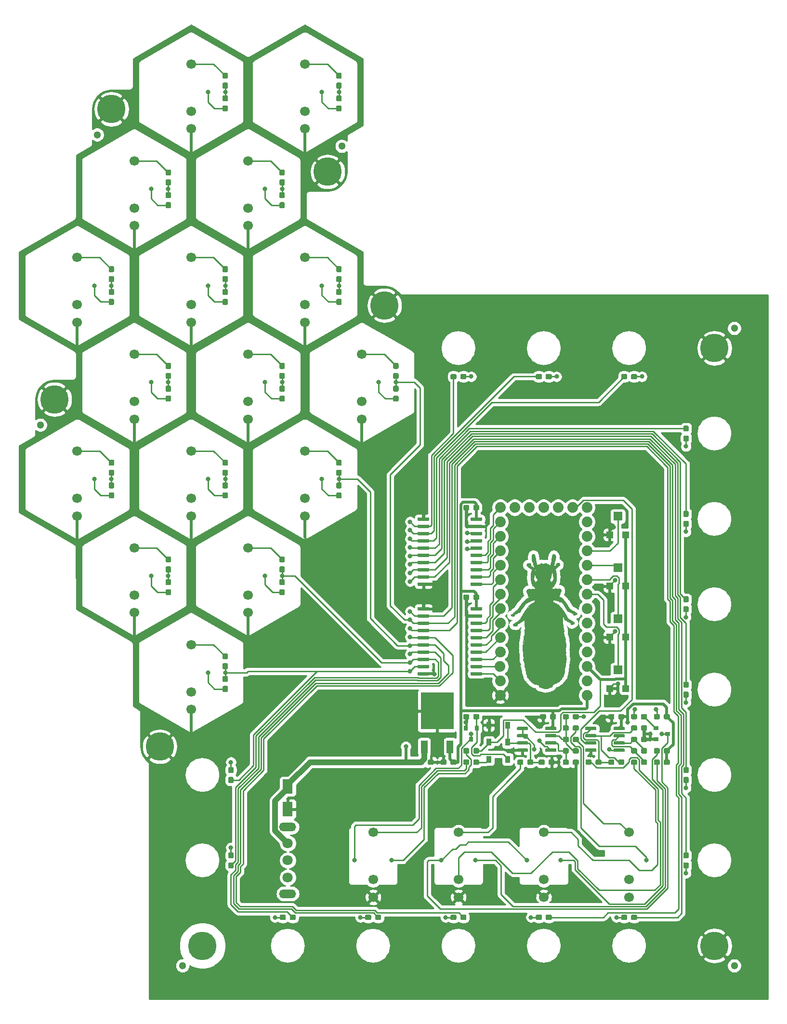
<source format=gbr>
G04 #@! TF.GenerationSoftware,KiCad,Pcbnew,(5.1.2-1)-1*
G04 #@! TF.CreationDate,2021-12-03T00:14:47-05:00*
G04 #@! TF.ProjectId,Wasp_Hive,57617370-5f48-4697-9665-2e6b69636164,rev?*
G04 #@! TF.SameCoordinates,Original*
G04 #@! TF.FileFunction,Copper,L1,Top*
G04 #@! TF.FilePolarity,Positive*
%FSLAX46Y46*%
G04 Gerber Fmt 4.6, Leading zero omitted, Abs format (unit mm)*
G04 Created by KiCad (PCBNEW (5.1.2-1)-1) date 2021-12-03 00:14:47*
%MOMM*%
%LPD*%
G04 APERTURE LIST*
%ADD10C,1.300000*%
%ADD11C,1.879600*%
%ADD12C,5.000000*%
%ADD13R,0.900000X1.200000*%
%ADD14R,1.800000X2.500000*%
%ADD15R,1.200000X1.200000*%
%ADD16R,1.600000X1.500000*%
%ADD17R,1.200000X2.200000*%
%ADD18R,5.800000X6.400000*%
%ADD19C,0.100000*%
%ADD20C,0.600000*%
%ADD21R,0.900000X0.800000*%
%ADD22R,0.800000X0.900000*%
%ADD23C,1.800000*%
%ADD24O,3.000000X1.500000*%
%ADD25C,0.950000*%
%ADD26C,1.700000*%
%ADD27C,0.800000*%
%ADD28C,0.500000*%
%ADD29C,0.250000*%
%ADD30C,1.000000*%
%ADD31C,0.254000*%
%ADD32C,3.000000*%
%ADD33C,0.010000*%
G04 APERTURE END LIST*
%LPD*%
D10*
X21500000Y-133500000D03*
X74500000Y-84500000D03*
X31500000Y-82500000D03*
X143500000Y-116500000D03*
X46500000Y-228500000D03*
X143500000Y-228500000D03*
D11*
X102330000Y-175930000D03*
X117580000Y-181010000D03*
X104880000Y-147990000D03*
X112500000Y-147990000D03*
X102340000Y-181010000D03*
X109960000Y-147990000D03*
X117580000Y-178470000D03*
X115040000Y-147990000D03*
X117580000Y-173390000D03*
X117580000Y-170850000D03*
X117580000Y-168310000D03*
X117580000Y-165770000D03*
X117580000Y-163230000D03*
X117580000Y-160690000D03*
X117580000Y-158150000D03*
X117580000Y-155610000D03*
X117580000Y-153070000D03*
X117580000Y-150530000D03*
X117580000Y-147990000D03*
X102340000Y-147990000D03*
X102340000Y-150530000D03*
X102340000Y-153070000D03*
X102340000Y-155610000D03*
X102340000Y-158150000D03*
X102340000Y-160690000D03*
X102340000Y-163230000D03*
X102340000Y-165770000D03*
X102340000Y-168310000D03*
X117580000Y-175930000D03*
X107420000Y-147990000D03*
X102340000Y-170850000D03*
X102340000Y-173390000D03*
X102340000Y-178470000D03*
D12*
X72000000Y-89000000D03*
D13*
X103650000Y-186250000D03*
X100350000Y-186250000D03*
X103650000Y-189250000D03*
X100350000Y-189250000D03*
X100350000Y-192250000D03*
X103650000Y-192250000D03*
D14*
X65000000Y-197000000D03*
X65000000Y-201000000D03*
D12*
X140000000Y-225000000D03*
X34000000Y-78000000D03*
X140000000Y-120000000D03*
X24000000Y-129000000D03*
X50000000Y-225000000D03*
D15*
X121600000Y-179800000D03*
X124400000Y-179800000D03*
D16*
X123000000Y-176550000D03*
D17*
X88970000Y-190050000D03*
X93530000Y-190050000D03*
D18*
X91250000Y-183750000D03*
D15*
X121600000Y-152800000D03*
X124400000Y-152800000D03*
D16*
X123000000Y-149550000D03*
X123000000Y-158550000D03*
D15*
X124400000Y-161800000D03*
X121600000Y-161800000D03*
X121600000Y-170800000D03*
X124400000Y-170800000D03*
D16*
X123000000Y-167550000D03*
D19*
G36*
X99039703Y-149735722D02*
G01*
X99054264Y-149737882D01*
X99068543Y-149741459D01*
X99082403Y-149746418D01*
X99095710Y-149752712D01*
X99108336Y-149760280D01*
X99120159Y-149769048D01*
X99131066Y-149778934D01*
X99140952Y-149789841D01*
X99149720Y-149801664D01*
X99157288Y-149814290D01*
X99163582Y-149827597D01*
X99168541Y-149841457D01*
X99172118Y-149855736D01*
X99174278Y-149870297D01*
X99175000Y-149885000D01*
X99175000Y-150185000D01*
X99174278Y-150199703D01*
X99172118Y-150214264D01*
X99168541Y-150228543D01*
X99163582Y-150242403D01*
X99157288Y-150255710D01*
X99149720Y-150268336D01*
X99140952Y-150280159D01*
X99131066Y-150291066D01*
X99120159Y-150300952D01*
X99108336Y-150309720D01*
X99095710Y-150317288D01*
X99082403Y-150323582D01*
X99068543Y-150328541D01*
X99054264Y-150332118D01*
X99039703Y-150334278D01*
X99025000Y-150335000D01*
X97275000Y-150335000D01*
X97260297Y-150334278D01*
X97245736Y-150332118D01*
X97231457Y-150328541D01*
X97217597Y-150323582D01*
X97204290Y-150317288D01*
X97191664Y-150309720D01*
X97179841Y-150300952D01*
X97168934Y-150291066D01*
X97159048Y-150280159D01*
X97150280Y-150268336D01*
X97142712Y-150255710D01*
X97136418Y-150242403D01*
X97131459Y-150228543D01*
X97127882Y-150214264D01*
X97125722Y-150199703D01*
X97125000Y-150185000D01*
X97125000Y-149885000D01*
X97125722Y-149870297D01*
X97127882Y-149855736D01*
X97131459Y-149841457D01*
X97136418Y-149827597D01*
X97142712Y-149814290D01*
X97150280Y-149801664D01*
X97159048Y-149789841D01*
X97168934Y-149778934D01*
X97179841Y-149769048D01*
X97191664Y-149760280D01*
X97204290Y-149752712D01*
X97217597Y-149746418D01*
X97231457Y-149741459D01*
X97245736Y-149737882D01*
X97260297Y-149735722D01*
X97275000Y-149735000D01*
X99025000Y-149735000D01*
X99039703Y-149735722D01*
X99039703Y-149735722D01*
G37*
D20*
X98150000Y-150035000D03*
D19*
G36*
X99039703Y-151005722D02*
G01*
X99054264Y-151007882D01*
X99068543Y-151011459D01*
X99082403Y-151016418D01*
X99095710Y-151022712D01*
X99108336Y-151030280D01*
X99120159Y-151039048D01*
X99131066Y-151048934D01*
X99140952Y-151059841D01*
X99149720Y-151071664D01*
X99157288Y-151084290D01*
X99163582Y-151097597D01*
X99168541Y-151111457D01*
X99172118Y-151125736D01*
X99174278Y-151140297D01*
X99175000Y-151155000D01*
X99175000Y-151455000D01*
X99174278Y-151469703D01*
X99172118Y-151484264D01*
X99168541Y-151498543D01*
X99163582Y-151512403D01*
X99157288Y-151525710D01*
X99149720Y-151538336D01*
X99140952Y-151550159D01*
X99131066Y-151561066D01*
X99120159Y-151570952D01*
X99108336Y-151579720D01*
X99095710Y-151587288D01*
X99082403Y-151593582D01*
X99068543Y-151598541D01*
X99054264Y-151602118D01*
X99039703Y-151604278D01*
X99025000Y-151605000D01*
X97275000Y-151605000D01*
X97260297Y-151604278D01*
X97245736Y-151602118D01*
X97231457Y-151598541D01*
X97217597Y-151593582D01*
X97204290Y-151587288D01*
X97191664Y-151579720D01*
X97179841Y-151570952D01*
X97168934Y-151561066D01*
X97159048Y-151550159D01*
X97150280Y-151538336D01*
X97142712Y-151525710D01*
X97136418Y-151512403D01*
X97131459Y-151498543D01*
X97127882Y-151484264D01*
X97125722Y-151469703D01*
X97125000Y-151455000D01*
X97125000Y-151155000D01*
X97125722Y-151140297D01*
X97127882Y-151125736D01*
X97131459Y-151111457D01*
X97136418Y-151097597D01*
X97142712Y-151084290D01*
X97150280Y-151071664D01*
X97159048Y-151059841D01*
X97168934Y-151048934D01*
X97179841Y-151039048D01*
X97191664Y-151030280D01*
X97204290Y-151022712D01*
X97217597Y-151016418D01*
X97231457Y-151011459D01*
X97245736Y-151007882D01*
X97260297Y-151005722D01*
X97275000Y-151005000D01*
X99025000Y-151005000D01*
X99039703Y-151005722D01*
X99039703Y-151005722D01*
G37*
D20*
X98150000Y-151305000D03*
D19*
G36*
X99039703Y-152275722D02*
G01*
X99054264Y-152277882D01*
X99068543Y-152281459D01*
X99082403Y-152286418D01*
X99095710Y-152292712D01*
X99108336Y-152300280D01*
X99120159Y-152309048D01*
X99131066Y-152318934D01*
X99140952Y-152329841D01*
X99149720Y-152341664D01*
X99157288Y-152354290D01*
X99163582Y-152367597D01*
X99168541Y-152381457D01*
X99172118Y-152395736D01*
X99174278Y-152410297D01*
X99175000Y-152425000D01*
X99175000Y-152725000D01*
X99174278Y-152739703D01*
X99172118Y-152754264D01*
X99168541Y-152768543D01*
X99163582Y-152782403D01*
X99157288Y-152795710D01*
X99149720Y-152808336D01*
X99140952Y-152820159D01*
X99131066Y-152831066D01*
X99120159Y-152840952D01*
X99108336Y-152849720D01*
X99095710Y-152857288D01*
X99082403Y-152863582D01*
X99068543Y-152868541D01*
X99054264Y-152872118D01*
X99039703Y-152874278D01*
X99025000Y-152875000D01*
X97275000Y-152875000D01*
X97260297Y-152874278D01*
X97245736Y-152872118D01*
X97231457Y-152868541D01*
X97217597Y-152863582D01*
X97204290Y-152857288D01*
X97191664Y-152849720D01*
X97179841Y-152840952D01*
X97168934Y-152831066D01*
X97159048Y-152820159D01*
X97150280Y-152808336D01*
X97142712Y-152795710D01*
X97136418Y-152782403D01*
X97131459Y-152768543D01*
X97127882Y-152754264D01*
X97125722Y-152739703D01*
X97125000Y-152725000D01*
X97125000Y-152425000D01*
X97125722Y-152410297D01*
X97127882Y-152395736D01*
X97131459Y-152381457D01*
X97136418Y-152367597D01*
X97142712Y-152354290D01*
X97150280Y-152341664D01*
X97159048Y-152329841D01*
X97168934Y-152318934D01*
X97179841Y-152309048D01*
X97191664Y-152300280D01*
X97204290Y-152292712D01*
X97217597Y-152286418D01*
X97231457Y-152281459D01*
X97245736Y-152277882D01*
X97260297Y-152275722D01*
X97275000Y-152275000D01*
X99025000Y-152275000D01*
X99039703Y-152275722D01*
X99039703Y-152275722D01*
G37*
D20*
X98150000Y-152575000D03*
D19*
G36*
X99039703Y-153545722D02*
G01*
X99054264Y-153547882D01*
X99068543Y-153551459D01*
X99082403Y-153556418D01*
X99095710Y-153562712D01*
X99108336Y-153570280D01*
X99120159Y-153579048D01*
X99131066Y-153588934D01*
X99140952Y-153599841D01*
X99149720Y-153611664D01*
X99157288Y-153624290D01*
X99163582Y-153637597D01*
X99168541Y-153651457D01*
X99172118Y-153665736D01*
X99174278Y-153680297D01*
X99175000Y-153695000D01*
X99175000Y-153995000D01*
X99174278Y-154009703D01*
X99172118Y-154024264D01*
X99168541Y-154038543D01*
X99163582Y-154052403D01*
X99157288Y-154065710D01*
X99149720Y-154078336D01*
X99140952Y-154090159D01*
X99131066Y-154101066D01*
X99120159Y-154110952D01*
X99108336Y-154119720D01*
X99095710Y-154127288D01*
X99082403Y-154133582D01*
X99068543Y-154138541D01*
X99054264Y-154142118D01*
X99039703Y-154144278D01*
X99025000Y-154145000D01*
X97275000Y-154145000D01*
X97260297Y-154144278D01*
X97245736Y-154142118D01*
X97231457Y-154138541D01*
X97217597Y-154133582D01*
X97204290Y-154127288D01*
X97191664Y-154119720D01*
X97179841Y-154110952D01*
X97168934Y-154101066D01*
X97159048Y-154090159D01*
X97150280Y-154078336D01*
X97142712Y-154065710D01*
X97136418Y-154052403D01*
X97131459Y-154038543D01*
X97127882Y-154024264D01*
X97125722Y-154009703D01*
X97125000Y-153995000D01*
X97125000Y-153695000D01*
X97125722Y-153680297D01*
X97127882Y-153665736D01*
X97131459Y-153651457D01*
X97136418Y-153637597D01*
X97142712Y-153624290D01*
X97150280Y-153611664D01*
X97159048Y-153599841D01*
X97168934Y-153588934D01*
X97179841Y-153579048D01*
X97191664Y-153570280D01*
X97204290Y-153562712D01*
X97217597Y-153556418D01*
X97231457Y-153551459D01*
X97245736Y-153547882D01*
X97260297Y-153545722D01*
X97275000Y-153545000D01*
X99025000Y-153545000D01*
X99039703Y-153545722D01*
X99039703Y-153545722D01*
G37*
D20*
X98150000Y-153845000D03*
D19*
G36*
X99039703Y-154815722D02*
G01*
X99054264Y-154817882D01*
X99068543Y-154821459D01*
X99082403Y-154826418D01*
X99095710Y-154832712D01*
X99108336Y-154840280D01*
X99120159Y-154849048D01*
X99131066Y-154858934D01*
X99140952Y-154869841D01*
X99149720Y-154881664D01*
X99157288Y-154894290D01*
X99163582Y-154907597D01*
X99168541Y-154921457D01*
X99172118Y-154935736D01*
X99174278Y-154950297D01*
X99175000Y-154965000D01*
X99175000Y-155265000D01*
X99174278Y-155279703D01*
X99172118Y-155294264D01*
X99168541Y-155308543D01*
X99163582Y-155322403D01*
X99157288Y-155335710D01*
X99149720Y-155348336D01*
X99140952Y-155360159D01*
X99131066Y-155371066D01*
X99120159Y-155380952D01*
X99108336Y-155389720D01*
X99095710Y-155397288D01*
X99082403Y-155403582D01*
X99068543Y-155408541D01*
X99054264Y-155412118D01*
X99039703Y-155414278D01*
X99025000Y-155415000D01*
X97275000Y-155415000D01*
X97260297Y-155414278D01*
X97245736Y-155412118D01*
X97231457Y-155408541D01*
X97217597Y-155403582D01*
X97204290Y-155397288D01*
X97191664Y-155389720D01*
X97179841Y-155380952D01*
X97168934Y-155371066D01*
X97159048Y-155360159D01*
X97150280Y-155348336D01*
X97142712Y-155335710D01*
X97136418Y-155322403D01*
X97131459Y-155308543D01*
X97127882Y-155294264D01*
X97125722Y-155279703D01*
X97125000Y-155265000D01*
X97125000Y-154965000D01*
X97125722Y-154950297D01*
X97127882Y-154935736D01*
X97131459Y-154921457D01*
X97136418Y-154907597D01*
X97142712Y-154894290D01*
X97150280Y-154881664D01*
X97159048Y-154869841D01*
X97168934Y-154858934D01*
X97179841Y-154849048D01*
X97191664Y-154840280D01*
X97204290Y-154832712D01*
X97217597Y-154826418D01*
X97231457Y-154821459D01*
X97245736Y-154817882D01*
X97260297Y-154815722D01*
X97275000Y-154815000D01*
X99025000Y-154815000D01*
X99039703Y-154815722D01*
X99039703Y-154815722D01*
G37*
D20*
X98150000Y-155115000D03*
D19*
G36*
X99039703Y-156085722D02*
G01*
X99054264Y-156087882D01*
X99068543Y-156091459D01*
X99082403Y-156096418D01*
X99095710Y-156102712D01*
X99108336Y-156110280D01*
X99120159Y-156119048D01*
X99131066Y-156128934D01*
X99140952Y-156139841D01*
X99149720Y-156151664D01*
X99157288Y-156164290D01*
X99163582Y-156177597D01*
X99168541Y-156191457D01*
X99172118Y-156205736D01*
X99174278Y-156220297D01*
X99175000Y-156235000D01*
X99175000Y-156535000D01*
X99174278Y-156549703D01*
X99172118Y-156564264D01*
X99168541Y-156578543D01*
X99163582Y-156592403D01*
X99157288Y-156605710D01*
X99149720Y-156618336D01*
X99140952Y-156630159D01*
X99131066Y-156641066D01*
X99120159Y-156650952D01*
X99108336Y-156659720D01*
X99095710Y-156667288D01*
X99082403Y-156673582D01*
X99068543Y-156678541D01*
X99054264Y-156682118D01*
X99039703Y-156684278D01*
X99025000Y-156685000D01*
X97275000Y-156685000D01*
X97260297Y-156684278D01*
X97245736Y-156682118D01*
X97231457Y-156678541D01*
X97217597Y-156673582D01*
X97204290Y-156667288D01*
X97191664Y-156659720D01*
X97179841Y-156650952D01*
X97168934Y-156641066D01*
X97159048Y-156630159D01*
X97150280Y-156618336D01*
X97142712Y-156605710D01*
X97136418Y-156592403D01*
X97131459Y-156578543D01*
X97127882Y-156564264D01*
X97125722Y-156549703D01*
X97125000Y-156535000D01*
X97125000Y-156235000D01*
X97125722Y-156220297D01*
X97127882Y-156205736D01*
X97131459Y-156191457D01*
X97136418Y-156177597D01*
X97142712Y-156164290D01*
X97150280Y-156151664D01*
X97159048Y-156139841D01*
X97168934Y-156128934D01*
X97179841Y-156119048D01*
X97191664Y-156110280D01*
X97204290Y-156102712D01*
X97217597Y-156096418D01*
X97231457Y-156091459D01*
X97245736Y-156087882D01*
X97260297Y-156085722D01*
X97275000Y-156085000D01*
X99025000Y-156085000D01*
X99039703Y-156085722D01*
X99039703Y-156085722D01*
G37*
D20*
X98150000Y-156385000D03*
D19*
G36*
X99039703Y-157355722D02*
G01*
X99054264Y-157357882D01*
X99068543Y-157361459D01*
X99082403Y-157366418D01*
X99095710Y-157372712D01*
X99108336Y-157380280D01*
X99120159Y-157389048D01*
X99131066Y-157398934D01*
X99140952Y-157409841D01*
X99149720Y-157421664D01*
X99157288Y-157434290D01*
X99163582Y-157447597D01*
X99168541Y-157461457D01*
X99172118Y-157475736D01*
X99174278Y-157490297D01*
X99175000Y-157505000D01*
X99175000Y-157805000D01*
X99174278Y-157819703D01*
X99172118Y-157834264D01*
X99168541Y-157848543D01*
X99163582Y-157862403D01*
X99157288Y-157875710D01*
X99149720Y-157888336D01*
X99140952Y-157900159D01*
X99131066Y-157911066D01*
X99120159Y-157920952D01*
X99108336Y-157929720D01*
X99095710Y-157937288D01*
X99082403Y-157943582D01*
X99068543Y-157948541D01*
X99054264Y-157952118D01*
X99039703Y-157954278D01*
X99025000Y-157955000D01*
X97275000Y-157955000D01*
X97260297Y-157954278D01*
X97245736Y-157952118D01*
X97231457Y-157948541D01*
X97217597Y-157943582D01*
X97204290Y-157937288D01*
X97191664Y-157929720D01*
X97179841Y-157920952D01*
X97168934Y-157911066D01*
X97159048Y-157900159D01*
X97150280Y-157888336D01*
X97142712Y-157875710D01*
X97136418Y-157862403D01*
X97131459Y-157848543D01*
X97127882Y-157834264D01*
X97125722Y-157819703D01*
X97125000Y-157805000D01*
X97125000Y-157505000D01*
X97125722Y-157490297D01*
X97127882Y-157475736D01*
X97131459Y-157461457D01*
X97136418Y-157447597D01*
X97142712Y-157434290D01*
X97150280Y-157421664D01*
X97159048Y-157409841D01*
X97168934Y-157398934D01*
X97179841Y-157389048D01*
X97191664Y-157380280D01*
X97204290Y-157372712D01*
X97217597Y-157366418D01*
X97231457Y-157361459D01*
X97245736Y-157357882D01*
X97260297Y-157355722D01*
X97275000Y-157355000D01*
X99025000Y-157355000D01*
X99039703Y-157355722D01*
X99039703Y-157355722D01*
G37*
D20*
X98150000Y-157655000D03*
D19*
G36*
X99039703Y-158625722D02*
G01*
X99054264Y-158627882D01*
X99068543Y-158631459D01*
X99082403Y-158636418D01*
X99095710Y-158642712D01*
X99108336Y-158650280D01*
X99120159Y-158659048D01*
X99131066Y-158668934D01*
X99140952Y-158679841D01*
X99149720Y-158691664D01*
X99157288Y-158704290D01*
X99163582Y-158717597D01*
X99168541Y-158731457D01*
X99172118Y-158745736D01*
X99174278Y-158760297D01*
X99175000Y-158775000D01*
X99175000Y-159075000D01*
X99174278Y-159089703D01*
X99172118Y-159104264D01*
X99168541Y-159118543D01*
X99163582Y-159132403D01*
X99157288Y-159145710D01*
X99149720Y-159158336D01*
X99140952Y-159170159D01*
X99131066Y-159181066D01*
X99120159Y-159190952D01*
X99108336Y-159199720D01*
X99095710Y-159207288D01*
X99082403Y-159213582D01*
X99068543Y-159218541D01*
X99054264Y-159222118D01*
X99039703Y-159224278D01*
X99025000Y-159225000D01*
X97275000Y-159225000D01*
X97260297Y-159224278D01*
X97245736Y-159222118D01*
X97231457Y-159218541D01*
X97217597Y-159213582D01*
X97204290Y-159207288D01*
X97191664Y-159199720D01*
X97179841Y-159190952D01*
X97168934Y-159181066D01*
X97159048Y-159170159D01*
X97150280Y-159158336D01*
X97142712Y-159145710D01*
X97136418Y-159132403D01*
X97131459Y-159118543D01*
X97127882Y-159104264D01*
X97125722Y-159089703D01*
X97125000Y-159075000D01*
X97125000Y-158775000D01*
X97125722Y-158760297D01*
X97127882Y-158745736D01*
X97131459Y-158731457D01*
X97136418Y-158717597D01*
X97142712Y-158704290D01*
X97150280Y-158691664D01*
X97159048Y-158679841D01*
X97168934Y-158668934D01*
X97179841Y-158659048D01*
X97191664Y-158650280D01*
X97204290Y-158642712D01*
X97217597Y-158636418D01*
X97231457Y-158631459D01*
X97245736Y-158627882D01*
X97260297Y-158625722D01*
X97275000Y-158625000D01*
X99025000Y-158625000D01*
X99039703Y-158625722D01*
X99039703Y-158625722D01*
G37*
D20*
X98150000Y-158925000D03*
D19*
G36*
X99039703Y-159895722D02*
G01*
X99054264Y-159897882D01*
X99068543Y-159901459D01*
X99082403Y-159906418D01*
X99095710Y-159912712D01*
X99108336Y-159920280D01*
X99120159Y-159929048D01*
X99131066Y-159938934D01*
X99140952Y-159949841D01*
X99149720Y-159961664D01*
X99157288Y-159974290D01*
X99163582Y-159987597D01*
X99168541Y-160001457D01*
X99172118Y-160015736D01*
X99174278Y-160030297D01*
X99175000Y-160045000D01*
X99175000Y-160345000D01*
X99174278Y-160359703D01*
X99172118Y-160374264D01*
X99168541Y-160388543D01*
X99163582Y-160402403D01*
X99157288Y-160415710D01*
X99149720Y-160428336D01*
X99140952Y-160440159D01*
X99131066Y-160451066D01*
X99120159Y-160460952D01*
X99108336Y-160469720D01*
X99095710Y-160477288D01*
X99082403Y-160483582D01*
X99068543Y-160488541D01*
X99054264Y-160492118D01*
X99039703Y-160494278D01*
X99025000Y-160495000D01*
X97275000Y-160495000D01*
X97260297Y-160494278D01*
X97245736Y-160492118D01*
X97231457Y-160488541D01*
X97217597Y-160483582D01*
X97204290Y-160477288D01*
X97191664Y-160469720D01*
X97179841Y-160460952D01*
X97168934Y-160451066D01*
X97159048Y-160440159D01*
X97150280Y-160428336D01*
X97142712Y-160415710D01*
X97136418Y-160402403D01*
X97131459Y-160388543D01*
X97127882Y-160374264D01*
X97125722Y-160359703D01*
X97125000Y-160345000D01*
X97125000Y-160045000D01*
X97125722Y-160030297D01*
X97127882Y-160015736D01*
X97131459Y-160001457D01*
X97136418Y-159987597D01*
X97142712Y-159974290D01*
X97150280Y-159961664D01*
X97159048Y-159949841D01*
X97168934Y-159938934D01*
X97179841Y-159929048D01*
X97191664Y-159920280D01*
X97204290Y-159912712D01*
X97217597Y-159906418D01*
X97231457Y-159901459D01*
X97245736Y-159897882D01*
X97260297Y-159895722D01*
X97275000Y-159895000D01*
X99025000Y-159895000D01*
X99039703Y-159895722D01*
X99039703Y-159895722D01*
G37*
D20*
X98150000Y-160195000D03*
D19*
G36*
X99039703Y-161165722D02*
G01*
X99054264Y-161167882D01*
X99068543Y-161171459D01*
X99082403Y-161176418D01*
X99095710Y-161182712D01*
X99108336Y-161190280D01*
X99120159Y-161199048D01*
X99131066Y-161208934D01*
X99140952Y-161219841D01*
X99149720Y-161231664D01*
X99157288Y-161244290D01*
X99163582Y-161257597D01*
X99168541Y-161271457D01*
X99172118Y-161285736D01*
X99174278Y-161300297D01*
X99175000Y-161315000D01*
X99175000Y-161615000D01*
X99174278Y-161629703D01*
X99172118Y-161644264D01*
X99168541Y-161658543D01*
X99163582Y-161672403D01*
X99157288Y-161685710D01*
X99149720Y-161698336D01*
X99140952Y-161710159D01*
X99131066Y-161721066D01*
X99120159Y-161730952D01*
X99108336Y-161739720D01*
X99095710Y-161747288D01*
X99082403Y-161753582D01*
X99068543Y-161758541D01*
X99054264Y-161762118D01*
X99039703Y-161764278D01*
X99025000Y-161765000D01*
X97275000Y-161765000D01*
X97260297Y-161764278D01*
X97245736Y-161762118D01*
X97231457Y-161758541D01*
X97217597Y-161753582D01*
X97204290Y-161747288D01*
X97191664Y-161739720D01*
X97179841Y-161730952D01*
X97168934Y-161721066D01*
X97159048Y-161710159D01*
X97150280Y-161698336D01*
X97142712Y-161685710D01*
X97136418Y-161672403D01*
X97131459Y-161658543D01*
X97127882Y-161644264D01*
X97125722Y-161629703D01*
X97125000Y-161615000D01*
X97125000Y-161315000D01*
X97125722Y-161300297D01*
X97127882Y-161285736D01*
X97131459Y-161271457D01*
X97136418Y-161257597D01*
X97142712Y-161244290D01*
X97150280Y-161231664D01*
X97159048Y-161219841D01*
X97168934Y-161208934D01*
X97179841Y-161199048D01*
X97191664Y-161190280D01*
X97204290Y-161182712D01*
X97217597Y-161176418D01*
X97231457Y-161171459D01*
X97245736Y-161167882D01*
X97260297Y-161165722D01*
X97275000Y-161165000D01*
X99025000Y-161165000D01*
X99039703Y-161165722D01*
X99039703Y-161165722D01*
G37*
D20*
X98150000Y-161465000D03*
D19*
G36*
X89739703Y-161165722D02*
G01*
X89754264Y-161167882D01*
X89768543Y-161171459D01*
X89782403Y-161176418D01*
X89795710Y-161182712D01*
X89808336Y-161190280D01*
X89820159Y-161199048D01*
X89831066Y-161208934D01*
X89840952Y-161219841D01*
X89849720Y-161231664D01*
X89857288Y-161244290D01*
X89863582Y-161257597D01*
X89868541Y-161271457D01*
X89872118Y-161285736D01*
X89874278Y-161300297D01*
X89875000Y-161315000D01*
X89875000Y-161615000D01*
X89874278Y-161629703D01*
X89872118Y-161644264D01*
X89868541Y-161658543D01*
X89863582Y-161672403D01*
X89857288Y-161685710D01*
X89849720Y-161698336D01*
X89840952Y-161710159D01*
X89831066Y-161721066D01*
X89820159Y-161730952D01*
X89808336Y-161739720D01*
X89795710Y-161747288D01*
X89782403Y-161753582D01*
X89768543Y-161758541D01*
X89754264Y-161762118D01*
X89739703Y-161764278D01*
X89725000Y-161765000D01*
X87975000Y-161765000D01*
X87960297Y-161764278D01*
X87945736Y-161762118D01*
X87931457Y-161758541D01*
X87917597Y-161753582D01*
X87904290Y-161747288D01*
X87891664Y-161739720D01*
X87879841Y-161730952D01*
X87868934Y-161721066D01*
X87859048Y-161710159D01*
X87850280Y-161698336D01*
X87842712Y-161685710D01*
X87836418Y-161672403D01*
X87831459Y-161658543D01*
X87827882Y-161644264D01*
X87825722Y-161629703D01*
X87825000Y-161615000D01*
X87825000Y-161315000D01*
X87825722Y-161300297D01*
X87827882Y-161285736D01*
X87831459Y-161271457D01*
X87836418Y-161257597D01*
X87842712Y-161244290D01*
X87850280Y-161231664D01*
X87859048Y-161219841D01*
X87868934Y-161208934D01*
X87879841Y-161199048D01*
X87891664Y-161190280D01*
X87904290Y-161182712D01*
X87917597Y-161176418D01*
X87931457Y-161171459D01*
X87945736Y-161167882D01*
X87960297Y-161165722D01*
X87975000Y-161165000D01*
X89725000Y-161165000D01*
X89739703Y-161165722D01*
X89739703Y-161165722D01*
G37*
D20*
X88850000Y-161465000D03*
D19*
G36*
X89739703Y-159895722D02*
G01*
X89754264Y-159897882D01*
X89768543Y-159901459D01*
X89782403Y-159906418D01*
X89795710Y-159912712D01*
X89808336Y-159920280D01*
X89820159Y-159929048D01*
X89831066Y-159938934D01*
X89840952Y-159949841D01*
X89849720Y-159961664D01*
X89857288Y-159974290D01*
X89863582Y-159987597D01*
X89868541Y-160001457D01*
X89872118Y-160015736D01*
X89874278Y-160030297D01*
X89875000Y-160045000D01*
X89875000Y-160345000D01*
X89874278Y-160359703D01*
X89872118Y-160374264D01*
X89868541Y-160388543D01*
X89863582Y-160402403D01*
X89857288Y-160415710D01*
X89849720Y-160428336D01*
X89840952Y-160440159D01*
X89831066Y-160451066D01*
X89820159Y-160460952D01*
X89808336Y-160469720D01*
X89795710Y-160477288D01*
X89782403Y-160483582D01*
X89768543Y-160488541D01*
X89754264Y-160492118D01*
X89739703Y-160494278D01*
X89725000Y-160495000D01*
X87975000Y-160495000D01*
X87960297Y-160494278D01*
X87945736Y-160492118D01*
X87931457Y-160488541D01*
X87917597Y-160483582D01*
X87904290Y-160477288D01*
X87891664Y-160469720D01*
X87879841Y-160460952D01*
X87868934Y-160451066D01*
X87859048Y-160440159D01*
X87850280Y-160428336D01*
X87842712Y-160415710D01*
X87836418Y-160402403D01*
X87831459Y-160388543D01*
X87827882Y-160374264D01*
X87825722Y-160359703D01*
X87825000Y-160345000D01*
X87825000Y-160045000D01*
X87825722Y-160030297D01*
X87827882Y-160015736D01*
X87831459Y-160001457D01*
X87836418Y-159987597D01*
X87842712Y-159974290D01*
X87850280Y-159961664D01*
X87859048Y-159949841D01*
X87868934Y-159938934D01*
X87879841Y-159929048D01*
X87891664Y-159920280D01*
X87904290Y-159912712D01*
X87917597Y-159906418D01*
X87931457Y-159901459D01*
X87945736Y-159897882D01*
X87960297Y-159895722D01*
X87975000Y-159895000D01*
X89725000Y-159895000D01*
X89739703Y-159895722D01*
X89739703Y-159895722D01*
G37*
D20*
X88850000Y-160195000D03*
D19*
G36*
X89739703Y-158625722D02*
G01*
X89754264Y-158627882D01*
X89768543Y-158631459D01*
X89782403Y-158636418D01*
X89795710Y-158642712D01*
X89808336Y-158650280D01*
X89820159Y-158659048D01*
X89831066Y-158668934D01*
X89840952Y-158679841D01*
X89849720Y-158691664D01*
X89857288Y-158704290D01*
X89863582Y-158717597D01*
X89868541Y-158731457D01*
X89872118Y-158745736D01*
X89874278Y-158760297D01*
X89875000Y-158775000D01*
X89875000Y-159075000D01*
X89874278Y-159089703D01*
X89872118Y-159104264D01*
X89868541Y-159118543D01*
X89863582Y-159132403D01*
X89857288Y-159145710D01*
X89849720Y-159158336D01*
X89840952Y-159170159D01*
X89831066Y-159181066D01*
X89820159Y-159190952D01*
X89808336Y-159199720D01*
X89795710Y-159207288D01*
X89782403Y-159213582D01*
X89768543Y-159218541D01*
X89754264Y-159222118D01*
X89739703Y-159224278D01*
X89725000Y-159225000D01*
X87975000Y-159225000D01*
X87960297Y-159224278D01*
X87945736Y-159222118D01*
X87931457Y-159218541D01*
X87917597Y-159213582D01*
X87904290Y-159207288D01*
X87891664Y-159199720D01*
X87879841Y-159190952D01*
X87868934Y-159181066D01*
X87859048Y-159170159D01*
X87850280Y-159158336D01*
X87842712Y-159145710D01*
X87836418Y-159132403D01*
X87831459Y-159118543D01*
X87827882Y-159104264D01*
X87825722Y-159089703D01*
X87825000Y-159075000D01*
X87825000Y-158775000D01*
X87825722Y-158760297D01*
X87827882Y-158745736D01*
X87831459Y-158731457D01*
X87836418Y-158717597D01*
X87842712Y-158704290D01*
X87850280Y-158691664D01*
X87859048Y-158679841D01*
X87868934Y-158668934D01*
X87879841Y-158659048D01*
X87891664Y-158650280D01*
X87904290Y-158642712D01*
X87917597Y-158636418D01*
X87931457Y-158631459D01*
X87945736Y-158627882D01*
X87960297Y-158625722D01*
X87975000Y-158625000D01*
X89725000Y-158625000D01*
X89739703Y-158625722D01*
X89739703Y-158625722D01*
G37*
D20*
X88850000Y-158925000D03*
D19*
G36*
X89739703Y-157355722D02*
G01*
X89754264Y-157357882D01*
X89768543Y-157361459D01*
X89782403Y-157366418D01*
X89795710Y-157372712D01*
X89808336Y-157380280D01*
X89820159Y-157389048D01*
X89831066Y-157398934D01*
X89840952Y-157409841D01*
X89849720Y-157421664D01*
X89857288Y-157434290D01*
X89863582Y-157447597D01*
X89868541Y-157461457D01*
X89872118Y-157475736D01*
X89874278Y-157490297D01*
X89875000Y-157505000D01*
X89875000Y-157805000D01*
X89874278Y-157819703D01*
X89872118Y-157834264D01*
X89868541Y-157848543D01*
X89863582Y-157862403D01*
X89857288Y-157875710D01*
X89849720Y-157888336D01*
X89840952Y-157900159D01*
X89831066Y-157911066D01*
X89820159Y-157920952D01*
X89808336Y-157929720D01*
X89795710Y-157937288D01*
X89782403Y-157943582D01*
X89768543Y-157948541D01*
X89754264Y-157952118D01*
X89739703Y-157954278D01*
X89725000Y-157955000D01*
X87975000Y-157955000D01*
X87960297Y-157954278D01*
X87945736Y-157952118D01*
X87931457Y-157948541D01*
X87917597Y-157943582D01*
X87904290Y-157937288D01*
X87891664Y-157929720D01*
X87879841Y-157920952D01*
X87868934Y-157911066D01*
X87859048Y-157900159D01*
X87850280Y-157888336D01*
X87842712Y-157875710D01*
X87836418Y-157862403D01*
X87831459Y-157848543D01*
X87827882Y-157834264D01*
X87825722Y-157819703D01*
X87825000Y-157805000D01*
X87825000Y-157505000D01*
X87825722Y-157490297D01*
X87827882Y-157475736D01*
X87831459Y-157461457D01*
X87836418Y-157447597D01*
X87842712Y-157434290D01*
X87850280Y-157421664D01*
X87859048Y-157409841D01*
X87868934Y-157398934D01*
X87879841Y-157389048D01*
X87891664Y-157380280D01*
X87904290Y-157372712D01*
X87917597Y-157366418D01*
X87931457Y-157361459D01*
X87945736Y-157357882D01*
X87960297Y-157355722D01*
X87975000Y-157355000D01*
X89725000Y-157355000D01*
X89739703Y-157355722D01*
X89739703Y-157355722D01*
G37*
D20*
X88850000Y-157655000D03*
D19*
G36*
X89739703Y-156085722D02*
G01*
X89754264Y-156087882D01*
X89768543Y-156091459D01*
X89782403Y-156096418D01*
X89795710Y-156102712D01*
X89808336Y-156110280D01*
X89820159Y-156119048D01*
X89831066Y-156128934D01*
X89840952Y-156139841D01*
X89849720Y-156151664D01*
X89857288Y-156164290D01*
X89863582Y-156177597D01*
X89868541Y-156191457D01*
X89872118Y-156205736D01*
X89874278Y-156220297D01*
X89875000Y-156235000D01*
X89875000Y-156535000D01*
X89874278Y-156549703D01*
X89872118Y-156564264D01*
X89868541Y-156578543D01*
X89863582Y-156592403D01*
X89857288Y-156605710D01*
X89849720Y-156618336D01*
X89840952Y-156630159D01*
X89831066Y-156641066D01*
X89820159Y-156650952D01*
X89808336Y-156659720D01*
X89795710Y-156667288D01*
X89782403Y-156673582D01*
X89768543Y-156678541D01*
X89754264Y-156682118D01*
X89739703Y-156684278D01*
X89725000Y-156685000D01*
X87975000Y-156685000D01*
X87960297Y-156684278D01*
X87945736Y-156682118D01*
X87931457Y-156678541D01*
X87917597Y-156673582D01*
X87904290Y-156667288D01*
X87891664Y-156659720D01*
X87879841Y-156650952D01*
X87868934Y-156641066D01*
X87859048Y-156630159D01*
X87850280Y-156618336D01*
X87842712Y-156605710D01*
X87836418Y-156592403D01*
X87831459Y-156578543D01*
X87827882Y-156564264D01*
X87825722Y-156549703D01*
X87825000Y-156535000D01*
X87825000Y-156235000D01*
X87825722Y-156220297D01*
X87827882Y-156205736D01*
X87831459Y-156191457D01*
X87836418Y-156177597D01*
X87842712Y-156164290D01*
X87850280Y-156151664D01*
X87859048Y-156139841D01*
X87868934Y-156128934D01*
X87879841Y-156119048D01*
X87891664Y-156110280D01*
X87904290Y-156102712D01*
X87917597Y-156096418D01*
X87931457Y-156091459D01*
X87945736Y-156087882D01*
X87960297Y-156085722D01*
X87975000Y-156085000D01*
X89725000Y-156085000D01*
X89739703Y-156085722D01*
X89739703Y-156085722D01*
G37*
D20*
X88850000Y-156385000D03*
D19*
G36*
X89739703Y-154815722D02*
G01*
X89754264Y-154817882D01*
X89768543Y-154821459D01*
X89782403Y-154826418D01*
X89795710Y-154832712D01*
X89808336Y-154840280D01*
X89820159Y-154849048D01*
X89831066Y-154858934D01*
X89840952Y-154869841D01*
X89849720Y-154881664D01*
X89857288Y-154894290D01*
X89863582Y-154907597D01*
X89868541Y-154921457D01*
X89872118Y-154935736D01*
X89874278Y-154950297D01*
X89875000Y-154965000D01*
X89875000Y-155265000D01*
X89874278Y-155279703D01*
X89872118Y-155294264D01*
X89868541Y-155308543D01*
X89863582Y-155322403D01*
X89857288Y-155335710D01*
X89849720Y-155348336D01*
X89840952Y-155360159D01*
X89831066Y-155371066D01*
X89820159Y-155380952D01*
X89808336Y-155389720D01*
X89795710Y-155397288D01*
X89782403Y-155403582D01*
X89768543Y-155408541D01*
X89754264Y-155412118D01*
X89739703Y-155414278D01*
X89725000Y-155415000D01*
X87975000Y-155415000D01*
X87960297Y-155414278D01*
X87945736Y-155412118D01*
X87931457Y-155408541D01*
X87917597Y-155403582D01*
X87904290Y-155397288D01*
X87891664Y-155389720D01*
X87879841Y-155380952D01*
X87868934Y-155371066D01*
X87859048Y-155360159D01*
X87850280Y-155348336D01*
X87842712Y-155335710D01*
X87836418Y-155322403D01*
X87831459Y-155308543D01*
X87827882Y-155294264D01*
X87825722Y-155279703D01*
X87825000Y-155265000D01*
X87825000Y-154965000D01*
X87825722Y-154950297D01*
X87827882Y-154935736D01*
X87831459Y-154921457D01*
X87836418Y-154907597D01*
X87842712Y-154894290D01*
X87850280Y-154881664D01*
X87859048Y-154869841D01*
X87868934Y-154858934D01*
X87879841Y-154849048D01*
X87891664Y-154840280D01*
X87904290Y-154832712D01*
X87917597Y-154826418D01*
X87931457Y-154821459D01*
X87945736Y-154817882D01*
X87960297Y-154815722D01*
X87975000Y-154815000D01*
X89725000Y-154815000D01*
X89739703Y-154815722D01*
X89739703Y-154815722D01*
G37*
D20*
X88850000Y-155115000D03*
D19*
G36*
X89739703Y-153545722D02*
G01*
X89754264Y-153547882D01*
X89768543Y-153551459D01*
X89782403Y-153556418D01*
X89795710Y-153562712D01*
X89808336Y-153570280D01*
X89820159Y-153579048D01*
X89831066Y-153588934D01*
X89840952Y-153599841D01*
X89849720Y-153611664D01*
X89857288Y-153624290D01*
X89863582Y-153637597D01*
X89868541Y-153651457D01*
X89872118Y-153665736D01*
X89874278Y-153680297D01*
X89875000Y-153695000D01*
X89875000Y-153995000D01*
X89874278Y-154009703D01*
X89872118Y-154024264D01*
X89868541Y-154038543D01*
X89863582Y-154052403D01*
X89857288Y-154065710D01*
X89849720Y-154078336D01*
X89840952Y-154090159D01*
X89831066Y-154101066D01*
X89820159Y-154110952D01*
X89808336Y-154119720D01*
X89795710Y-154127288D01*
X89782403Y-154133582D01*
X89768543Y-154138541D01*
X89754264Y-154142118D01*
X89739703Y-154144278D01*
X89725000Y-154145000D01*
X87975000Y-154145000D01*
X87960297Y-154144278D01*
X87945736Y-154142118D01*
X87931457Y-154138541D01*
X87917597Y-154133582D01*
X87904290Y-154127288D01*
X87891664Y-154119720D01*
X87879841Y-154110952D01*
X87868934Y-154101066D01*
X87859048Y-154090159D01*
X87850280Y-154078336D01*
X87842712Y-154065710D01*
X87836418Y-154052403D01*
X87831459Y-154038543D01*
X87827882Y-154024264D01*
X87825722Y-154009703D01*
X87825000Y-153995000D01*
X87825000Y-153695000D01*
X87825722Y-153680297D01*
X87827882Y-153665736D01*
X87831459Y-153651457D01*
X87836418Y-153637597D01*
X87842712Y-153624290D01*
X87850280Y-153611664D01*
X87859048Y-153599841D01*
X87868934Y-153588934D01*
X87879841Y-153579048D01*
X87891664Y-153570280D01*
X87904290Y-153562712D01*
X87917597Y-153556418D01*
X87931457Y-153551459D01*
X87945736Y-153547882D01*
X87960297Y-153545722D01*
X87975000Y-153545000D01*
X89725000Y-153545000D01*
X89739703Y-153545722D01*
X89739703Y-153545722D01*
G37*
D20*
X88850000Y-153845000D03*
D19*
G36*
X89739703Y-152275722D02*
G01*
X89754264Y-152277882D01*
X89768543Y-152281459D01*
X89782403Y-152286418D01*
X89795710Y-152292712D01*
X89808336Y-152300280D01*
X89820159Y-152309048D01*
X89831066Y-152318934D01*
X89840952Y-152329841D01*
X89849720Y-152341664D01*
X89857288Y-152354290D01*
X89863582Y-152367597D01*
X89868541Y-152381457D01*
X89872118Y-152395736D01*
X89874278Y-152410297D01*
X89875000Y-152425000D01*
X89875000Y-152725000D01*
X89874278Y-152739703D01*
X89872118Y-152754264D01*
X89868541Y-152768543D01*
X89863582Y-152782403D01*
X89857288Y-152795710D01*
X89849720Y-152808336D01*
X89840952Y-152820159D01*
X89831066Y-152831066D01*
X89820159Y-152840952D01*
X89808336Y-152849720D01*
X89795710Y-152857288D01*
X89782403Y-152863582D01*
X89768543Y-152868541D01*
X89754264Y-152872118D01*
X89739703Y-152874278D01*
X89725000Y-152875000D01*
X87975000Y-152875000D01*
X87960297Y-152874278D01*
X87945736Y-152872118D01*
X87931457Y-152868541D01*
X87917597Y-152863582D01*
X87904290Y-152857288D01*
X87891664Y-152849720D01*
X87879841Y-152840952D01*
X87868934Y-152831066D01*
X87859048Y-152820159D01*
X87850280Y-152808336D01*
X87842712Y-152795710D01*
X87836418Y-152782403D01*
X87831459Y-152768543D01*
X87827882Y-152754264D01*
X87825722Y-152739703D01*
X87825000Y-152725000D01*
X87825000Y-152425000D01*
X87825722Y-152410297D01*
X87827882Y-152395736D01*
X87831459Y-152381457D01*
X87836418Y-152367597D01*
X87842712Y-152354290D01*
X87850280Y-152341664D01*
X87859048Y-152329841D01*
X87868934Y-152318934D01*
X87879841Y-152309048D01*
X87891664Y-152300280D01*
X87904290Y-152292712D01*
X87917597Y-152286418D01*
X87931457Y-152281459D01*
X87945736Y-152277882D01*
X87960297Y-152275722D01*
X87975000Y-152275000D01*
X89725000Y-152275000D01*
X89739703Y-152275722D01*
X89739703Y-152275722D01*
G37*
D20*
X88850000Y-152575000D03*
D19*
G36*
X89739703Y-151005722D02*
G01*
X89754264Y-151007882D01*
X89768543Y-151011459D01*
X89782403Y-151016418D01*
X89795710Y-151022712D01*
X89808336Y-151030280D01*
X89820159Y-151039048D01*
X89831066Y-151048934D01*
X89840952Y-151059841D01*
X89849720Y-151071664D01*
X89857288Y-151084290D01*
X89863582Y-151097597D01*
X89868541Y-151111457D01*
X89872118Y-151125736D01*
X89874278Y-151140297D01*
X89875000Y-151155000D01*
X89875000Y-151455000D01*
X89874278Y-151469703D01*
X89872118Y-151484264D01*
X89868541Y-151498543D01*
X89863582Y-151512403D01*
X89857288Y-151525710D01*
X89849720Y-151538336D01*
X89840952Y-151550159D01*
X89831066Y-151561066D01*
X89820159Y-151570952D01*
X89808336Y-151579720D01*
X89795710Y-151587288D01*
X89782403Y-151593582D01*
X89768543Y-151598541D01*
X89754264Y-151602118D01*
X89739703Y-151604278D01*
X89725000Y-151605000D01*
X87975000Y-151605000D01*
X87960297Y-151604278D01*
X87945736Y-151602118D01*
X87931457Y-151598541D01*
X87917597Y-151593582D01*
X87904290Y-151587288D01*
X87891664Y-151579720D01*
X87879841Y-151570952D01*
X87868934Y-151561066D01*
X87859048Y-151550159D01*
X87850280Y-151538336D01*
X87842712Y-151525710D01*
X87836418Y-151512403D01*
X87831459Y-151498543D01*
X87827882Y-151484264D01*
X87825722Y-151469703D01*
X87825000Y-151455000D01*
X87825000Y-151155000D01*
X87825722Y-151140297D01*
X87827882Y-151125736D01*
X87831459Y-151111457D01*
X87836418Y-151097597D01*
X87842712Y-151084290D01*
X87850280Y-151071664D01*
X87859048Y-151059841D01*
X87868934Y-151048934D01*
X87879841Y-151039048D01*
X87891664Y-151030280D01*
X87904290Y-151022712D01*
X87917597Y-151016418D01*
X87931457Y-151011459D01*
X87945736Y-151007882D01*
X87960297Y-151005722D01*
X87975000Y-151005000D01*
X89725000Y-151005000D01*
X89739703Y-151005722D01*
X89739703Y-151005722D01*
G37*
D20*
X88850000Y-151305000D03*
D19*
G36*
X89739703Y-149735722D02*
G01*
X89754264Y-149737882D01*
X89768543Y-149741459D01*
X89782403Y-149746418D01*
X89795710Y-149752712D01*
X89808336Y-149760280D01*
X89820159Y-149769048D01*
X89831066Y-149778934D01*
X89840952Y-149789841D01*
X89849720Y-149801664D01*
X89857288Y-149814290D01*
X89863582Y-149827597D01*
X89868541Y-149841457D01*
X89872118Y-149855736D01*
X89874278Y-149870297D01*
X89875000Y-149885000D01*
X89875000Y-150185000D01*
X89874278Y-150199703D01*
X89872118Y-150214264D01*
X89868541Y-150228543D01*
X89863582Y-150242403D01*
X89857288Y-150255710D01*
X89849720Y-150268336D01*
X89840952Y-150280159D01*
X89831066Y-150291066D01*
X89820159Y-150300952D01*
X89808336Y-150309720D01*
X89795710Y-150317288D01*
X89782403Y-150323582D01*
X89768543Y-150328541D01*
X89754264Y-150332118D01*
X89739703Y-150334278D01*
X89725000Y-150335000D01*
X87975000Y-150335000D01*
X87960297Y-150334278D01*
X87945736Y-150332118D01*
X87931457Y-150328541D01*
X87917597Y-150323582D01*
X87904290Y-150317288D01*
X87891664Y-150309720D01*
X87879841Y-150300952D01*
X87868934Y-150291066D01*
X87859048Y-150280159D01*
X87850280Y-150268336D01*
X87842712Y-150255710D01*
X87836418Y-150242403D01*
X87831459Y-150228543D01*
X87827882Y-150214264D01*
X87825722Y-150199703D01*
X87825000Y-150185000D01*
X87825000Y-149885000D01*
X87825722Y-149870297D01*
X87827882Y-149855736D01*
X87831459Y-149841457D01*
X87836418Y-149827597D01*
X87842712Y-149814290D01*
X87850280Y-149801664D01*
X87859048Y-149789841D01*
X87868934Y-149778934D01*
X87879841Y-149769048D01*
X87891664Y-149760280D01*
X87904290Y-149752712D01*
X87917597Y-149746418D01*
X87931457Y-149741459D01*
X87945736Y-149737882D01*
X87960297Y-149735722D01*
X87975000Y-149735000D01*
X89725000Y-149735000D01*
X89739703Y-149735722D01*
X89739703Y-149735722D01*
G37*
D20*
X88850000Y-150035000D03*
D19*
G36*
X89739703Y-165485722D02*
G01*
X89754264Y-165487882D01*
X89768543Y-165491459D01*
X89782403Y-165496418D01*
X89795710Y-165502712D01*
X89808336Y-165510280D01*
X89820159Y-165519048D01*
X89831066Y-165528934D01*
X89840952Y-165539841D01*
X89849720Y-165551664D01*
X89857288Y-165564290D01*
X89863582Y-165577597D01*
X89868541Y-165591457D01*
X89872118Y-165605736D01*
X89874278Y-165620297D01*
X89875000Y-165635000D01*
X89875000Y-165935000D01*
X89874278Y-165949703D01*
X89872118Y-165964264D01*
X89868541Y-165978543D01*
X89863582Y-165992403D01*
X89857288Y-166005710D01*
X89849720Y-166018336D01*
X89840952Y-166030159D01*
X89831066Y-166041066D01*
X89820159Y-166050952D01*
X89808336Y-166059720D01*
X89795710Y-166067288D01*
X89782403Y-166073582D01*
X89768543Y-166078541D01*
X89754264Y-166082118D01*
X89739703Y-166084278D01*
X89725000Y-166085000D01*
X87975000Y-166085000D01*
X87960297Y-166084278D01*
X87945736Y-166082118D01*
X87931457Y-166078541D01*
X87917597Y-166073582D01*
X87904290Y-166067288D01*
X87891664Y-166059720D01*
X87879841Y-166050952D01*
X87868934Y-166041066D01*
X87859048Y-166030159D01*
X87850280Y-166018336D01*
X87842712Y-166005710D01*
X87836418Y-165992403D01*
X87831459Y-165978543D01*
X87827882Y-165964264D01*
X87825722Y-165949703D01*
X87825000Y-165935000D01*
X87825000Y-165635000D01*
X87825722Y-165620297D01*
X87827882Y-165605736D01*
X87831459Y-165591457D01*
X87836418Y-165577597D01*
X87842712Y-165564290D01*
X87850280Y-165551664D01*
X87859048Y-165539841D01*
X87868934Y-165528934D01*
X87879841Y-165519048D01*
X87891664Y-165510280D01*
X87904290Y-165502712D01*
X87917597Y-165496418D01*
X87931457Y-165491459D01*
X87945736Y-165487882D01*
X87960297Y-165485722D01*
X87975000Y-165485000D01*
X89725000Y-165485000D01*
X89739703Y-165485722D01*
X89739703Y-165485722D01*
G37*
D20*
X88850000Y-165785000D03*
D19*
G36*
X89739703Y-166755722D02*
G01*
X89754264Y-166757882D01*
X89768543Y-166761459D01*
X89782403Y-166766418D01*
X89795710Y-166772712D01*
X89808336Y-166780280D01*
X89820159Y-166789048D01*
X89831066Y-166798934D01*
X89840952Y-166809841D01*
X89849720Y-166821664D01*
X89857288Y-166834290D01*
X89863582Y-166847597D01*
X89868541Y-166861457D01*
X89872118Y-166875736D01*
X89874278Y-166890297D01*
X89875000Y-166905000D01*
X89875000Y-167205000D01*
X89874278Y-167219703D01*
X89872118Y-167234264D01*
X89868541Y-167248543D01*
X89863582Y-167262403D01*
X89857288Y-167275710D01*
X89849720Y-167288336D01*
X89840952Y-167300159D01*
X89831066Y-167311066D01*
X89820159Y-167320952D01*
X89808336Y-167329720D01*
X89795710Y-167337288D01*
X89782403Y-167343582D01*
X89768543Y-167348541D01*
X89754264Y-167352118D01*
X89739703Y-167354278D01*
X89725000Y-167355000D01*
X87975000Y-167355000D01*
X87960297Y-167354278D01*
X87945736Y-167352118D01*
X87931457Y-167348541D01*
X87917597Y-167343582D01*
X87904290Y-167337288D01*
X87891664Y-167329720D01*
X87879841Y-167320952D01*
X87868934Y-167311066D01*
X87859048Y-167300159D01*
X87850280Y-167288336D01*
X87842712Y-167275710D01*
X87836418Y-167262403D01*
X87831459Y-167248543D01*
X87827882Y-167234264D01*
X87825722Y-167219703D01*
X87825000Y-167205000D01*
X87825000Y-166905000D01*
X87825722Y-166890297D01*
X87827882Y-166875736D01*
X87831459Y-166861457D01*
X87836418Y-166847597D01*
X87842712Y-166834290D01*
X87850280Y-166821664D01*
X87859048Y-166809841D01*
X87868934Y-166798934D01*
X87879841Y-166789048D01*
X87891664Y-166780280D01*
X87904290Y-166772712D01*
X87917597Y-166766418D01*
X87931457Y-166761459D01*
X87945736Y-166757882D01*
X87960297Y-166755722D01*
X87975000Y-166755000D01*
X89725000Y-166755000D01*
X89739703Y-166755722D01*
X89739703Y-166755722D01*
G37*
D20*
X88850000Y-167055000D03*
D19*
G36*
X89739703Y-168025722D02*
G01*
X89754264Y-168027882D01*
X89768543Y-168031459D01*
X89782403Y-168036418D01*
X89795710Y-168042712D01*
X89808336Y-168050280D01*
X89820159Y-168059048D01*
X89831066Y-168068934D01*
X89840952Y-168079841D01*
X89849720Y-168091664D01*
X89857288Y-168104290D01*
X89863582Y-168117597D01*
X89868541Y-168131457D01*
X89872118Y-168145736D01*
X89874278Y-168160297D01*
X89875000Y-168175000D01*
X89875000Y-168475000D01*
X89874278Y-168489703D01*
X89872118Y-168504264D01*
X89868541Y-168518543D01*
X89863582Y-168532403D01*
X89857288Y-168545710D01*
X89849720Y-168558336D01*
X89840952Y-168570159D01*
X89831066Y-168581066D01*
X89820159Y-168590952D01*
X89808336Y-168599720D01*
X89795710Y-168607288D01*
X89782403Y-168613582D01*
X89768543Y-168618541D01*
X89754264Y-168622118D01*
X89739703Y-168624278D01*
X89725000Y-168625000D01*
X87975000Y-168625000D01*
X87960297Y-168624278D01*
X87945736Y-168622118D01*
X87931457Y-168618541D01*
X87917597Y-168613582D01*
X87904290Y-168607288D01*
X87891664Y-168599720D01*
X87879841Y-168590952D01*
X87868934Y-168581066D01*
X87859048Y-168570159D01*
X87850280Y-168558336D01*
X87842712Y-168545710D01*
X87836418Y-168532403D01*
X87831459Y-168518543D01*
X87827882Y-168504264D01*
X87825722Y-168489703D01*
X87825000Y-168475000D01*
X87825000Y-168175000D01*
X87825722Y-168160297D01*
X87827882Y-168145736D01*
X87831459Y-168131457D01*
X87836418Y-168117597D01*
X87842712Y-168104290D01*
X87850280Y-168091664D01*
X87859048Y-168079841D01*
X87868934Y-168068934D01*
X87879841Y-168059048D01*
X87891664Y-168050280D01*
X87904290Y-168042712D01*
X87917597Y-168036418D01*
X87931457Y-168031459D01*
X87945736Y-168027882D01*
X87960297Y-168025722D01*
X87975000Y-168025000D01*
X89725000Y-168025000D01*
X89739703Y-168025722D01*
X89739703Y-168025722D01*
G37*
D20*
X88850000Y-168325000D03*
D19*
G36*
X89739703Y-169295722D02*
G01*
X89754264Y-169297882D01*
X89768543Y-169301459D01*
X89782403Y-169306418D01*
X89795710Y-169312712D01*
X89808336Y-169320280D01*
X89820159Y-169329048D01*
X89831066Y-169338934D01*
X89840952Y-169349841D01*
X89849720Y-169361664D01*
X89857288Y-169374290D01*
X89863582Y-169387597D01*
X89868541Y-169401457D01*
X89872118Y-169415736D01*
X89874278Y-169430297D01*
X89875000Y-169445000D01*
X89875000Y-169745000D01*
X89874278Y-169759703D01*
X89872118Y-169774264D01*
X89868541Y-169788543D01*
X89863582Y-169802403D01*
X89857288Y-169815710D01*
X89849720Y-169828336D01*
X89840952Y-169840159D01*
X89831066Y-169851066D01*
X89820159Y-169860952D01*
X89808336Y-169869720D01*
X89795710Y-169877288D01*
X89782403Y-169883582D01*
X89768543Y-169888541D01*
X89754264Y-169892118D01*
X89739703Y-169894278D01*
X89725000Y-169895000D01*
X87975000Y-169895000D01*
X87960297Y-169894278D01*
X87945736Y-169892118D01*
X87931457Y-169888541D01*
X87917597Y-169883582D01*
X87904290Y-169877288D01*
X87891664Y-169869720D01*
X87879841Y-169860952D01*
X87868934Y-169851066D01*
X87859048Y-169840159D01*
X87850280Y-169828336D01*
X87842712Y-169815710D01*
X87836418Y-169802403D01*
X87831459Y-169788543D01*
X87827882Y-169774264D01*
X87825722Y-169759703D01*
X87825000Y-169745000D01*
X87825000Y-169445000D01*
X87825722Y-169430297D01*
X87827882Y-169415736D01*
X87831459Y-169401457D01*
X87836418Y-169387597D01*
X87842712Y-169374290D01*
X87850280Y-169361664D01*
X87859048Y-169349841D01*
X87868934Y-169338934D01*
X87879841Y-169329048D01*
X87891664Y-169320280D01*
X87904290Y-169312712D01*
X87917597Y-169306418D01*
X87931457Y-169301459D01*
X87945736Y-169297882D01*
X87960297Y-169295722D01*
X87975000Y-169295000D01*
X89725000Y-169295000D01*
X89739703Y-169295722D01*
X89739703Y-169295722D01*
G37*
D20*
X88850000Y-169595000D03*
D19*
G36*
X89739703Y-170565722D02*
G01*
X89754264Y-170567882D01*
X89768543Y-170571459D01*
X89782403Y-170576418D01*
X89795710Y-170582712D01*
X89808336Y-170590280D01*
X89820159Y-170599048D01*
X89831066Y-170608934D01*
X89840952Y-170619841D01*
X89849720Y-170631664D01*
X89857288Y-170644290D01*
X89863582Y-170657597D01*
X89868541Y-170671457D01*
X89872118Y-170685736D01*
X89874278Y-170700297D01*
X89875000Y-170715000D01*
X89875000Y-171015000D01*
X89874278Y-171029703D01*
X89872118Y-171044264D01*
X89868541Y-171058543D01*
X89863582Y-171072403D01*
X89857288Y-171085710D01*
X89849720Y-171098336D01*
X89840952Y-171110159D01*
X89831066Y-171121066D01*
X89820159Y-171130952D01*
X89808336Y-171139720D01*
X89795710Y-171147288D01*
X89782403Y-171153582D01*
X89768543Y-171158541D01*
X89754264Y-171162118D01*
X89739703Y-171164278D01*
X89725000Y-171165000D01*
X87975000Y-171165000D01*
X87960297Y-171164278D01*
X87945736Y-171162118D01*
X87931457Y-171158541D01*
X87917597Y-171153582D01*
X87904290Y-171147288D01*
X87891664Y-171139720D01*
X87879841Y-171130952D01*
X87868934Y-171121066D01*
X87859048Y-171110159D01*
X87850280Y-171098336D01*
X87842712Y-171085710D01*
X87836418Y-171072403D01*
X87831459Y-171058543D01*
X87827882Y-171044264D01*
X87825722Y-171029703D01*
X87825000Y-171015000D01*
X87825000Y-170715000D01*
X87825722Y-170700297D01*
X87827882Y-170685736D01*
X87831459Y-170671457D01*
X87836418Y-170657597D01*
X87842712Y-170644290D01*
X87850280Y-170631664D01*
X87859048Y-170619841D01*
X87868934Y-170608934D01*
X87879841Y-170599048D01*
X87891664Y-170590280D01*
X87904290Y-170582712D01*
X87917597Y-170576418D01*
X87931457Y-170571459D01*
X87945736Y-170567882D01*
X87960297Y-170565722D01*
X87975000Y-170565000D01*
X89725000Y-170565000D01*
X89739703Y-170565722D01*
X89739703Y-170565722D01*
G37*
D20*
X88850000Y-170865000D03*
D19*
G36*
X89739703Y-171835722D02*
G01*
X89754264Y-171837882D01*
X89768543Y-171841459D01*
X89782403Y-171846418D01*
X89795710Y-171852712D01*
X89808336Y-171860280D01*
X89820159Y-171869048D01*
X89831066Y-171878934D01*
X89840952Y-171889841D01*
X89849720Y-171901664D01*
X89857288Y-171914290D01*
X89863582Y-171927597D01*
X89868541Y-171941457D01*
X89872118Y-171955736D01*
X89874278Y-171970297D01*
X89875000Y-171985000D01*
X89875000Y-172285000D01*
X89874278Y-172299703D01*
X89872118Y-172314264D01*
X89868541Y-172328543D01*
X89863582Y-172342403D01*
X89857288Y-172355710D01*
X89849720Y-172368336D01*
X89840952Y-172380159D01*
X89831066Y-172391066D01*
X89820159Y-172400952D01*
X89808336Y-172409720D01*
X89795710Y-172417288D01*
X89782403Y-172423582D01*
X89768543Y-172428541D01*
X89754264Y-172432118D01*
X89739703Y-172434278D01*
X89725000Y-172435000D01*
X87975000Y-172435000D01*
X87960297Y-172434278D01*
X87945736Y-172432118D01*
X87931457Y-172428541D01*
X87917597Y-172423582D01*
X87904290Y-172417288D01*
X87891664Y-172409720D01*
X87879841Y-172400952D01*
X87868934Y-172391066D01*
X87859048Y-172380159D01*
X87850280Y-172368336D01*
X87842712Y-172355710D01*
X87836418Y-172342403D01*
X87831459Y-172328543D01*
X87827882Y-172314264D01*
X87825722Y-172299703D01*
X87825000Y-172285000D01*
X87825000Y-171985000D01*
X87825722Y-171970297D01*
X87827882Y-171955736D01*
X87831459Y-171941457D01*
X87836418Y-171927597D01*
X87842712Y-171914290D01*
X87850280Y-171901664D01*
X87859048Y-171889841D01*
X87868934Y-171878934D01*
X87879841Y-171869048D01*
X87891664Y-171860280D01*
X87904290Y-171852712D01*
X87917597Y-171846418D01*
X87931457Y-171841459D01*
X87945736Y-171837882D01*
X87960297Y-171835722D01*
X87975000Y-171835000D01*
X89725000Y-171835000D01*
X89739703Y-171835722D01*
X89739703Y-171835722D01*
G37*
D20*
X88850000Y-172135000D03*
D19*
G36*
X89739703Y-173105722D02*
G01*
X89754264Y-173107882D01*
X89768543Y-173111459D01*
X89782403Y-173116418D01*
X89795710Y-173122712D01*
X89808336Y-173130280D01*
X89820159Y-173139048D01*
X89831066Y-173148934D01*
X89840952Y-173159841D01*
X89849720Y-173171664D01*
X89857288Y-173184290D01*
X89863582Y-173197597D01*
X89868541Y-173211457D01*
X89872118Y-173225736D01*
X89874278Y-173240297D01*
X89875000Y-173255000D01*
X89875000Y-173555000D01*
X89874278Y-173569703D01*
X89872118Y-173584264D01*
X89868541Y-173598543D01*
X89863582Y-173612403D01*
X89857288Y-173625710D01*
X89849720Y-173638336D01*
X89840952Y-173650159D01*
X89831066Y-173661066D01*
X89820159Y-173670952D01*
X89808336Y-173679720D01*
X89795710Y-173687288D01*
X89782403Y-173693582D01*
X89768543Y-173698541D01*
X89754264Y-173702118D01*
X89739703Y-173704278D01*
X89725000Y-173705000D01*
X87975000Y-173705000D01*
X87960297Y-173704278D01*
X87945736Y-173702118D01*
X87931457Y-173698541D01*
X87917597Y-173693582D01*
X87904290Y-173687288D01*
X87891664Y-173679720D01*
X87879841Y-173670952D01*
X87868934Y-173661066D01*
X87859048Y-173650159D01*
X87850280Y-173638336D01*
X87842712Y-173625710D01*
X87836418Y-173612403D01*
X87831459Y-173598543D01*
X87827882Y-173584264D01*
X87825722Y-173569703D01*
X87825000Y-173555000D01*
X87825000Y-173255000D01*
X87825722Y-173240297D01*
X87827882Y-173225736D01*
X87831459Y-173211457D01*
X87836418Y-173197597D01*
X87842712Y-173184290D01*
X87850280Y-173171664D01*
X87859048Y-173159841D01*
X87868934Y-173148934D01*
X87879841Y-173139048D01*
X87891664Y-173130280D01*
X87904290Y-173122712D01*
X87917597Y-173116418D01*
X87931457Y-173111459D01*
X87945736Y-173107882D01*
X87960297Y-173105722D01*
X87975000Y-173105000D01*
X89725000Y-173105000D01*
X89739703Y-173105722D01*
X89739703Y-173105722D01*
G37*
D20*
X88850000Y-173405000D03*
D19*
G36*
X89739703Y-174375722D02*
G01*
X89754264Y-174377882D01*
X89768543Y-174381459D01*
X89782403Y-174386418D01*
X89795710Y-174392712D01*
X89808336Y-174400280D01*
X89820159Y-174409048D01*
X89831066Y-174418934D01*
X89840952Y-174429841D01*
X89849720Y-174441664D01*
X89857288Y-174454290D01*
X89863582Y-174467597D01*
X89868541Y-174481457D01*
X89872118Y-174495736D01*
X89874278Y-174510297D01*
X89875000Y-174525000D01*
X89875000Y-174825000D01*
X89874278Y-174839703D01*
X89872118Y-174854264D01*
X89868541Y-174868543D01*
X89863582Y-174882403D01*
X89857288Y-174895710D01*
X89849720Y-174908336D01*
X89840952Y-174920159D01*
X89831066Y-174931066D01*
X89820159Y-174940952D01*
X89808336Y-174949720D01*
X89795710Y-174957288D01*
X89782403Y-174963582D01*
X89768543Y-174968541D01*
X89754264Y-174972118D01*
X89739703Y-174974278D01*
X89725000Y-174975000D01*
X87975000Y-174975000D01*
X87960297Y-174974278D01*
X87945736Y-174972118D01*
X87931457Y-174968541D01*
X87917597Y-174963582D01*
X87904290Y-174957288D01*
X87891664Y-174949720D01*
X87879841Y-174940952D01*
X87868934Y-174931066D01*
X87859048Y-174920159D01*
X87850280Y-174908336D01*
X87842712Y-174895710D01*
X87836418Y-174882403D01*
X87831459Y-174868543D01*
X87827882Y-174854264D01*
X87825722Y-174839703D01*
X87825000Y-174825000D01*
X87825000Y-174525000D01*
X87825722Y-174510297D01*
X87827882Y-174495736D01*
X87831459Y-174481457D01*
X87836418Y-174467597D01*
X87842712Y-174454290D01*
X87850280Y-174441664D01*
X87859048Y-174429841D01*
X87868934Y-174418934D01*
X87879841Y-174409048D01*
X87891664Y-174400280D01*
X87904290Y-174392712D01*
X87917597Y-174386418D01*
X87931457Y-174381459D01*
X87945736Y-174377882D01*
X87960297Y-174375722D01*
X87975000Y-174375000D01*
X89725000Y-174375000D01*
X89739703Y-174375722D01*
X89739703Y-174375722D01*
G37*
D20*
X88850000Y-174675000D03*
D19*
G36*
X89739703Y-175645722D02*
G01*
X89754264Y-175647882D01*
X89768543Y-175651459D01*
X89782403Y-175656418D01*
X89795710Y-175662712D01*
X89808336Y-175670280D01*
X89820159Y-175679048D01*
X89831066Y-175688934D01*
X89840952Y-175699841D01*
X89849720Y-175711664D01*
X89857288Y-175724290D01*
X89863582Y-175737597D01*
X89868541Y-175751457D01*
X89872118Y-175765736D01*
X89874278Y-175780297D01*
X89875000Y-175795000D01*
X89875000Y-176095000D01*
X89874278Y-176109703D01*
X89872118Y-176124264D01*
X89868541Y-176138543D01*
X89863582Y-176152403D01*
X89857288Y-176165710D01*
X89849720Y-176178336D01*
X89840952Y-176190159D01*
X89831066Y-176201066D01*
X89820159Y-176210952D01*
X89808336Y-176219720D01*
X89795710Y-176227288D01*
X89782403Y-176233582D01*
X89768543Y-176238541D01*
X89754264Y-176242118D01*
X89739703Y-176244278D01*
X89725000Y-176245000D01*
X87975000Y-176245000D01*
X87960297Y-176244278D01*
X87945736Y-176242118D01*
X87931457Y-176238541D01*
X87917597Y-176233582D01*
X87904290Y-176227288D01*
X87891664Y-176219720D01*
X87879841Y-176210952D01*
X87868934Y-176201066D01*
X87859048Y-176190159D01*
X87850280Y-176178336D01*
X87842712Y-176165710D01*
X87836418Y-176152403D01*
X87831459Y-176138543D01*
X87827882Y-176124264D01*
X87825722Y-176109703D01*
X87825000Y-176095000D01*
X87825000Y-175795000D01*
X87825722Y-175780297D01*
X87827882Y-175765736D01*
X87831459Y-175751457D01*
X87836418Y-175737597D01*
X87842712Y-175724290D01*
X87850280Y-175711664D01*
X87859048Y-175699841D01*
X87868934Y-175688934D01*
X87879841Y-175679048D01*
X87891664Y-175670280D01*
X87904290Y-175662712D01*
X87917597Y-175656418D01*
X87931457Y-175651459D01*
X87945736Y-175647882D01*
X87960297Y-175645722D01*
X87975000Y-175645000D01*
X89725000Y-175645000D01*
X89739703Y-175645722D01*
X89739703Y-175645722D01*
G37*
D20*
X88850000Y-175945000D03*
D19*
G36*
X89739703Y-176915722D02*
G01*
X89754264Y-176917882D01*
X89768543Y-176921459D01*
X89782403Y-176926418D01*
X89795710Y-176932712D01*
X89808336Y-176940280D01*
X89820159Y-176949048D01*
X89831066Y-176958934D01*
X89840952Y-176969841D01*
X89849720Y-176981664D01*
X89857288Y-176994290D01*
X89863582Y-177007597D01*
X89868541Y-177021457D01*
X89872118Y-177035736D01*
X89874278Y-177050297D01*
X89875000Y-177065000D01*
X89875000Y-177365000D01*
X89874278Y-177379703D01*
X89872118Y-177394264D01*
X89868541Y-177408543D01*
X89863582Y-177422403D01*
X89857288Y-177435710D01*
X89849720Y-177448336D01*
X89840952Y-177460159D01*
X89831066Y-177471066D01*
X89820159Y-177480952D01*
X89808336Y-177489720D01*
X89795710Y-177497288D01*
X89782403Y-177503582D01*
X89768543Y-177508541D01*
X89754264Y-177512118D01*
X89739703Y-177514278D01*
X89725000Y-177515000D01*
X87975000Y-177515000D01*
X87960297Y-177514278D01*
X87945736Y-177512118D01*
X87931457Y-177508541D01*
X87917597Y-177503582D01*
X87904290Y-177497288D01*
X87891664Y-177489720D01*
X87879841Y-177480952D01*
X87868934Y-177471066D01*
X87859048Y-177460159D01*
X87850280Y-177448336D01*
X87842712Y-177435710D01*
X87836418Y-177422403D01*
X87831459Y-177408543D01*
X87827882Y-177394264D01*
X87825722Y-177379703D01*
X87825000Y-177365000D01*
X87825000Y-177065000D01*
X87825722Y-177050297D01*
X87827882Y-177035736D01*
X87831459Y-177021457D01*
X87836418Y-177007597D01*
X87842712Y-176994290D01*
X87850280Y-176981664D01*
X87859048Y-176969841D01*
X87868934Y-176958934D01*
X87879841Y-176949048D01*
X87891664Y-176940280D01*
X87904290Y-176932712D01*
X87917597Y-176926418D01*
X87931457Y-176921459D01*
X87945736Y-176917882D01*
X87960297Y-176915722D01*
X87975000Y-176915000D01*
X89725000Y-176915000D01*
X89739703Y-176915722D01*
X89739703Y-176915722D01*
G37*
D20*
X88850000Y-177215000D03*
D19*
G36*
X99039703Y-176915722D02*
G01*
X99054264Y-176917882D01*
X99068543Y-176921459D01*
X99082403Y-176926418D01*
X99095710Y-176932712D01*
X99108336Y-176940280D01*
X99120159Y-176949048D01*
X99131066Y-176958934D01*
X99140952Y-176969841D01*
X99149720Y-176981664D01*
X99157288Y-176994290D01*
X99163582Y-177007597D01*
X99168541Y-177021457D01*
X99172118Y-177035736D01*
X99174278Y-177050297D01*
X99175000Y-177065000D01*
X99175000Y-177365000D01*
X99174278Y-177379703D01*
X99172118Y-177394264D01*
X99168541Y-177408543D01*
X99163582Y-177422403D01*
X99157288Y-177435710D01*
X99149720Y-177448336D01*
X99140952Y-177460159D01*
X99131066Y-177471066D01*
X99120159Y-177480952D01*
X99108336Y-177489720D01*
X99095710Y-177497288D01*
X99082403Y-177503582D01*
X99068543Y-177508541D01*
X99054264Y-177512118D01*
X99039703Y-177514278D01*
X99025000Y-177515000D01*
X97275000Y-177515000D01*
X97260297Y-177514278D01*
X97245736Y-177512118D01*
X97231457Y-177508541D01*
X97217597Y-177503582D01*
X97204290Y-177497288D01*
X97191664Y-177489720D01*
X97179841Y-177480952D01*
X97168934Y-177471066D01*
X97159048Y-177460159D01*
X97150280Y-177448336D01*
X97142712Y-177435710D01*
X97136418Y-177422403D01*
X97131459Y-177408543D01*
X97127882Y-177394264D01*
X97125722Y-177379703D01*
X97125000Y-177365000D01*
X97125000Y-177065000D01*
X97125722Y-177050297D01*
X97127882Y-177035736D01*
X97131459Y-177021457D01*
X97136418Y-177007597D01*
X97142712Y-176994290D01*
X97150280Y-176981664D01*
X97159048Y-176969841D01*
X97168934Y-176958934D01*
X97179841Y-176949048D01*
X97191664Y-176940280D01*
X97204290Y-176932712D01*
X97217597Y-176926418D01*
X97231457Y-176921459D01*
X97245736Y-176917882D01*
X97260297Y-176915722D01*
X97275000Y-176915000D01*
X99025000Y-176915000D01*
X99039703Y-176915722D01*
X99039703Y-176915722D01*
G37*
D20*
X98150000Y-177215000D03*
D19*
G36*
X99039703Y-175645722D02*
G01*
X99054264Y-175647882D01*
X99068543Y-175651459D01*
X99082403Y-175656418D01*
X99095710Y-175662712D01*
X99108336Y-175670280D01*
X99120159Y-175679048D01*
X99131066Y-175688934D01*
X99140952Y-175699841D01*
X99149720Y-175711664D01*
X99157288Y-175724290D01*
X99163582Y-175737597D01*
X99168541Y-175751457D01*
X99172118Y-175765736D01*
X99174278Y-175780297D01*
X99175000Y-175795000D01*
X99175000Y-176095000D01*
X99174278Y-176109703D01*
X99172118Y-176124264D01*
X99168541Y-176138543D01*
X99163582Y-176152403D01*
X99157288Y-176165710D01*
X99149720Y-176178336D01*
X99140952Y-176190159D01*
X99131066Y-176201066D01*
X99120159Y-176210952D01*
X99108336Y-176219720D01*
X99095710Y-176227288D01*
X99082403Y-176233582D01*
X99068543Y-176238541D01*
X99054264Y-176242118D01*
X99039703Y-176244278D01*
X99025000Y-176245000D01*
X97275000Y-176245000D01*
X97260297Y-176244278D01*
X97245736Y-176242118D01*
X97231457Y-176238541D01*
X97217597Y-176233582D01*
X97204290Y-176227288D01*
X97191664Y-176219720D01*
X97179841Y-176210952D01*
X97168934Y-176201066D01*
X97159048Y-176190159D01*
X97150280Y-176178336D01*
X97142712Y-176165710D01*
X97136418Y-176152403D01*
X97131459Y-176138543D01*
X97127882Y-176124264D01*
X97125722Y-176109703D01*
X97125000Y-176095000D01*
X97125000Y-175795000D01*
X97125722Y-175780297D01*
X97127882Y-175765736D01*
X97131459Y-175751457D01*
X97136418Y-175737597D01*
X97142712Y-175724290D01*
X97150280Y-175711664D01*
X97159048Y-175699841D01*
X97168934Y-175688934D01*
X97179841Y-175679048D01*
X97191664Y-175670280D01*
X97204290Y-175662712D01*
X97217597Y-175656418D01*
X97231457Y-175651459D01*
X97245736Y-175647882D01*
X97260297Y-175645722D01*
X97275000Y-175645000D01*
X99025000Y-175645000D01*
X99039703Y-175645722D01*
X99039703Y-175645722D01*
G37*
D20*
X98150000Y-175945000D03*
D19*
G36*
X99039703Y-174375722D02*
G01*
X99054264Y-174377882D01*
X99068543Y-174381459D01*
X99082403Y-174386418D01*
X99095710Y-174392712D01*
X99108336Y-174400280D01*
X99120159Y-174409048D01*
X99131066Y-174418934D01*
X99140952Y-174429841D01*
X99149720Y-174441664D01*
X99157288Y-174454290D01*
X99163582Y-174467597D01*
X99168541Y-174481457D01*
X99172118Y-174495736D01*
X99174278Y-174510297D01*
X99175000Y-174525000D01*
X99175000Y-174825000D01*
X99174278Y-174839703D01*
X99172118Y-174854264D01*
X99168541Y-174868543D01*
X99163582Y-174882403D01*
X99157288Y-174895710D01*
X99149720Y-174908336D01*
X99140952Y-174920159D01*
X99131066Y-174931066D01*
X99120159Y-174940952D01*
X99108336Y-174949720D01*
X99095710Y-174957288D01*
X99082403Y-174963582D01*
X99068543Y-174968541D01*
X99054264Y-174972118D01*
X99039703Y-174974278D01*
X99025000Y-174975000D01*
X97275000Y-174975000D01*
X97260297Y-174974278D01*
X97245736Y-174972118D01*
X97231457Y-174968541D01*
X97217597Y-174963582D01*
X97204290Y-174957288D01*
X97191664Y-174949720D01*
X97179841Y-174940952D01*
X97168934Y-174931066D01*
X97159048Y-174920159D01*
X97150280Y-174908336D01*
X97142712Y-174895710D01*
X97136418Y-174882403D01*
X97131459Y-174868543D01*
X97127882Y-174854264D01*
X97125722Y-174839703D01*
X97125000Y-174825000D01*
X97125000Y-174525000D01*
X97125722Y-174510297D01*
X97127882Y-174495736D01*
X97131459Y-174481457D01*
X97136418Y-174467597D01*
X97142712Y-174454290D01*
X97150280Y-174441664D01*
X97159048Y-174429841D01*
X97168934Y-174418934D01*
X97179841Y-174409048D01*
X97191664Y-174400280D01*
X97204290Y-174392712D01*
X97217597Y-174386418D01*
X97231457Y-174381459D01*
X97245736Y-174377882D01*
X97260297Y-174375722D01*
X97275000Y-174375000D01*
X99025000Y-174375000D01*
X99039703Y-174375722D01*
X99039703Y-174375722D01*
G37*
D20*
X98150000Y-174675000D03*
D19*
G36*
X99039703Y-173105722D02*
G01*
X99054264Y-173107882D01*
X99068543Y-173111459D01*
X99082403Y-173116418D01*
X99095710Y-173122712D01*
X99108336Y-173130280D01*
X99120159Y-173139048D01*
X99131066Y-173148934D01*
X99140952Y-173159841D01*
X99149720Y-173171664D01*
X99157288Y-173184290D01*
X99163582Y-173197597D01*
X99168541Y-173211457D01*
X99172118Y-173225736D01*
X99174278Y-173240297D01*
X99175000Y-173255000D01*
X99175000Y-173555000D01*
X99174278Y-173569703D01*
X99172118Y-173584264D01*
X99168541Y-173598543D01*
X99163582Y-173612403D01*
X99157288Y-173625710D01*
X99149720Y-173638336D01*
X99140952Y-173650159D01*
X99131066Y-173661066D01*
X99120159Y-173670952D01*
X99108336Y-173679720D01*
X99095710Y-173687288D01*
X99082403Y-173693582D01*
X99068543Y-173698541D01*
X99054264Y-173702118D01*
X99039703Y-173704278D01*
X99025000Y-173705000D01*
X97275000Y-173705000D01*
X97260297Y-173704278D01*
X97245736Y-173702118D01*
X97231457Y-173698541D01*
X97217597Y-173693582D01*
X97204290Y-173687288D01*
X97191664Y-173679720D01*
X97179841Y-173670952D01*
X97168934Y-173661066D01*
X97159048Y-173650159D01*
X97150280Y-173638336D01*
X97142712Y-173625710D01*
X97136418Y-173612403D01*
X97131459Y-173598543D01*
X97127882Y-173584264D01*
X97125722Y-173569703D01*
X97125000Y-173555000D01*
X97125000Y-173255000D01*
X97125722Y-173240297D01*
X97127882Y-173225736D01*
X97131459Y-173211457D01*
X97136418Y-173197597D01*
X97142712Y-173184290D01*
X97150280Y-173171664D01*
X97159048Y-173159841D01*
X97168934Y-173148934D01*
X97179841Y-173139048D01*
X97191664Y-173130280D01*
X97204290Y-173122712D01*
X97217597Y-173116418D01*
X97231457Y-173111459D01*
X97245736Y-173107882D01*
X97260297Y-173105722D01*
X97275000Y-173105000D01*
X99025000Y-173105000D01*
X99039703Y-173105722D01*
X99039703Y-173105722D01*
G37*
D20*
X98150000Y-173405000D03*
D19*
G36*
X99039703Y-171835722D02*
G01*
X99054264Y-171837882D01*
X99068543Y-171841459D01*
X99082403Y-171846418D01*
X99095710Y-171852712D01*
X99108336Y-171860280D01*
X99120159Y-171869048D01*
X99131066Y-171878934D01*
X99140952Y-171889841D01*
X99149720Y-171901664D01*
X99157288Y-171914290D01*
X99163582Y-171927597D01*
X99168541Y-171941457D01*
X99172118Y-171955736D01*
X99174278Y-171970297D01*
X99175000Y-171985000D01*
X99175000Y-172285000D01*
X99174278Y-172299703D01*
X99172118Y-172314264D01*
X99168541Y-172328543D01*
X99163582Y-172342403D01*
X99157288Y-172355710D01*
X99149720Y-172368336D01*
X99140952Y-172380159D01*
X99131066Y-172391066D01*
X99120159Y-172400952D01*
X99108336Y-172409720D01*
X99095710Y-172417288D01*
X99082403Y-172423582D01*
X99068543Y-172428541D01*
X99054264Y-172432118D01*
X99039703Y-172434278D01*
X99025000Y-172435000D01*
X97275000Y-172435000D01*
X97260297Y-172434278D01*
X97245736Y-172432118D01*
X97231457Y-172428541D01*
X97217597Y-172423582D01*
X97204290Y-172417288D01*
X97191664Y-172409720D01*
X97179841Y-172400952D01*
X97168934Y-172391066D01*
X97159048Y-172380159D01*
X97150280Y-172368336D01*
X97142712Y-172355710D01*
X97136418Y-172342403D01*
X97131459Y-172328543D01*
X97127882Y-172314264D01*
X97125722Y-172299703D01*
X97125000Y-172285000D01*
X97125000Y-171985000D01*
X97125722Y-171970297D01*
X97127882Y-171955736D01*
X97131459Y-171941457D01*
X97136418Y-171927597D01*
X97142712Y-171914290D01*
X97150280Y-171901664D01*
X97159048Y-171889841D01*
X97168934Y-171878934D01*
X97179841Y-171869048D01*
X97191664Y-171860280D01*
X97204290Y-171852712D01*
X97217597Y-171846418D01*
X97231457Y-171841459D01*
X97245736Y-171837882D01*
X97260297Y-171835722D01*
X97275000Y-171835000D01*
X99025000Y-171835000D01*
X99039703Y-171835722D01*
X99039703Y-171835722D01*
G37*
D20*
X98150000Y-172135000D03*
D19*
G36*
X99039703Y-170565722D02*
G01*
X99054264Y-170567882D01*
X99068543Y-170571459D01*
X99082403Y-170576418D01*
X99095710Y-170582712D01*
X99108336Y-170590280D01*
X99120159Y-170599048D01*
X99131066Y-170608934D01*
X99140952Y-170619841D01*
X99149720Y-170631664D01*
X99157288Y-170644290D01*
X99163582Y-170657597D01*
X99168541Y-170671457D01*
X99172118Y-170685736D01*
X99174278Y-170700297D01*
X99175000Y-170715000D01*
X99175000Y-171015000D01*
X99174278Y-171029703D01*
X99172118Y-171044264D01*
X99168541Y-171058543D01*
X99163582Y-171072403D01*
X99157288Y-171085710D01*
X99149720Y-171098336D01*
X99140952Y-171110159D01*
X99131066Y-171121066D01*
X99120159Y-171130952D01*
X99108336Y-171139720D01*
X99095710Y-171147288D01*
X99082403Y-171153582D01*
X99068543Y-171158541D01*
X99054264Y-171162118D01*
X99039703Y-171164278D01*
X99025000Y-171165000D01*
X97275000Y-171165000D01*
X97260297Y-171164278D01*
X97245736Y-171162118D01*
X97231457Y-171158541D01*
X97217597Y-171153582D01*
X97204290Y-171147288D01*
X97191664Y-171139720D01*
X97179841Y-171130952D01*
X97168934Y-171121066D01*
X97159048Y-171110159D01*
X97150280Y-171098336D01*
X97142712Y-171085710D01*
X97136418Y-171072403D01*
X97131459Y-171058543D01*
X97127882Y-171044264D01*
X97125722Y-171029703D01*
X97125000Y-171015000D01*
X97125000Y-170715000D01*
X97125722Y-170700297D01*
X97127882Y-170685736D01*
X97131459Y-170671457D01*
X97136418Y-170657597D01*
X97142712Y-170644290D01*
X97150280Y-170631664D01*
X97159048Y-170619841D01*
X97168934Y-170608934D01*
X97179841Y-170599048D01*
X97191664Y-170590280D01*
X97204290Y-170582712D01*
X97217597Y-170576418D01*
X97231457Y-170571459D01*
X97245736Y-170567882D01*
X97260297Y-170565722D01*
X97275000Y-170565000D01*
X99025000Y-170565000D01*
X99039703Y-170565722D01*
X99039703Y-170565722D01*
G37*
D20*
X98150000Y-170865000D03*
D19*
G36*
X99039703Y-169295722D02*
G01*
X99054264Y-169297882D01*
X99068543Y-169301459D01*
X99082403Y-169306418D01*
X99095710Y-169312712D01*
X99108336Y-169320280D01*
X99120159Y-169329048D01*
X99131066Y-169338934D01*
X99140952Y-169349841D01*
X99149720Y-169361664D01*
X99157288Y-169374290D01*
X99163582Y-169387597D01*
X99168541Y-169401457D01*
X99172118Y-169415736D01*
X99174278Y-169430297D01*
X99175000Y-169445000D01*
X99175000Y-169745000D01*
X99174278Y-169759703D01*
X99172118Y-169774264D01*
X99168541Y-169788543D01*
X99163582Y-169802403D01*
X99157288Y-169815710D01*
X99149720Y-169828336D01*
X99140952Y-169840159D01*
X99131066Y-169851066D01*
X99120159Y-169860952D01*
X99108336Y-169869720D01*
X99095710Y-169877288D01*
X99082403Y-169883582D01*
X99068543Y-169888541D01*
X99054264Y-169892118D01*
X99039703Y-169894278D01*
X99025000Y-169895000D01*
X97275000Y-169895000D01*
X97260297Y-169894278D01*
X97245736Y-169892118D01*
X97231457Y-169888541D01*
X97217597Y-169883582D01*
X97204290Y-169877288D01*
X97191664Y-169869720D01*
X97179841Y-169860952D01*
X97168934Y-169851066D01*
X97159048Y-169840159D01*
X97150280Y-169828336D01*
X97142712Y-169815710D01*
X97136418Y-169802403D01*
X97131459Y-169788543D01*
X97127882Y-169774264D01*
X97125722Y-169759703D01*
X97125000Y-169745000D01*
X97125000Y-169445000D01*
X97125722Y-169430297D01*
X97127882Y-169415736D01*
X97131459Y-169401457D01*
X97136418Y-169387597D01*
X97142712Y-169374290D01*
X97150280Y-169361664D01*
X97159048Y-169349841D01*
X97168934Y-169338934D01*
X97179841Y-169329048D01*
X97191664Y-169320280D01*
X97204290Y-169312712D01*
X97217597Y-169306418D01*
X97231457Y-169301459D01*
X97245736Y-169297882D01*
X97260297Y-169295722D01*
X97275000Y-169295000D01*
X99025000Y-169295000D01*
X99039703Y-169295722D01*
X99039703Y-169295722D01*
G37*
D20*
X98150000Y-169595000D03*
D19*
G36*
X99039703Y-168025722D02*
G01*
X99054264Y-168027882D01*
X99068543Y-168031459D01*
X99082403Y-168036418D01*
X99095710Y-168042712D01*
X99108336Y-168050280D01*
X99120159Y-168059048D01*
X99131066Y-168068934D01*
X99140952Y-168079841D01*
X99149720Y-168091664D01*
X99157288Y-168104290D01*
X99163582Y-168117597D01*
X99168541Y-168131457D01*
X99172118Y-168145736D01*
X99174278Y-168160297D01*
X99175000Y-168175000D01*
X99175000Y-168475000D01*
X99174278Y-168489703D01*
X99172118Y-168504264D01*
X99168541Y-168518543D01*
X99163582Y-168532403D01*
X99157288Y-168545710D01*
X99149720Y-168558336D01*
X99140952Y-168570159D01*
X99131066Y-168581066D01*
X99120159Y-168590952D01*
X99108336Y-168599720D01*
X99095710Y-168607288D01*
X99082403Y-168613582D01*
X99068543Y-168618541D01*
X99054264Y-168622118D01*
X99039703Y-168624278D01*
X99025000Y-168625000D01*
X97275000Y-168625000D01*
X97260297Y-168624278D01*
X97245736Y-168622118D01*
X97231457Y-168618541D01*
X97217597Y-168613582D01*
X97204290Y-168607288D01*
X97191664Y-168599720D01*
X97179841Y-168590952D01*
X97168934Y-168581066D01*
X97159048Y-168570159D01*
X97150280Y-168558336D01*
X97142712Y-168545710D01*
X97136418Y-168532403D01*
X97131459Y-168518543D01*
X97127882Y-168504264D01*
X97125722Y-168489703D01*
X97125000Y-168475000D01*
X97125000Y-168175000D01*
X97125722Y-168160297D01*
X97127882Y-168145736D01*
X97131459Y-168131457D01*
X97136418Y-168117597D01*
X97142712Y-168104290D01*
X97150280Y-168091664D01*
X97159048Y-168079841D01*
X97168934Y-168068934D01*
X97179841Y-168059048D01*
X97191664Y-168050280D01*
X97204290Y-168042712D01*
X97217597Y-168036418D01*
X97231457Y-168031459D01*
X97245736Y-168027882D01*
X97260297Y-168025722D01*
X97275000Y-168025000D01*
X99025000Y-168025000D01*
X99039703Y-168025722D01*
X99039703Y-168025722D01*
G37*
D20*
X98150000Y-168325000D03*
D19*
G36*
X99039703Y-166755722D02*
G01*
X99054264Y-166757882D01*
X99068543Y-166761459D01*
X99082403Y-166766418D01*
X99095710Y-166772712D01*
X99108336Y-166780280D01*
X99120159Y-166789048D01*
X99131066Y-166798934D01*
X99140952Y-166809841D01*
X99149720Y-166821664D01*
X99157288Y-166834290D01*
X99163582Y-166847597D01*
X99168541Y-166861457D01*
X99172118Y-166875736D01*
X99174278Y-166890297D01*
X99175000Y-166905000D01*
X99175000Y-167205000D01*
X99174278Y-167219703D01*
X99172118Y-167234264D01*
X99168541Y-167248543D01*
X99163582Y-167262403D01*
X99157288Y-167275710D01*
X99149720Y-167288336D01*
X99140952Y-167300159D01*
X99131066Y-167311066D01*
X99120159Y-167320952D01*
X99108336Y-167329720D01*
X99095710Y-167337288D01*
X99082403Y-167343582D01*
X99068543Y-167348541D01*
X99054264Y-167352118D01*
X99039703Y-167354278D01*
X99025000Y-167355000D01*
X97275000Y-167355000D01*
X97260297Y-167354278D01*
X97245736Y-167352118D01*
X97231457Y-167348541D01*
X97217597Y-167343582D01*
X97204290Y-167337288D01*
X97191664Y-167329720D01*
X97179841Y-167320952D01*
X97168934Y-167311066D01*
X97159048Y-167300159D01*
X97150280Y-167288336D01*
X97142712Y-167275710D01*
X97136418Y-167262403D01*
X97131459Y-167248543D01*
X97127882Y-167234264D01*
X97125722Y-167219703D01*
X97125000Y-167205000D01*
X97125000Y-166905000D01*
X97125722Y-166890297D01*
X97127882Y-166875736D01*
X97131459Y-166861457D01*
X97136418Y-166847597D01*
X97142712Y-166834290D01*
X97150280Y-166821664D01*
X97159048Y-166809841D01*
X97168934Y-166798934D01*
X97179841Y-166789048D01*
X97191664Y-166780280D01*
X97204290Y-166772712D01*
X97217597Y-166766418D01*
X97231457Y-166761459D01*
X97245736Y-166757882D01*
X97260297Y-166755722D01*
X97275000Y-166755000D01*
X99025000Y-166755000D01*
X99039703Y-166755722D01*
X99039703Y-166755722D01*
G37*
D20*
X98150000Y-167055000D03*
D19*
G36*
X99039703Y-165485722D02*
G01*
X99054264Y-165487882D01*
X99068543Y-165491459D01*
X99082403Y-165496418D01*
X99095710Y-165502712D01*
X99108336Y-165510280D01*
X99120159Y-165519048D01*
X99131066Y-165528934D01*
X99140952Y-165539841D01*
X99149720Y-165551664D01*
X99157288Y-165564290D01*
X99163582Y-165577597D01*
X99168541Y-165591457D01*
X99172118Y-165605736D01*
X99174278Y-165620297D01*
X99175000Y-165635000D01*
X99175000Y-165935000D01*
X99174278Y-165949703D01*
X99172118Y-165964264D01*
X99168541Y-165978543D01*
X99163582Y-165992403D01*
X99157288Y-166005710D01*
X99149720Y-166018336D01*
X99140952Y-166030159D01*
X99131066Y-166041066D01*
X99120159Y-166050952D01*
X99108336Y-166059720D01*
X99095710Y-166067288D01*
X99082403Y-166073582D01*
X99068543Y-166078541D01*
X99054264Y-166082118D01*
X99039703Y-166084278D01*
X99025000Y-166085000D01*
X97275000Y-166085000D01*
X97260297Y-166084278D01*
X97245736Y-166082118D01*
X97231457Y-166078541D01*
X97217597Y-166073582D01*
X97204290Y-166067288D01*
X97191664Y-166059720D01*
X97179841Y-166050952D01*
X97168934Y-166041066D01*
X97159048Y-166030159D01*
X97150280Y-166018336D01*
X97142712Y-166005710D01*
X97136418Y-165992403D01*
X97131459Y-165978543D01*
X97127882Y-165964264D01*
X97125722Y-165949703D01*
X97125000Y-165935000D01*
X97125000Y-165635000D01*
X97125722Y-165620297D01*
X97127882Y-165605736D01*
X97131459Y-165591457D01*
X97136418Y-165577597D01*
X97142712Y-165564290D01*
X97150280Y-165551664D01*
X97159048Y-165539841D01*
X97168934Y-165528934D01*
X97179841Y-165519048D01*
X97191664Y-165510280D01*
X97204290Y-165502712D01*
X97217597Y-165496418D01*
X97231457Y-165491459D01*
X97245736Y-165487882D01*
X97260297Y-165485722D01*
X97275000Y-165485000D01*
X99025000Y-165485000D01*
X99039703Y-165485722D01*
X99039703Y-165485722D01*
G37*
D20*
X98150000Y-165785000D03*
D19*
G36*
X112064703Y-186545722D02*
G01*
X112079264Y-186547882D01*
X112093543Y-186551459D01*
X112107403Y-186556418D01*
X112120710Y-186562712D01*
X112133336Y-186570280D01*
X112145159Y-186579048D01*
X112156066Y-186588934D01*
X112165952Y-186599841D01*
X112174720Y-186611664D01*
X112182288Y-186624290D01*
X112188582Y-186637597D01*
X112193541Y-186651457D01*
X112197118Y-186665736D01*
X112199278Y-186680297D01*
X112200000Y-186695000D01*
X112200000Y-186995000D01*
X112199278Y-187009703D01*
X112197118Y-187024264D01*
X112193541Y-187038543D01*
X112188582Y-187052403D01*
X112182288Y-187065710D01*
X112174720Y-187078336D01*
X112165952Y-187090159D01*
X112156066Y-187101066D01*
X112145159Y-187110952D01*
X112133336Y-187119720D01*
X112120710Y-187127288D01*
X112107403Y-187133582D01*
X112093543Y-187138541D01*
X112079264Y-187142118D01*
X112064703Y-187144278D01*
X112050000Y-187145000D01*
X110400000Y-187145000D01*
X110385297Y-187144278D01*
X110370736Y-187142118D01*
X110356457Y-187138541D01*
X110342597Y-187133582D01*
X110329290Y-187127288D01*
X110316664Y-187119720D01*
X110304841Y-187110952D01*
X110293934Y-187101066D01*
X110284048Y-187090159D01*
X110275280Y-187078336D01*
X110267712Y-187065710D01*
X110261418Y-187052403D01*
X110256459Y-187038543D01*
X110252882Y-187024264D01*
X110250722Y-187009703D01*
X110250000Y-186995000D01*
X110250000Y-186695000D01*
X110250722Y-186680297D01*
X110252882Y-186665736D01*
X110256459Y-186651457D01*
X110261418Y-186637597D01*
X110267712Y-186624290D01*
X110275280Y-186611664D01*
X110284048Y-186599841D01*
X110293934Y-186588934D01*
X110304841Y-186579048D01*
X110316664Y-186570280D01*
X110329290Y-186562712D01*
X110342597Y-186556418D01*
X110356457Y-186551459D01*
X110370736Y-186547882D01*
X110385297Y-186545722D01*
X110400000Y-186545000D01*
X112050000Y-186545000D01*
X112064703Y-186545722D01*
X112064703Y-186545722D01*
G37*
D20*
X111225000Y-186845000D03*
D19*
G36*
X112064703Y-187815722D02*
G01*
X112079264Y-187817882D01*
X112093543Y-187821459D01*
X112107403Y-187826418D01*
X112120710Y-187832712D01*
X112133336Y-187840280D01*
X112145159Y-187849048D01*
X112156066Y-187858934D01*
X112165952Y-187869841D01*
X112174720Y-187881664D01*
X112182288Y-187894290D01*
X112188582Y-187907597D01*
X112193541Y-187921457D01*
X112197118Y-187935736D01*
X112199278Y-187950297D01*
X112200000Y-187965000D01*
X112200000Y-188265000D01*
X112199278Y-188279703D01*
X112197118Y-188294264D01*
X112193541Y-188308543D01*
X112188582Y-188322403D01*
X112182288Y-188335710D01*
X112174720Y-188348336D01*
X112165952Y-188360159D01*
X112156066Y-188371066D01*
X112145159Y-188380952D01*
X112133336Y-188389720D01*
X112120710Y-188397288D01*
X112107403Y-188403582D01*
X112093543Y-188408541D01*
X112079264Y-188412118D01*
X112064703Y-188414278D01*
X112050000Y-188415000D01*
X110400000Y-188415000D01*
X110385297Y-188414278D01*
X110370736Y-188412118D01*
X110356457Y-188408541D01*
X110342597Y-188403582D01*
X110329290Y-188397288D01*
X110316664Y-188389720D01*
X110304841Y-188380952D01*
X110293934Y-188371066D01*
X110284048Y-188360159D01*
X110275280Y-188348336D01*
X110267712Y-188335710D01*
X110261418Y-188322403D01*
X110256459Y-188308543D01*
X110252882Y-188294264D01*
X110250722Y-188279703D01*
X110250000Y-188265000D01*
X110250000Y-187965000D01*
X110250722Y-187950297D01*
X110252882Y-187935736D01*
X110256459Y-187921457D01*
X110261418Y-187907597D01*
X110267712Y-187894290D01*
X110275280Y-187881664D01*
X110284048Y-187869841D01*
X110293934Y-187858934D01*
X110304841Y-187849048D01*
X110316664Y-187840280D01*
X110329290Y-187832712D01*
X110342597Y-187826418D01*
X110356457Y-187821459D01*
X110370736Y-187817882D01*
X110385297Y-187815722D01*
X110400000Y-187815000D01*
X112050000Y-187815000D01*
X112064703Y-187815722D01*
X112064703Y-187815722D01*
G37*
D20*
X111225000Y-188115000D03*
D19*
G36*
X112064703Y-189085722D02*
G01*
X112079264Y-189087882D01*
X112093543Y-189091459D01*
X112107403Y-189096418D01*
X112120710Y-189102712D01*
X112133336Y-189110280D01*
X112145159Y-189119048D01*
X112156066Y-189128934D01*
X112165952Y-189139841D01*
X112174720Y-189151664D01*
X112182288Y-189164290D01*
X112188582Y-189177597D01*
X112193541Y-189191457D01*
X112197118Y-189205736D01*
X112199278Y-189220297D01*
X112200000Y-189235000D01*
X112200000Y-189535000D01*
X112199278Y-189549703D01*
X112197118Y-189564264D01*
X112193541Y-189578543D01*
X112188582Y-189592403D01*
X112182288Y-189605710D01*
X112174720Y-189618336D01*
X112165952Y-189630159D01*
X112156066Y-189641066D01*
X112145159Y-189650952D01*
X112133336Y-189659720D01*
X112120710Y-189667288D01*
X112107403Y-189673582D01*
X112093543Y-189678541D01*
X112079264Y-189682118D01*
X112064703Y-189684278D01*
X112050000Y-189685000D01*
X110400000Y-189685000D01*
X110385297Y-189684278D01*
X110370736Y-189682118D01*
X110356457Y-189678541D01*
X110342597Y-189673582D01*
X110329290Y-189667288D01*
X110316664Y-189659720D01*
X110304841Y-189650952D01*
X110293934Y-189641066D01*
X110284048Y-189630159D01*
X110275280Y-189618336D01*
X110267712Y-189605710D01*
X110261418Y-189592403D01*
X110256459Y-189578543D01*
X110252882Y-189564264D01*
X110250722Y-189549703D01*
X110250000Y-189535000D01*
X110250000Y-189235000D01*
X110250722Y-189220297D01*
X110252882Y-189205736D01*
X110256459Y-189191457D01*
X110261418Y-189177597D01*
X110267712Y-189164290D01*
X110275280Y-189151664D01*
X110284048Y-189139841D01*
X110293934Y-189128934D01*
X110304841Y-189119048D01*
X110316664Y-189110280D01*
X110329290Y-189102712D01*
X110342597Y-189096418D01*
X110356457Y-189091459D01*
X110370736Y-189087882D01*
X110385297Y-189085722D01*
X110400000Y-189085000D01*
X112050000Y-189085000D01*
X112064703Y-189085722D01*
X112064703Y-189085722D01*
G37*
D20*
X111225000Y-189385000D03*
D19*
G36*
X112064703Y-190355722D02*
G01*
X112079264Y-190357882D01*
X112093543Y-190361459D01*
X112107403Y-190366418D01*
X112120710Y-190372712D01*
X112133336Y-190380280D01*
X112145159Y-190389048D01*
X112156066Y-190398934D01*
X112165952Y-190409841D01*
X112174720Y-190421664D01*
X112182288Y-190434290D01*
X112188582Y-190447597D01*
X112193541Y-190461457D01*
X112197118Y-190475736D01*
X112199278Y-190490297D01*
X112200000Y-190505000D01*
X112200000Y-190805000D01*
X112199278Y-190819703D01*
X112197118Y-190834264D01*
X112193541Y-190848543D01*
X112188582Y-190862403D01*
X112182288Y-190875710D01*
X112174720Y-190888336D01*
X112165952Y-190900159D01*
X112156066Y-190911066D01*
X112145159Y-190920952D01*
X112133336Y-190929720D01*
X112120710Y-190937288D01*
X112107403Y-190943582D01*
X112093543Y-190948541D01*
X112079264Y-190952118D01*
X112064703Y-190954278D01*
X112050000Y-190955000D01*
X110400000Y-190955000D01*
X110385297Y-190954278D01*
X110370736Y-190952118D01*
X110356457Y-190948541D01*
X110342597Y-190943582D01*
X110329290Y-190937288D01*
X110316664Y-190929720D01*
X110304841Y-190920952D01*
X110293934Y-190911066D01*
X110284048Y-190900159D01*
X110275280Y-190888336D01*
X110267712Y-190875710D01*
X110261418Y-190862403D01*
X110256459Y-190848543D01*
X110252882Y-190834264D01*
X110250722Y-190819703D01*
X110250000Y-190805000D01*
X110250000Y-190505000D01*
X110250722Y-190490297D01*
X110252882Y-190475736D01*
X110256459Y-190461457D01*
X110261418Y-190447597D01*
X110267712Y-190434290D01*
X110275280Y-190421664D01*
X110284048Y-190409841D01*
X110293934Y-190398934D01*
X110304841Y-190389048D01*
X110316664Y-190380280D01*
X110329290Y-190372712D01*
X110342597Y-190366418D01*
X110356457Y-190361459D01*
X110370736Y-190357882D01*
X110385297Y-190355722D01*
X110400000Y-190355000D01*
X112050000Y-190355000D01*
X112064703Y-190355722D01*
X112064703Y-190355722D01*
G37*
D20*
X111225000Y-190655000D03*
D19*
G36*
X107114703Y-190355722D02*
G01*
X107129264Y-190357882D01*
X107143543Y-190361459D01*
X107157403Y-190366418D01*
X107170710Y-190372712D01*
X107183336Y-190380280D01*
X107195159Y-190389048D01*
X107206066Y-190398934D01*
X107215952Y-190409841D01*
X107224720Y-190421664D01*
X107232288Y-190434290D01*
X107238582Y-190447597D01*
X107243541Y-190461457D01*
X107247118Y-190475736D01*
X107249278Y-190490297D01*
X107250000Y-190505000D01*
X107250000Y-190805000D01*
X107249278Y-190819703D01*
X107247118Y-190834264D01*
X107243541Y-190848543D01*
X107238582Y-190862403D01*
X107232288Y-190875710D01*
X107224720Y-190888336D01*
X107215952Y-190900159D01*
X107206066Y-190911066D01*
X107195159Y-190920952D01*
X107183336Y-190929720D01*
X107170710Y-190937288D01*
X107157403Y-190943582D01*
X107143543Y-190948541D01*
X107129264Y-190952118D01*
X107114703Y-190954278D01*
X107100000Y-190955000D01*
X105450000Y-190955000D01*
X105435297Y-190954278D01*
X105420736Y-190952118D01*
X105406457Y-190948541D01*
X105392597Y-190943582D01*
X105379290Y-190937288D01*
X105366664Y-190929720D01*
X105354841Y-190920952D01*
X105343934Y-190911066D01*
X105334048Y-190900159D01*
X105325280Y-190888336D01*
X105317712Y-190875710D01*
X105311418Y-190862403D01*
X105306459Y-190848543D01*
X105302882Y-190834264D01*
X105300722Y-190819703D01*
X105300000Y-190805000D01*
X105300000Y-190505000D01*
X105300722Y-190490297D01*
X105302882Y-190475736D01*
X105306459Y-190461457D01*
X105311418Y-190447597D01*
X105317712Y-190434290D01*
X105325280Y-190421664D01*
X105334048Y-190409841D01*
X105343934Y-190398934D01*
X105354841Y-190389048D01*
X105366664Y-190380280D01*
X105379290Y-190372712D01*
X105392597Y-190366418D01*
X105406457Y-190361459D01*
X105420736Y-190357882D01*
X105435297Y-190355722D01*
X105450000Y-190355000D01*
X107100000Y-190355000D01*
X107114703Y-190355722D01*
X107114703Y-190355722D01*
G37*
D20*
X106275000Y-190655000D03*
D19*
G36*
X107114703Y-189085722D02*
G01*
X107129264Y-189087882D01*
X107143543Y-189091459D01*
X107157403Y-189096418D01*
X107170710Y-189102712D01*
X107183336Y-189110280D01*
X107195159Y-189119048D01*
X107206066Y-189128934D01*
X107215952Y-189139841D01*
X107224720Y-189151664D01*
X107232288Y-189164290D01*
X107238582Y-189177597D01*
X107243541Y-189191457D01*
X107247118Y-189205736D01*
X107249278Y-189220297D01*
X107250000Y-189235000D01*
X107250000Y-189535000D01*
X107249278Y-189549703D01*
X107247118Y-189564264D01*
X107243541Y-189578543D01*
X107238582Y-189592403D01*
X107232288Y-189605710D01*
X107224720Y-189618336D01*
X107215952Y-189630159D01*
X107206066Y-189641066D01*
X107195159Y-189650952D01*
X107183336Y-189659720D01*
X107170710Y-189667288D01*
X107157403Y-189673582D01*
X107143543Y-189678541D01*
X107129264Y-189682118D01*
X107114703Y-189684278D01*
X107100000Y-189685000D01*
X105450000Y-189685000D01*
X105435297Y-189684278D01*
X105420736Y-189682118D01*
X105406457Y-189678541D01*
X105392597Y-189673582D01*
X105379290Y-189667288D01*
X105366664Y-189659720D01*
X105354841Y-189650952D01*
X105343934Y-189641066D01*
X105334048Y-189630159D01*
X105325280Y-189618336D01*
X105317712Y-189605710D01*
X105311418Y-189592403D01*
X105306459Y-189578543D01*
X105302882Y-189564264D01*
X105300722Y-189549703D01*
X105300000Y-189535000D01*
X105300000Y-189235000D01*
X105300722Y-189220297D01*
X105302882Y-189205736D01*
X105306459Y-189191457D01*
X105311418Y-189177597D01*
X105317712Y-189164290D01*
X105325280Y-189151664D01*
X105334048Y-189139841D01*
X105343934Y-189128934D01*
X105354841Y-189119048D01*
X105366664Y-189110280D01*
X105379290Y-189102712D01*
X105392597Y-189096418D01*
X105406457Y-189091459D01*
X105420736Y-189087882D01*
X105435297Y-189085722D01*
X105450000Y-189085000D01*
X107100000Y-189085000D01*
X107114703Y-189085722D01*
X107114703Y-189085722D01*
G37*
D20*
X106275000Y-189385000D03*
D19*
G36*
X107114703Y-187815722D02*
G01*
X107129264Y-187817882D01*
X107143543Y-187821459D01*
X107157403Y-187826418D01*
X107170710Y-187832712D01*
X107183336Y-187840280D01*
X107195159Y-187849048D01*
X107206066Y-187858934D01*
X107215952Y-187869841D01*
X107224720Y-187881664D01*
X107232288Y-187894290D01*
X107238582Y-187907597D01*
X107243541Y-187921457D01*
X107247118Y-187935736D01*
X107249278Y-187950297D01*
X107250000Y-187965000D01*
X107250000Y-188265000D01*
X107249278Y-188279703D01*
X107247118Y-188294264D01*
X107243541Y-188308543D01*
X107238582Y-188322403D01*
X107232288Y-188335710D01*
X107224720Y-188348336D01*
X107215952Y-188360159D01*
X107206066Y-188371066D01*
X107195159Y-188380952D01*
X107183336Y-188389720D01*
X107170710Y-188397288D01*
X107157403Y-188403582D01*
X107143543Y-188408541D01*
X107129264Y-188412118D01*
X107114703Y-188414278D01*
X107100000Y-188415000D01*
X105450000Y-188415000D01*
X105435297Y-188414278D01*
X105420736Y-188412118D01*
X105406457Y-188408541D01*
X105392597Y-188403582D01*
X105379290Y-188397288D01*
X105366664Y-188389720D01*
X105354841Y-188380952D01*
X105343934Y-188371066D01*
X105334048Y-188360159D01*
X105325280Y-188348336D01*
X105317712Y-188335710D01*
X105311418Y-188322403D01*
X105306459Y-188308543D01*
X105302882Y-188294264D01*
X105300722Y-188279703D01*
X105300000Y-188265000D01*
X105300000Y-187965000D01*
X105300722Y-187950297D01*
X105302882Y-187935736D01*
X105306459Y-187921457D01*
X105311418Y-187907597D01*
X105317712Y-187894290D01*
X105325280Y-187881664D01*
X105334048Y-187869841D01*
X105343934Y-187858934D01*
X105354841Y-187849048D01*
X105366664Y-187840280D01*
X105379290Y-187832712D01*
X105392597Y-187826418D01*
X105406457Y-187821459D01*
X105420736Y-187817882D01*
X105435297Y-187815722D01*
X105450000Y-187815000D01*
X107100000Y-187815000D01*
X107114703Y-187815722D01*
X107114703Y-187815722D01*
G37*
D20*
X106275000Y-188115000D03*
D19*
G36*
X107114703Y-186545722D02*
G01*
X107129264Y-186547882D01*
X107143543Y-186551459D01*
X107157403Y-186556418D01*
X107170710Y-186562712D01*
X107183336Y-186570280D01*
X107195159Y-186579048D01*
X107206066Y-186588934D01*
X107215952Y-186599841D01*
X107224720Y-186611664D01*
X107232288Y-186624290D01*
X107238582Y-186637597D01*
X107243541Y-186651457D01*
X107247118Y-186665736D01*
X107249278Y-186680297D01*
X107250000Y-186695000D01*
X107250000Y-186995000D01*
X107249278Y-187009703D01*
X107247118Y-187024264D01*
X107243541Y-187038543D01*
X107238582Y-187052403D01*
X107232288Y-187065710D01*
X107224720Y-187078336D01*
X107215952Y-187090159D01*
X107206066Y-187101066D01*
X107195159Y-187110952D01*
X107183336Y-187119720D01*
X107170710Y-187127288D01*
X107157403Y-187133582D01*
X107143543Y-187138541D01*
X107129264Y-187142118D01*
X107114703Y-187144278D01*
X107100000Y-187145000D01*
X105450000Y-187145000D01*
X105435297Y-187144278D01*
X105420736Y-187142118D01*
X105406457Y-187138541D01*
X105392597Y-187133582D01*
X105379290Y-187127288D01*
X105366664Y-187119720D01*
X105354841Y-187110952D01*
X105343934Y-187101066D01*
X105334048Y-187090159D01*
X105325280Y-187078336D01*
X105317712Y-187065710D01*
X105311418Y-187052403D01*
X105306459Y-187038543D01*
X105302882Y-187024264D01*
X105300722Y-187009703D01*
X105300000Y-186995000D01*
X105300000Y-186695000D01*
X105300722Y-186680297D01*
X105302882Y-186665736D01*
X105306459Y-186651457D01*
X105311418Y-186637597D01*
X105317712Y-186624290D01*
X105325280Y-186611664D01*
X105334048Y-186599841D01*
X105343934Y-186588934D01*
X105354841Y-186579048D01*
X105366664Y-186570280D01*
X105379290Y-186562712D01*
X105392597Y-186556418D01*
X105406457Y-186551459D01*
X105420736Y-186547882D01*
X105435297Y-186545722D01*
X105450000Y-186545000D01*
X107100000Y-186545000D01*
X107114703Y-186545722D01*
X107114703Y-186545722D01*
G37*
D20*
X106275000Y-186845000D03*
D19*
G36*
X119114703Y-186545722D02*
G01*
X119129264Y-186547882D01*
X119143543Y-186551459D01*
X119157403Y-186556418D01*
X119170710Y-186562712D01*
X119183336Y-186570280D01*
X119195159Y-186579048D01*
X119206066Y-186588934D01*
X119215952Y-186599841D01*
X119224720Y-186611664D01*
X119232288Y-186624290D01*
X119238582Y-186637597D01*
X119243541Y-186651457D01*
X119247118Y-186665736D01*
X119249278Y-186680297D01*
X119250000Y-186695000D01*
X119250000Y-186995000D01*
X119249278Y-187009703D01*
X119247118Y-187024264D01*
X119243541Y-187038543D01*
X119238582Y-187052403D01*
X119232288Y-187065710D01*
X119224720Y-187078336D01*
X119215952Y-187090159D01*
X119206066Y-187101066D01*
X119195159Y-187110952D01*
X119183336Y-187119720D01*
X119170710Y-187127288D01*
X119157403Y-187133582D01*
X119143543Y-187138541D01*
X119129264Y-187142118D01*
X119114703Y-187144278D01*
X119100000Y-187145000D01*
X117450000Y-187145000D01*
X117435297Y-187144278D01*
X117420736Y-187142118D01*
X117406457Y-187138541D01*
X117392597Y-187133582D01*
X117379290Y-187127288D01*
X117366664Y-187119720D01*
X117354841Y-187110952D01*
X117343934Y-187101066D01*
X117334048Y-187090159D01*
X117325280Y-187078336D01*
X117317712Y-187065710D01*
X117311418Y-187052403D01*
X117306459Y-187038543D01*
X117302882Y-187024264D01*
X117300722Y-187009703D01*
X117300000Y-186995000D01*
X117300000Y-186695000D01*
X117300722Y-186680297D01*
X117302882Y-186665736D01*
X117306459Y-186651457D01*
X117311418Y-186637597D01*
X117317712Y-186624290D01*
X117325280Y-186611664D01*
X117334048Y-186599841D01*
X117343934Y-186588934D01*
X117354841Y-186579048D01*
X117366664Y-186570280D01*
X117379290Y-186562712D01*
X117392597Y-186556418D01*
X117406457Y-186551459D01*
X117420736Y-186547882D01*
X117435297Y-186545722D01*
X117450000Y-186545000D01*
X119100000Y-186545000D01*
X119114703Y-186545722D01*
X119114703Y-186545722D01*
G37*
D20*
X118275000Y-186845000D03*
D19*
G36*
X119114703Y-187815722D02*
G01*
X119129264Y-187817882D01*
X119143543Y-187821459D01*
X119157403Y-187826418D01*
X119170710Y-187832712D01*
X119183336Y-187840280D01*
X119195159Y-187849048D01*
X119206066Y-187858934D01*
X119215952Y-187869841D01*
X119224720Y-187881664D01*
X119232288Y-187894290D01*
X119238582Y-187907597D01*
X119243541Y-187921457D01*
X119247118Y-187935736D01*
X119249278Y-187950297D01*
X119250000Y-187965000D01*
X119250000Y-188265000D01*
X119249278Y-188279703D01*
X119247118Y-188294264D01*
X119243541Y-188308543D01*
X119238582Y-188322403D01*
X119232288Y-188335710D01*
X119224720Y-188348336D01*
X119215952Y-188360159D01*
X119206066Y-188371066D01*
X119195159Y-188380952D01*
X119183336Y-188389720D01*
X119170710Y-188397288D01*
X119157403Y-188403582D01*
X119143543Y-188408541D01*
X119129264Y-188412118D01*
X119114703Y-188414278D01*
X119100000Y-188415000D01*
X117450000Y-188415000D01*
X117435297Y-188414278D01*
X117420736Y-188412118D01*
X117406457Y-188408541D01*
X117392597Y-188403582D01*
X117379290Y-188397288D01*
X117366664Y-188389720D01*
X117354841Y-188380952D01*
X117343934Y-188371066D01*
X117334048Y-188360159D01*
X117325280Y-188348336D01*
X117317712Y-188335710D01*
X117311418Y-188322403D01*
X117306459Y-188308543D01*
X117302882Y-188294264D01*
X117300722Y-188279703D01*
X117300000Y-188265000D01*
X117300000Y-187965000D01*
X117300722Y-187950297D01*
X117302882Y-187935736D01*
X117306459Y-187921457D01*
X117311418Y-187907597D01*
X117317712Y-187894290D01*
X117325280Y-187881664D01*
X117334048Y-187869841D01*
X117343934Y-187858934D01*
X117354841Y-187849048D01*
X117366664Y-187840280D01*
X117379290Y-187832712D01*
X117392597Y-187826418D01*
X117406457Y-187821459D01*
X117420736Y-187817882D01*
X117435297Y-187815722D01*
X117450000Y-187815000D01*
X119100000Y-187815000D01*
X119114703Y-187815722D01*
X119114703Y-187815722D01*
G37*
D20*
X118275000Y-188115000D03*
D19*
G36*
X119114703Y-189085722D02*
G01*
X119129264Y-189087882D01*
X119143543Y-189091459D01*
X119157403Y-189096418D01*
X119170710Y-189102712D01*
X119183336Y-189110280D01*
X119195159Y-189119048D01*
X119206066Y-189128934D01*
X119215952Y-189139841D01*
X119224720Y-189151664D01*
X119232288Y-189164290D01*
X119238582Y-189177597D01*
X119243541Y-189191457D01*
X119247118Y-189205736D01*
X119249278Y-189220297D01*
X119250000Y-189235000D01*
X119250000Y-189535000D01*
X119249278Y-189549703D01*
X119247118Y-189564264D01*
X119243541Y-189578543D01*
X119238582Y-189592403D01*
X119232288Y-189605710D01*
X119224720Y-189618336D01*
X119215952Y-189630159D01*
X119206066Y-189641066D01*
X119195159Y-189650952D01*
X119183336Y-189659720D01*
X119170710Y-189667288D01*
X119157403Y-189673582D01*
X119143543Y-189678541D01*
X119129264Y-189682118D01*
X119114703Y-189684278D01*
X119100000Y-189685000D01*
X117450000Y-189685000D01*
X117435297Y-189684278D01*
X117420736Y-189682118D01*
X117406457Y-189678541D01*
X117392597Y-189673582D01*
X117379290Y-189667288D01*
X117366664Y-189659720D01*
X117354841Y-189650952D01*
X117343934Y-189641066D01*
X117334048Y-189630159D01*
X117325280Y-189618336D01*
X117317712Y-189605710D01*
X117311418Y-189592403D01*
X117306459Y-189578543D01*
X117302882Y-189564264D01*
X117300722Y-189549703D01*
X117300000Y-189535000D01*
X117300000Y-189235000D01*
X117300722Y-189220297D01*
X117302882Y-189205736D01*
X117306459Y-189191457D01*
X117311418Y-189177597D01*
X117317712Y-189164290D01*
X117325280Y-189151664D01*
X117334048Y-189139841D01*
X117343934Y-189128934D01*
X117354841Y-189119048D01*
X117366664Y-189110280D01*
X117379290Y-189102712D01*
X117392597Y-189096418D01*
X117406457Y-189091459D01*
X117420736Y-189087882D01*
X117435297Y-189085722D01*
X117450000Y-189085000D01*
X119100000Y-189085000D01*
X119114703Y-189085722D01*
X119114703Y-189085722D01*
G37*
D20*
X118275000Y-189385000D03*
D19*
G36*
X119114703Y-190355722D02*
G01*
X119129264Y-190357882D01*
X119143543Y-190361459D01*
X119157403Y-190366418D01*
X119170710Y-190372712D01*
X119183336Y-190380280D01*
X119195159Y-190389048D01*
X119206066Y-190398934D01*
X119215952Y-190409841D01*
X119224720Y-190421664D01*
X119232288Y-190434290D01*
X119238582Y-190447597D01*
X119243541Y-190461457D01*
X119247118Y-190475736D01*
X119249278Y-190490297D01*
X119250000Y-190505000D01*
X119250000Y-190805000D01*
X119249278Y-190819703D01*
X119247118Y-190834264D01*
X119243541Y-190848543D01*
X119238582Y-190862403D01*
X119232288Y-190875710D01*
X119224720Y-190888336D01*
X119215952Y-190900159D01*
X119206066Y-190911066D01*
X119195159Y-190920952D01*
X119183336Y-190929720D01*
X119170710Y-190937288D01*
X119157403Y-190943582D01*
X119143543Y-190948541D01*
X119129264Y-190952118D01*
X119114703Y-190954278D01*
X119100000Y-190955000D01*
X117450000Y-190955000D01*
X117435297Y-190954278D01*
X117420736Y-190952118D01*
X117406457Y-190948541D01*
X117392597Y-190943582D01*
X117379290Y-190937288D01*
X117366664Y-190929720D01*
X117354841Y-190920952D01*
X117343934Y-190911066D01*
X117334048Y-190900159D01*
X117325280Y-190888336D01*
X117317712Y-190875710D01*
X117311418Y-190862403D01*
X117306459Y-190848543D01*
X117302882Y-190834264D01*
X117300722Y-190819703D01*
X117300000Y-190805000D01*
X117300000Y-190505000D01*
X117300722Y-190490297D01*
X117302882Y-190475736D01*
X117306459Y-190461457D01*
X117311418Y-190447597D01*
X117317712Y-190434290D01*
X117325280Y-190421664D01*
X117334048Y-190409841D01*
X117343934Y-190398934D01*
X117354841Y-190389048D01*
X117366664Y-190380280D01*
X117379290Y-190372712D01*
X117392597Y-190366418D01*
X117406457Y-190361459D01*
X117420736Y-190357882D01*
X117435297Y-190355722D01*
X117450000Y-190355000D01*
X119100000Y-190355000D01*
X119114703Y-190355722D01*
X119114703Y-190355722D01*
G37*
D20*
X118275000Y-190655000D03*
D19*
G36*
X124064703Y-190355722D02*
G01*
X124079264Y-190357882D01*
X124093543Y-190361459D01*
X124107403Y-190366418D01*
X124120710Y-190372712D01*
X124133336Y-190380280D01*
X124145159Y-190389048D01*
X124156066Y-190398934D01*
X124165952Y-190409841D01*
X124174720Y-190421664D01*
X124182288Y-190434290D01*
X124188582Y-190447597D01*
X124193541Y-190461457D01*
X124197118Y-190475736D01*
X124199278Y-190490297D01*
X124200000Y-190505000D01*
X124200000Y-190805000D01*
X124199278Y-190819703D01*
X124197118Y-190834264D01*
X124193541Y-190848543D01*
X124188582Y-190862403D01*
X124182288Y-190875710D01*
X124174720Y-190888336D01*
X124165952Y-190900159D01*
X124156066Y-190911066D01*
X124145159Y-190920952D01*
X124133336Y-190929720D01*
X124120710Y-190937288D01*
X124107403Y-190943582D01*
X124093543Y-190948541D01*
X124079264Y-190952118D01*
X124064703Y-190954278D01*
X124050000Y-190955000D01*
X122400000Y-190955000D01*
X122385297Y-190954278D01*
X122370736Y-190952118D01*
X122356457Y-190948541D01*
X122342597Y-190943582D01*
X122329290Y-190937288D01*
X122316664Y-190929720D01*
X122304841Y-190920952D01*
X122293934Y-190911066D01*
X122284048Y-190900159D01*
X122275280Y-190888336D01*
X122267712Y-190875710D01*
X122261418Y-190862403D01*
X122256459Y-190848543D01*
X122252882Y-190834264D01*
X122250722Y-190819703D01*
X122250000Y-190805000D01*
X122250000Y-190505000D01*
X122250722Y-190490297D01*
X122252882Y-190475736D01*
X122256459Y-190461457D01*
X122261418Y-190447597D01*
X122267712Y-190434290D01*
X122275280Y-190421664D01*
X122284048Y-190409841D01*
X122293934Y-190398934D01*
X122304841Y-190389048D01*
X122316664Y-190380280D01*
X122329290Y-190372712D01*
X122342597Y-190366418D01*
X122356457Y-190361459D01*
X122370736Y-190357882D01*
X122385297Y-190355722D01*
X122400000Y-190355000D01*
X124050000Y-190355000D01*
X124064703Y-190355722D01*
X124064703Y-190355722D01*
G37*
D20*
X123225000Y-190655000D03*
D19*
G36*
X124064703Y-189085722D02*
G01*
X124079264Y-189087882D01*
X124093543Y-189091459D01*
X124107403Y-189096418D01*
X124120710Y-189102712D01*
X124133336Y-189110280D01*
X124145159Y-189119048D01*
X124156066Y-189128934D01*
X124165952Y-189139841D01*
X124174720Y-189151664D01*
X124182288Y-189164290D01*
X124188582Y-189177597D01*
X124193541Y-189191457D01*
X124197118Y-189205736D01*
X124199278Y-189220297D01*
X124200000Y-189235000D01*
X124200000Y-189535000D01*
X124199278Y-189549703D01*
X124197118Y-189564264D01*
X124193541Y-189578543D01*
X124188582Y-189592403D01*
X124182288Y-189605710D01*
X124174720Y-189618336D01*
X124165952Y-189630159D01*
X124156066Y-189641066D01*
X124145159Y-189650952D01*
X124133336Y-189659720D01*
X124120710Y-189667288D01*
X124107403Y-189673582D01*
X124093543Y-189678541D01*
X124079264Y-189682118D01*
X124064703Y-189684278D01*
X124050000Y-189685000D01*
X122400000Y-189685000D01*
X122385297Y-189684278D01*
X122370736Y-189682118D01*
X122356457Y-189678541D01*
X122342597Y-189673582D01*
X122329290Y-189667288D01*
X122316664Y-189659720D01*
X122304841Y-189650952D01*
X122293934Y-189641066D01*
X122284048Y-189630159D01*
X122275280Y-189618336D01*
X122267712Y-189605710D01*
X122261418Y-189592403D01*
X122256459Y-189578543D01*
X122252882Y-189564264D01*
X122250722Y-189549703D01*
X122250000Y-189535000D01*
X122250000Y-189235000D01*
X122250722Y-189220297D01*
X122252882Y-189205736D01*
X122256459Y-189191457D01*
X122261418Y-189177597D01*
X122267712Y-189164290D01*
X122275280Y-189151664D01*
X122284048Y-189139841D01*
X122293934Y-189128934D01*
X122304841Y-189119048D01*
X122316664Y-189110280D01*
X122329290Y-189102712D01*
X122342597Y-189096418D01*
X122356457Y-189091459D01*
X122370736Y-189087882D01*
X122385297Y-189085722D01*
X122400000Y-189085000D01*
X124050000Y-189085000D01*
X124064703Y-189085722D01*
X124064703Y-189085722D01*
G37*
D20*
X123225000Y-189385000D03*
D19*
G36*
X124064703Y-187815722D02*
G01*
X124079264Y-187817882D01*
X124093543Y-187821459D01*
X124107403Y-187826418D01*
X124120710Y-187832712D01*
X124133336Y-187840280D01*
X124145159Y-187849048D01*
X124156066Y-187858934D01*
X124165952Y-187869841D01*
X124174720Y-187881664D01*
X124182288Y-187894290D01*
X124188582Y-187907597D01*
X124193541Y-187921457D01*
X124197118Y-187935736D01*
X124199278Y-187950297D01*
X124200000Y-187965000D01*
X124200000Y-188265000D01*
X124199278Y-188279703D01*
X124197118Y-188294264D01*
X124193541Y-188308543D01*
X124188582Y-188322403D01*
X124182288Y-188335710D01*
X124174720Y-188348336D01*
X124165952Y-188360159D01*
X124156066Y-188371066D01*
X124145159Y-188380952D01*
X124133336Y-188389720D01*
X124120710Y-188397288D01*
X124107403Y-188403582D01*
X124093543Y-188408541D01*
X124079264Y-188412118D01*
X124064703Y-188414278D01*
X124050000Y-188415000D01*
X122400000Y-188415000D01*
X122385297Y-188414278D01*
X122370736Y-188412118D01*
X122356457Y-188408541D01*
X122342597Y-188403582D01*
X122329290Y-188397288D01*
X122316664Y-188389720D01*
X122304841Y-188380952D01*
X122293934Y-188371066D01*
X122284048Y-188360159D01*
X122275280Y-188348336D01*
X122267712Y-188335710D01*
X122261418Y-188322403D01*
X122256459Y-188308543D01*
X122252882Y-188294264D01*
X122250722Y-188279703D01*
X122250000Y-188265000D01*
X122250000Y-187965000D01*
X122250722Y-187950297D01*
X122252882Y-187935736D01*
X122256459Y-187921457D01*
X122261418Y-187907597D01*
X122267712Y-187894290D01*
X122275280Y-187881664D01*
X122284048Y-187869841D01*
X122293934Y-187858934D01*
X122304841Y-187849048D01*
X122316664Y-187840280D01*
X122329290Y-187832712D01*
X122342597Y-187826418D01*
X122356457Y-187821459D01*
X122370736Y-187817882D01*
X122385297Y-187815722D01*
X122400000Y-187815000D01*
X124050000Y-187815000D01*
X124064703Y-187815722D01*
X124064703Y-187815722D01*
G37*
D20*
X123225000Y-188115000D03*
D19*
G36*
X124064703Y-186545722D02*
G01*
X124079264Y-186547882D01*
X124093543Y-186551459D01*
X124107403Y-186556418D01*
X124120710Y-186562712D01*
X124133336Y-186570280D01*
X124145159Y-186579048D01*
X124156066Y-186588934D01*
X124165952Y-186599841D01*
X124174720Y-186611664D01*
X124182288Y-186624290D01*
X124188582Y-186637597D01*
X124193541Y-186651457D01*
X124197118Y-186665736D01*
X124199278Y-186680297D01*
X124200000Y-186695000D01*
X124200000Y-186995000D01*
X124199278Y-187009703D01*
X124197118Y-187024264D01*
X124193541Y-187038543D01*
X124188582Y-187052403D01*
X124182288Y-187065710D01*
X124174720Y-187078336D01*
X124165952Y-187090159D01*
X124156066Y-187101066D01*
X124145159Y-187110952D01*
X124133336Y-187119720D01*
X124120710Y-187127288D01*
X124107403Y-187133582D01*
X124093543Y-187138541D01*
X124079264Y-187142118D01*
X124064703Y-187144278D01*
X124050000Y-187145000D01*
X122400000Y-187145000D01*
X122385297Y-187144278D01*
X122370736Y-187142118D01*
X122356457Y-187138541D01*
X122342597Y-187133582D01*
X122329290Y-187127288D01*
X122316664Y-187119720D01*
X122304841Y-187110952D01*
X122293934Y-187101066D01*
X122284048Y-187090159D01*
X122275280Y-187078336D01*
X122267712Y-187065710D01*
X122261418Y-187052403D01*
X122256459Y-187038543D01*
X122252882Y-187024264D01*
X122250722Y-187009703D01*
X122250000Y-186995000D01*
X122250000Y-186695000D01*
X122250722Y-186680297D01*
X122252882Y-186665736D01*
X122256459Y-186651457D01*
X122261418Y-186637597D01*
X122267712Y-186624290D01*
X122275280Y-186611664D01*
X122284048Y-186599841D01*
X122293934Y-186588934D01*
X122304841Y-186579048D01*
X122316664Y-186570280D01*
X122329290Y-186562712D01*
X122342597Y-186556418D01*
X122356457Y-186551459D01*
X122370736Y-186547882D01*
X122385297Y-186545722D01*
X122400000Y-186545000D01*
X124050000Y-186545000D01*
X124064703Y-186545722D01*
X124064703Y-186545722D01*
G37*
D20*
X123225000Y-186845000D03*
D21*
X131750000Y-187750000D03*
X129750000Y-188700000D03*
X129750000Y-186800000D03*
D22*
X97250000Y-188750000D03*
X96300000Y-186750000D03*
X98200000Y-186750000D03*
D23*
X65000000Y-207000000D03*
X65000000Y-210000000D03*
X65000000Y-213000000D03*
D24*
X65000000Y-215850000D03*
X65000000Y-204150000D03*
D19*
G36*
X94435779Y-124526144D02*
G01*
X94458834Y-124529563D01*
X94481443Y-124535227D01*
X94503387Y-124543079D01*
X94524457Y-124553044D01*
X94544448Y-124565026D01*
X94563168Y-124578910D01*
X94580438Y-124594562D01*
X94596090Y-124611832D01*
X94609974Y-124630552D01*
X94621956Y-124650543D01*
X94631921Y-124671613D01*
X94639773Y-124693557D01*
X94645437Y-124716166D01*
X94648856Y-124739221D01*
X94650000Y-124762500D01*
X94650000Y-125237500D01*
X94648856Y-125260779D01*
X94645437Y-125283834D01*
X94639773Y-125306443D01*
X94631921Y-125328387D01*
X94621956Y-125349457D01*
X94609974Y-125369448D01*
X94596090Y-125388168D01*
X94580438Y-125405438D01*
X94563168Y-125421090D01*
X94544448Y-125434974D01*
X94524457Y-125446956D01*
X94503387Y-125456921D01*
X94481443Y-125464773D01*
X94458834Y-125470437D01*
X94435779Y-125473856D01*
X94412500Y-125475000D01*
X93837500Y-125475000D01*
X93814221Y-125473856D01*
X93791166Y-125470437D01*
X93768557Y-125464773D01*
X93746613Y-125456921D01*
X93725543Y-125446956D01*
X93705552Y-125434974D01*
X93686832Y-125421090D01*
X93669562Y-125405438D01*
X93653910Y-125388168D01*
X93640026Y-125369448D01*
X93628044Y-125349457D01*
X93618079Y-125328387D01*
X93610227Y-125306443D01*
X93604563Y-125283834D01*
X93601144Y-125260779D01*
X93600000Y-125237500D01*
X93600000Y-124762500D01*
X93601144Y-124739221D01*
X93604563Y-124716166D01*
X93610227Y-124693557D01*
X93618079Y-124671613D01*
X93628044Y-124650543D01*
X93640026Y-124630552D01*
X93653910Y-124611832D01*
X93669562Y-124594562D01*
X93686832Y-124578910D01*
X93705552Y-124565026D01*
X93725543Y-124553044D01*
X93746613Y-124543079D01*
X93768557Y-124535227D01*
X93791166Y-124529563D01*
X93814221Y-124526144D01*
X93837500Y-124525000D01*
X94412500Y-124525000D01*
X94435779Y-124526144D01*
X94435779Y-124526144D01*
G37*
D25*
X94125000Y-125000000D03*
D19*
G36*
X96185779Y-124526144D02*
G01*
X96208834Y-124529563D01*
X96231443Y-124535227D01*
X96253387Y-124543079D01*
X96274457Y-124553044D01*
X96294448Y-124565026D01*
X96313168Y-124578910D01*
X96330438Y-124594562D01*
X96346090Y-124611832D01*
X96359974Y-124630552D01*
X96371956Y-124650543D01*
X96381921Y-124671613D01*
X96389773Y-124693557D01*
X96395437Y-124716166D01*
X96398856Y-124739221D01*
X96400000Y-124762500D01*
X96400000Y-125237500D01*
X96398856Y-125260779D01*
X96395437Y-125283834D01*
X96389773Y-125306443D01*
X96381921Y-125328387D01*
X96371956Y-125349457D01*
X96359974Y-125369448D01*
X96346090Y-125388168D01*
X96330438Y-125405438D01*
X96313168Y-125421090D01*
X96294448Y-125434974D01*
X96274457Y-125446956D01*
X96253387Y-125456921D01*
X96231443Y-125464773D01*
X96208834Y-125470437D01*
X96185779Y-125473856D01*
X96162500Y-125475000D01*
X95587500Y-125475000D01*
X95564221Y-125473856D01*
X95541166Y-125470437D01*
X95518557Y-125464773D01*
X95496613Y-125456921D01*
X95475543Y-125446956D01*
X95455552Y-125434974D01*
X95436832Y-125421090D01*
X95419562Y-125405438D01*
X95403910Y-125388168D01*
X95390026Y-125369448D01*
X95378044Y-125349457D01*
X95368079Y-125328387D01*
X95360227Y-125306443D01*
X95354563Y-125283834D01*
X95351144Y-125260779D01*
X95350000Y-125237500D01*
X95350000Y-124762500D01*
X95351144Y-124739221D01*
X95354563Y-124716166D01*
X95360227Y-124693557D01*
X95368079Y-124671613D01*
X95378044Y-124650543D01*
X95390026Y-124630552D01*
X95403910Y-124611832D01*
X95419562Y-124594562D01*
X95436832Y-124578910D01*
X95455552Y-124565026D01*
X95475543Y-124553044D01*
X95496613Y-124543079D01*
X95518557Y-124535227D01*
X95541166Y-124529563D01*
X95564221Y-124526144D01*
X95587500Y-124525000D01*
X96162500Y-124525000D01*
X96185779Y-124526144D01*
X96185779Y-124526144D01*
G37*
D25*
X95875000Y-125000000D03*
D19*
G36*
X54260779Y-75601144D02*
G01*
X54283834Y-75604563D01*
X54306443Y-75610227D01*
X54328387Y-75618079D01*
X54349457Y-75628044D01*
X54369448Y-75640026D01*
X54388168Y-75653910D01*
X54405438Y-75669562D01*
X54421090Y-75686832D01*
X54434974Y-75705552D01*
X54446956Y-75725543D01*
X54456921Y-75746613D01*
X54464773Y-75768557D01*
X54470437Y-75791166D01*
X54473856Y-75814221D01*
X54475000Y-75837500D01*
X54475000Y-76412500D01*
X54473856Y-76435779D01*
X54470437Y-76458834D01*
X54464773Y-76481443D01*
X54456921Y-76503387D01*
X54446956Y-76524457D01*
X54434974Y-76544448D01*
X54421090Y-76563168D01*
X54405438Y-76580438D01*
X54388168Y-76596090D01*
X54369448Y-76609974D01*
X54349457Y-76621956D01*
X54328387Y-76631921D01*
X54306443Y-76639773D01*
X54283834Y-76645437D01*
X54260779Y-76648856D01*
X54237500Y-76650000D01*
X53762500Y-76650000D01*
X53739221Y-76648856D01*
X53716166Y-76645437D01*
X53693557Y-76639773D01*
X53671613Y-76631921D01*
X53650543Y-76621956D01*
X53630552Y-76609974D01*
X53611832Y-76596090D01*
X53594562Y-76580438D01*
X53578910Y-76563168D01*
X53565026Y-76544448D01*
X53553044Y-76524457D01*
X53543079Y-76503387D01*
X53535227Y-76481443D01*
X53529563Y-76458834D01*
X53526144Y-76435779D01*
X53525000Y-76412500D01*
X53525000Y-75837500D01*
X53526144Y-75814221D01*
X53529563Y-75791166D01*
X53535227Y-75768557D01*
X53543079Y-75746613D01*
X53553044Y-75725543D01*
X53565026Y-75705552D01*
X53578910Y-75686832D01*
X53594562Y-75669562D01*
X53611832Y-75653910D01*
X53630552Y-75640026D01*
X53650543Y-75628044D01*
X53671613Y-75618079D01*
X53693557Y-75610227D01*
X53716166Y-75604563D01*
X53739221Y-75601144D01*
X53762500Y-75600000D01*
X54237500Y-75600000D01*
X54260779Y-75601144D01*
X54260779Y-75601144D01*
G37*
D25*
X54000000Y-76125000D03*
D19*
G36*
X54260779Y-77351144D02*
G01*
X54283834Y-77354563D01*
X54306443Y-77360227D01*
X54328387Y-77368079D01*
X54349457Y-77378044D01*
X54369448Y-77390026D01*
X54388168Y-77403910D01*
X54405438Y-77419562D01*
X54421090Y-77436832D01*
X54434974Y-77455552D01*
X54446956Y-77475543D01*
X54456921Y-77496613D01*
X54464773Y-77518557D01*
X54470437Y-77541166D01*
X54473856Y-77564221D01*
X54475000Y-77587500D01*
X54475000Y-78162500D01*
X54473856Y-78185779D01*
X54470437Y-78208834D01*
X54464773Y-78231443D01*
X54456921Y-78253387D01*
X54446956Y-78274457D01*
X54434974Y-78294448D01*
X54421090Y-78313168D01*
X54405438Y-78330438D01*
X54388168Y-78346090D01*
X54369448Y-78359974D01*
X54349457Y-78371956D01*
X54328387Y-78381921D01*
X54306443Y-78389773D01*
X54283834Y-78395437D01*
X54260779Y-78398856D01*
X54237500Y-78400000D01*
X53762500Y-78400000D01*
X53739221Y-78398856D01*
X53716166Y-78395437D01*
X53693557Y-78389773D01*
X53671613Y-78381921D01*
X53650543Y-78371956D01*
X53630552Y-78359974D01*
X53611832Y-78346090D01*
X53594562Y-78330438D01*
X53578910Y-78313168D01*
X53565026Y-78294448D01*
X53553044Y-78274457D01*
X53543079Y-78253387D01*
X53535227Y-78231443D01*
X53529563Y-78208834D01*
X53526144Y-78185779D01*
X53525000Y-78162500D01*
X53525000Y-77587500D01*
X53526144Y-77564221D01*
X53529563Y-77541166D01*
X53535227Y-77518557D01*
X53543079Y-77496613D01*
X53553044Y-77475543D01*
X53565026Y-77455552D01*
X53578910Y-77436832D01*
X53594562Y-77419562D01*
X53611832Y-77403910D01*
X53630552Y-77390026D01*
X53650543Y-77378044D01*
X53671613Y-77368079D01*
X53693557Y-77360227D01*
X53716166Y-77354563D01*
X53739221Y-77351144D01*
X53762500Y-77350000D01*
X54237500Y-77350000D01*
X54260779Y-77351144D01*
X54260779Y-77351144D01*
G37*
D25*
X54000000Y-77875000D03*
D19*
G36*
X54260779Y-73351144D02*
G01*
X54283834Y-73354563D01*
X54306443Y-73360227D01*
X54328387Y-73368079D01*
X54349457Y-73378044D01*
X54369448Y-73390026D01*
X54388168Y-73403910D01*
X54405438Y-73419562D01*
X54421090Y-73436832D01*
X54434974Y-73455552D01*
X54446956Y-73475543D01*
X54456921Y-73496613D01*
X54464773Y-73518557D01*
X54470437Y-73541166D01*
X54473856Y-73564221D01*
X54475000Y-73587500D01*
X54475000Y-74162500D01*
X54473856Y-74185779D01*
X54470437Y-74208834D01*
X54464773Y-74231443D01*
X54456921Y-74253387D01*
X54446956Y-74274457D01*
X54434974Y-74294448D01*
X54421090Y-74313168D01*
X54405438Y-74330438D01*
X54388168Y-74346090D01*
X54369448Y-74359974D01*
X54349457Y-74371956D01*
X54328387Y-74381921D01*
X54306443Y-74389773D01*
X54283834Y-74395437D01*
X54260779Y-74398856D01*
X54237500Y-74400000D01*
X53762500Y-74400000D01*
X53739221Y-74398856D01*
X53716166Y-74395437D01*
X53693557Y-74389773D01*
X53671613Y-74381921D01*
X53650543Y-74371956D01*
X53630552Y-74359974D01*
X53611832Y-74346090D01*
X53594562Y-74330438D01*
X53578910Y-74313168D01*
X53565026Y-74294448D01*
X53553044Y-74274457D01*
X53543079Y-74253387D01*
X53535227Y-74231443D01*
X53529563Y-74208834D01*
X53526144Y-74185779D01*
X53525000Y-74162500D01*
X53525000Y-73587500D01*
X53526144Y-73564221D01*
X53529563Y-73541166D01*
X53535227Y-73518557D01*
X53543079Y-73496613D01*
X53553044Y-73475543D01*
X53565026Y-73455552D01*
X53578910Y-73436832D01*
X53594562Y-73419562D01*
X53611832Y-73403910D01*
X53630552Y-73390026D01*
X53650543Y-73378044D01*
X53671613Y-73368079D01*
X53693557Y-73360227D01*
X53716166Y-73354563D01*
X53739221Y-73351144D01*
X53762500Y-73350000D01*
X54237500Y-73350000D01*
X54260779Y-73351144D01*
X54260779Y-73351144D01*
G37*
D25*
X54000000Y-73875000D03*
D19*
G36*
X54260779Y-71601144D02*
G01*
X54283834Y-71604563D01*
X54306443Y-71610227D01*
X54328387Y-71618079D01*
X54349457Y-71628044D01*
X54369448Y-71640026D01*
X54388168Y-71653910D01*
X54405438Y-71669562D01*
X54421090Y-71686832D01*
X54434974Y-71705552D01*
X54446956Y-71725543D01*
X54456921Y-71746613D01*
X54464773Y-71768557D01*
X54470437Y-71791166D01*
X54473856Y-71814221D01*
X54475000Y-71837500D01*
X54475000Y-72412500D01*
X54473856Y-72435779D01*
X54470437Y-72458834D01*
X54464773Y-72481443D01*
X54456921Y-72503387D01*
X54446956Y-72524457D01*
X54434974Y-72544448D01*
X54421090Y-72563168D01*
X54405438Y-72580438D01*
X54388168Y-72596090D01*
X54369448Y-72609974D01*
X54349457Y-72621956D01*
X54328387Y-72631921D01*
X54306443Y-72639773D01*
X54283834Y-72645437D01*
X54260779Y-72648856D01*
X54237500Y-72650000D01*
X53762500Y-72650000D01*
X53739221Y-72648856D01*
X53716166Y-72645437D01*
X53693557Y-72639773D01*
X53671613Y-72631921D01*
X53650543Y-72621956D01*
X53630552Y-72609974D01*
X53611832Y-72596090D01*
X53594562Y-72580438D01*
X53578910Y-72563168D01*
X53565026Y-72544448D01*
X53553044Y-72524457D01*
X53543079Y-72503387D01*
X53535227Y-72481443D01*
X53529563Y-72458834D01*
X53526144Y-72435779D01*
X53525000Y-72412500D01*
X53525000Y-71837500D01*
X53526144Y-71814221D01*
X53529563Y-71791166D01*
X53535227Y-71768557D01*
X53543079Y-71746613D01*
X53553044Y-71725543D01*
X53565026Y-71705552D01*
X53578910Y-71686832D01*
X53594562Y-71669562D01*
X53611832Y-71653910D01*
X53630552Y-71640026D01*
X53650543Y-71628044D01*
X53671613Y-71618079D01*
X53693557Y-71610227D01*
X53716166Y-71604563D01*
X53739221Y-71601144D01*
X53762500Y-71600000D01*
X54237500Y-71600000D01*
X54260779Y-71601144D01*
X54260779Y-71601144D01*
G37*
D25*
X54000000Y-72125000D03*
D19*
G36*
X111185779Y-124526144D02*
G01*
X111208834Y-124529563D01*
X111231443Y-124535227D01*
X111253387Y-124543079D01*
X111274457Y-124553044D01*
X111294448Y-124565026D01*
X111313168Y-124578910D01*
X111330438Y-124594562D01*
X111346090Y-124611832D01*
X111359974Y-124630552D01*
X111371956Y-124650543D01*
X111381921Y-124671613D01*
X111389773Y-124693557D01*
X111395437Y-124716166D01*
X111398856Y-124739221D01*
X111400000Y-124762500D01*
X111400000Y-125237500D01*
X111398856Y-125260779D01*
X111395437Y-125283834D01*
X111389773Y-125306443D01*
X111381921Y-125328387D01*
X111371956Y-125349457D01*
X111359974Y-125369448D01*
X111346090Y-125388168D01*
X111330438Y-125405438D01*
X111313168Y-125421090D01*
X111294448Y-125434974D01*
X111274457Y-125446956D01*
X111253387Y-125456921D01*
X111231443Y-125464773D01*
X111208834Y-125470437D01*
X111185779Y-125473856D01*
X111162500Y-125475000D01*
X110587500Y-125475000D01*
X110564221Y-125473856D01*
X110541166Y-125470437D01*
X110518557Y-125464773D01*
X110496613Y-125456921D01*
X110475543Y-125446956D01*
X110455552Y-125434974D01*
X110436832Y-125421090D01*
X110419562Y-125405438D01*
X110403910Y-125388168D01*
X110390026Y-125369448D01*
X110378044Y-125349457D01*
X110368079Y-125328387D01*
X110360227Y-125306443D01*
X110354563Y-125283834D01*
X110351144Y-125260779D01*
X110350000Y-125237500D01*
X110350000Y-124762500D01*
X110351144Y-124739221D01*
X110354563Y-124716166D01*
X110360227Y-124693557D01*
X110368079Y-124671613D01*
X110378044Y-124650543D01*
X110390026Y-124630552D01*
X110403910Y-124611832D01*
X110419562Y-124594562D01*
X110436832Y-124578910D01*
X110455552Y-124565026D01*
X110475543Y-124553044D01*
X110496613Y-124543079D01*
X110518557Y-124535227D01*
X110541166Y-124529563D01*
X110564221Y-124526144D01*
X110587500Y-124525000D01*
X111162500Y-124525000D01*
X111185779Y-124526144D01*
X111185779Y-124526144D01*
G37*
D25*
X110875000Y-125000000D03*
D19*
G36*
X109435779Y-124526144D02*
G01*
X109458834Y-124529563D01*
X109481443Y-124535227D01*
X109503387Y-124543079D01*
X109524457Y-124553044D01*
X109544448Y-124565026D01*
X109563168Y-124578910D01*
X109580438Y-124594562D01*
X109596090Y-124611832D01*
X109609974Y-124630552D01*
X109621956Y-124650543D01*
X109631921Y-124671613D01*
X109639773Y-124693557D01*
X109645437Y-124716166D01*
X109648856Y-124739221D01*
X109650000Y-124762500D01*
X109650000Y-125237500D01*
X109648856Y-125260779D01*
X109645437Y-125283834D01*
X109639773Y-125306443D01*
X109631921Y-125328387D01*
X109621956Y-125349457D01*
X109609974Y-125369448D01*
X109596090Y-125388168D01*
X109580438Y-125405438D01*
X109563168Y-125421090D01*
X109544448Y-125434974D01*
X109524457Y-125446956D01*
X109503387Y-125456921D01*
X109481443Y-125464773D01*
X109458834Y-125470437D01*
X109435779Y-125473856D01*
X109412500Y-125475000D01*
X108837500Y-125475000D01*
X108814221Y-125473856D01*
X108791166Y-125470437D01*
X108768557Y-125464773D01*
X108746613Y-125456921D01*
X108725543Y-125446956D01*
X108705552Y-125434974D01*
X108686832Y-125421090D01*
X108669562Y-125405438D01*
X108653910Y-125388168D01*
X108640026Y-125369448D01*
X108628044Y-125349457D01*
X108618079Y-125328387D01*
X108610227Y-125306443D01*
X108604563Y-125283834D01*
X108601144Y-125260779D01*
X108600000Y-125237500D01*
X108600000Y-124762500D01*
X108601144Y-124739221D01*
X108604563Y-124716166D01*
X108610227Y-124693557D01*
X108618079Y-124671613D01*
X108628044Y-124650543D01*
X108640026Y-124630552D01*
X108653910Y-124611832D01*
X108669562Y-124594562D01*
X108686832Y-124578910D01*
X108705552Y-124565026D01*
X108725543Y-124553044D01*
X108746613Y-124543079D01*
X108768557Y-124535227D01*
X108791166Y-124529563D01*
X108814221Y-124526144D01*
X108837500Y-124525000D01*
X109412500Y-124525000D01*
X109435779Y-124526144D01*
X109435779Y-124526144D01*
G37*
D25*
X109125000Y-125000000D03*
D19*
G36*
X74260779Y-75601144D02*
G01*
X74283834Y-75604563D01*
X74306443Y-75610227D01*
X74328387Y-75618079D01*
X74349457Y-75628044D01*
X74369448Y-75640026D01*
X74388168Y-75653910D01*
X74405438Y-75669562D01*
X74421090Y-75686832D01*
X74434974Y-75705552D01*
X74446956Y-75725543D01*
X74456921Y-75746613D01*
X74464773Y-75768557D01*
X74470437Y-75791166D01*
X74473856Y-75814221D01*
X74475000Y-75837500D01*
X74475000Y-76412500D01*
X74473856Y-76435779D01*
X74470437Y-76458834D01*
X74464773Y-76481443D01*
X74456921Y-76503387D01*
X74446956Y-76524457D01*
X74434974Y-76544448D01*
X74421090Y-76563168D01*
X74405438Y-76580438D01*
X74388168Y-76596090D01*
X74369448Y-76609974D01*
X74349457Y-76621956D01*
X74328387Y-76631921D01*
X74306443Y-76639773D01*
X74283834Y-76645437D01*
X74260779Y-76648856D01*
X74237500Y-76650000D01*
X73762500Y-76650000D01*
X73739221Y-76648856D01*
X73716166Y-76645437D01*
X73693557Y-76639773D01*
X73671613Y-76631921D01*
X73650543Y-76621956D01*
X73630552Y-76609974D01*
X73611832Y-76596090D01*
X73594562Y-76580438D01*
X73578910Y-76563168D01*
X73565026Y-76544448D01*
X73553044Y-76524457D01*
X73543079Y-76503387D01*
X73535227Y-76481443D01*
X73529563Y-76458834D01*
X73526144Y-76435779D01*
X73525000Y-76412500D01*
X73525000Y-75837500D01*
X73526144Y-75814221D01*
X73529563Y-75791166D01*
X73535227Y-75768557D01*
X73543079Y-75746613D01*
X73553044Y-75725543D01*
X73565026Y-75705552D01*
X73578910Y-75686832D01*
X73594562Y-75669562D01*
X73611832Y-75653910D01*
X73630552Y-75640026D01*
X73650543Y-75628044D01*
X73671613Y-75618079D01*
X73693557Y-75610227D01*
X73716166Y-75604563D01*
X73739221Y-75601144D01*
X73762500Y-75600000D01*
X74237500Y-75600000D01*
X74260779Y-75601144D01*
X74260779Y-75601144D01*
G37*
D25*
X74000000Y-76125000D03*
D19*
G36*
X74260779Y-77351144D02*
G01*
X74283834Y-77354563D01*
X74306443Y-77360227D01*
X74328387Y-77368079D01*
X74349457Y-77378044D01*
X74369448Y-77390026D01*
X74388168Y-77403910D01*
X74405438Y-77419562D01*
X74421090Y-77436832D01*
X74434974Y-77455552D01*
X74446956Y-77475543D01*
X74456921Y-77496613D01*
X74464773Y-77518557D01*
X74470437Y-77541166D01*
X74473856Y-77564221D01*
X74475000Y-77587500D01*
X74475000Y-78162500D01*
X74473856Y-78185779D01*
X74470437Y-78208834D01*
X74464773Y-78231443D01*
X74456921Y-78253387D01*
X74446956Y-78274457D01*
X74434974Y-78294448D01*
X74421090Y-78313168D01*
X74405438Y-78330438D01*
X74388168Y-78346090D01*
X74369448Y-78359974D01*
X74349457Y-78371956D01*
X74328387Y-78381921D01*
X74306443Y-78389773D01*
X74283834Y-78395437D01*
X74260779Y-78398856D01*
X74237500Y-78400000D01*
X73762500Y-78400000D01*
X73739221Y-78398856D01*
X73716166Y-78395437D01*
X73693557Y-78389773D01*
X73671613Y-78381921D01*
X73650543Y-78371956D01*
X73630552Y-78359974D01*
X73611832Y-78346090D01*
X73594562Y-78330438D01*
X73578910Y-78313168D01*
X73565026Y-78294448D01*
X73553044Y-78274457D01*
X73543079Y-78253387D01*
X73535227Y-78231443D01*
X73529563Y-78208834D01*
X73526144Y-78185779D01*
X73525000Y-78162500D01*
X73525000Y-77587500D01*
X73526144Y-77564221D01*
X73529563Y-77541166D01*
X73535227Y-77518557D01*
X73543079Y-77496613D01*
X73553044Y-77475543D01*
X73565026Y-77455552D01*
X73578910Y-77436832D01*
X73594562Y-77419562D01*
X73611832Y-77403910D01*
X73630552Y-77390026D01*
X73650543Y-77378044D01*
X73671613Y-77368079D01*
X73693557Y-77360227D01*
X73716166Y-77354563D01*
X73739221Y-77351144D01*
X73762500Y-77350000D01*
X74237500Y-77350000D01*
X74260779Y-77351144D01*
X74260779Y-77351144D01*
G37*
D25*
X74000000Y-77875000D03*
D19*
G36*
X74260779Y-73351144D02*
G01*
X74283834Y-73354563D01*
X74306443Y-73360227D01*
X74328387Y-73368079D01*
X74349457Y-73378044D01*
X74369448Y-73390026D01*
X74388168Y-73403910D01*
X74405438Y-73419562D01*
X74421090Y-73436832D01*
X74434974Y-73455552D01*
X74446956Y-73475543D01*
X74456921Y-73496613D01*
X74464773Y-73518557D01*
X74470437Y-73541166D01*
X74473856Y-73564221D01*
X74475000Y-73587500D01*
X74475000Y-74162500D01*
X74473856Y-74185779D01*
X74470437Y-74208834D01*
X74464773Y-74231443D01*
X74456921Y-74253387D01*
X74446956Y-74274457D01*
X74434974Y-74294448D01*
X74421090Y-74313168D01*
X74405438Y-74330438D01*
X74388168Y-74346090D01*
X74369448Y-74359974D01*
X74349457Y-74371956D01*
X74328387Y-74381921D01*
X74306443Y-74389773D01*
X74283834Y-74395437D01*
X74260779Y-74398856D01*
X74237500Y-74400000D01*
X73762500Y-74400000D01*
X73739221Y-74398856D01*
X73716166Y-74395437D01*
X73693557Y-74389773D01*
X73671613Y-74381921D01*
X73650543Y-74371956D01*
X73630552Y-74359974D01*
X73611832Y-74346090D01*
X73594562Y-74330438D01*
X73578910Y-74313168D01*
X73565026Y-74294448D01*
X73553044Y-74274457D01*
X73543079Y-74253387D01*
X73535227Y-74231443D01*
X73529563Y-74208834D01*
X73526144Y-74185779D01*
X73525000Y-74162500D01*
X73525000Y-73587500D01*
X73526144Y-73564221D01*
X73529563Y-73541166D01*
X73535227Y-73518557D01*
X73543079Y-73496613D01*
X73553044Y-73475543D01*
X73565026Y-73455552D01*
X73578910Y-73436832D01*
X73594562Y-73419562D01*
X73611832Y-73403910D01*
X73630552Y-73390026D01*
X73650543Y-73378044D01*
X73671613Y-73368079D01*
X73693557Y-73360227D01*
X73716166Y-73354563D01*
X73739221Y-73351144D01*
X73762500Y-73350000D01*
X74237500Y-73350000D01*
X74260779Y-73351144D01*
X74260779Y-73351144D01*
G37*
D25*
X74000000Y-73875000D03*
D19*
G36*
X74260779Y-71601144D02*
G01*
X74283834Y-71604563D01*
X74306443Y-71610227D01*
X74328387Y-71618079D01*
X74349457Y-71628044D01*
X74369448Y-71640026D01*
X74388168Y-71653910D01*
X74405438Y-71669562D01*
X74421090Y-71686832D01*
X74434974Y-71705552D01*
X74446956Y-71725543D01*
X74456921Y-71746613D01*
X74464773Y-71768557D01*
X74470437Y-71791166D01*
X74473856Y-71814221D01*
X74475000Y-71837500D01*
X74475000Y-72412500D01*
X74473856Y-72435779D01*
X74470437Y-72458834D01*
X74464773Y-72481443D01*
X74456921Y-72503387D01*
X74446956Y-72524457D01*
X74434974Y-72544448D01*
X74421090Y-72563168D01*
X74405438Y-72580438D01*
X74388168Y-72596090D01*
X74369448Y-72609974D01*
X74349457Y-72621956D01*
X74328387Y-72631921D01*
X74306443Y-72639773D01*
X74283834Y-72645437D01*
X74260779Y-72648856D01*
X74237500Y-72650000D01*
X73762500Y-72650000D01*
X73739221Y-72648856D01*
X73716166Y-72645437D01*
X73693557Y-72639773D01*
X73671613Y-72631921D01*
X73650543Y-72621956D01*
X73630552Y-72609974D01*
X73611832Y-72596090D01*
X73594562Y-72580438D01*
X73578910Y-72563168D01*
X73565026Y-72544448D01*
X73553044Y-72524457D01*
X73543079Y-72503387D01*
X73535227Y-72481443D01*
X73529563Y-72458834D01*
X73526144Y-72435779D01*
X73525000Y-72412500D01*
X73525000Y-71837500D01*
X73526144Y-71814221D01*
X73529563Y-71791166D01*
X73535227Y-71768557D01*
X73543079Y-71746613D01*
X73553044Y-71725543D01*
X73565026Y-71705552D01*
X73578910Y-71686832D01*
X73594562Y-71669562D01*
X73611832Y-71653910D01*
X73630552Y-71640026D01*
X73650543Y-71628044D01*
X73671613Y-71618079D01*
X73693557Y-71610227D01*
X73716166Y-71604563D01*
X73739221Y-71601144D01*
X73762500Y-71600000D01*
X74237500Y-71600000D01*
X74260779Y-71601144D01*
X74260779Y-71601144D01*
G37*
D25*
X74000000Y-72125000D03*
D19*
G36*
X124435779Y-124526144D02*
G01*
X124458834Y-124529563D01*
X124481443Y-124535227D01*
X124503387Y-124543079D01*
X124524457Y-124553044D01*
X124544448Y-124565026D01*
X124563168Y-124578910D01*
X124580438Y-124594562D01*
X124596090Y-124611832D01*
X124609974Y-124630552D01*
X124621956Y-124650543D01*
X124631921Y-124671613D01*
X124639773Y-124693557D01*
X124645437Y-124716166D01*
X124648856Y-124739221D01*
X124650000Y-124762500D01*
X124650000Y-125237500D01*
X124648856Y-125260779D01*
X124645437Y-125283834D01*
X124639773Y-125306443D01*
X124631921Y-125328387D01*
X124621956Y-125349457D01*
X124609974Y-125369448D01*
X124596090Y-125388168D01*
X124580438Y-125405438D01*
X124563168Y-125421090D01*
X124544448Y-125434974D01*
X124524457Y-125446956D01*
X124503387Y-125456921D01*
X124481443Y-125464773D01*
X124458834Y-125470437D01*
X124435779Y-125473856D01*
X124412500Y-125475000D01*
X123837500Y-125475000D01*
X123814221Y-125473856D01*
X123791166Y-125470437D01*
X123768557Y-125464773D01*
X123746613Y-125456921D01*
X123725543Y-125446956D01*
X123705552Y-125434974D01*
X123686832Y-125421090D01*
X123669562Y-125405438D01*
X123653910Y-125388168D01*
X123640026Y-125369448D01*
X123628044Y-125349457D01*
X123618079Y-125328387D01*
X123610227Y-125306443D01*
X123604563Y-125283834D01*
X123601144Y-125260779D01*
X123600000Y-125237500D01*
X123600000Y-124762500D01*
X123601144Y-124739221D01*
X123604563Y-124716166D01*
X123610227Y-124693557D01*
X123618079Y-124671613D01*
X123628044Y-124650543D01*
X123640026Y-124630552D01*
X123653910Y-124611832D01*
X123669562Y-124594562D01*
X123686832Y-124578910D01*
X123705552Y-124565026D01*
X123725543Y-124553044D01*
X123746613Y-124543079D01*
X123768557Y-124535227D01*
X123791166Y-124529563D01*
X123814221Y-124526144D01*
X123837500Y-124525000D01*
X124412500Y-124525000D01*
X124435779Y-124526144D01*
X124435779Y-124526144D01*
G37*
D25*
X124125000Y-125000000D03*
D19*
G36*
X126185779Y-124526144D02*
G01*
X126208834Y-124529563D01*
X126231443Y-124535227D01*
X126253387Y-124543079D01*
X126274457Y-124553044D01*
X126294448Y-124565026D01*
X126313168Y-124578910D01*
X126330438Y-124594562D01*
X126346090Y-124611832D01*
X126359974Y-124630552D01*
X126371956Y-124650543D01*
X126381921Y-124671613D01*
X126389773Y-124693557D01*
X126395437Y-124716166D01*
X126398856Y-124739221D01*
X126400000Y-124762500D01*
X126400000Y-125237500D01*
X126398856Y-125260779D01*
X126395437Y-125283834D01*
X126389773Y-125306443D01*
X126381921Y-125328387D01*
X126371956Y-125349457D01*
X126359974Y-125369448D01*
X126346090Y-125388168D01*
X126330438Y-125405438D01*
X126313168Y-125421090D01*
X126294448Y-125434974D01*
X126274457Y-125446956D01*
X126253387Y-125456921D01*
X126231443Y-125464773D01*
X126208834Y-125470437D01*
X126185779Y-125473856D01*
X126162500Y-125475000D01*
X125587500Y-125475000D01*
X125564221Y-125473856D01*
X125541166Y-125470437D01*
X125518557Y-125464773D01*
X125496613Y-125456921D01*
X125475543Y-125446956D01*
X125455552Y-125434974D01*
X125436832Y-125421090D01*
X125419562Y-125405438D01*
X125403910Y-125388168D01*
X125390026Y-125369448D01*
X125378044Y-125349457D01*
X125368079Y-125328387D01*
X125360227Y-125306443D01*
X125354563Y-125283834D01*
X125351144Y-125260779D01*
X125350000Y-125237500D01*
X125350000Y-124762500D01*
X125351144Y-124739221D01*
X125354563Y-124716166D01*
X125360227Y-124693557D01*
X125368079Y-124671613D01*
X125378044Y-124650543D01*
X125390026Y-124630552D01*
X125403910Y-124611832D01*
X125419562Y-124594562D01*
X125436832Y-124578910D01*
X125455552Y-124565026D01*
X125475543Y-124553044D01*
X125496613Y-124543079D01*
X125518557Y-124535227D01*
X125541166Y-124529563D01*
X125564221Y-124526144D01*
X125587500Y-124525000D01*
X126162500Y-124525000D01*
X126185779Y-124526144D01*
X126185779Y-124526144D01*
G37*
D25*
X125875000Y-125000000D03*
D19*
G36*
X44260779Y-94351144D02*
G01*
X44283834Y-94354563D01*
X44306443Y-94360227D01*
X44328387Y-94368079D01*
X44349457Y-94378044D01*
X44369448Y-94390026D01*
X44388168Y-94403910D01*
X44405438Y-94419562D01*
X44421090Y-94436832D01*
X44434974Y-94455552D01*
X44446956Y-94475543D01*
X44456921Y-94496613D01*
X44464773Y-94518557D01*
X44470437Y-94541166D01*
X44473856Y-94564221D01*
X44475000Y-94587500D01*
X44475000Y-95162500D01*
X44473856Y-95185779D01*
X44470437Y-95208834D01*
X44464773Y-95231443D01*
X44456921Y-95253387D01*
X44446956Y-95274457D01*
X44434974Y-95294448D01*
X44421090Y-95313168D01*
X44405438Y-95330438D01*
X44388168Y-95346090D01*
X44369448Y-95359974D01*
X44349457Y-95371956D01*
X44328387Y-95381921D01*
X44306443Y-95389773D01*
X44283834Y-95395437D01*
X44260779Y-95398856D01*
X44237500Y-95400000D01*
X43762500Y-95400000D01*
X43739221Y-95398856D01*
X43716166Y-95395437D01*
X43693557Y-95389773D01*
X43671613Y-95381921D01*
X43650543Y-95371956D01*
X43630552Y-95359974D01*
X43611832Y-95346090D01*
X43594562Y-95330438D01*
X43578910Y-95313168D01*
X43565026Y-95294448D01*
X43553044Y-95274457D01*
X43543079Y-95253387D01*
X43535227Y-95231443D01*
X43529563Y-95208834D01*
X43526144Y-95185779D01*
X43525000Y-95162500D01*
X43525000Y-94587500D01*
X43526144Y-94564221D01*
X43529563Y-94541166D01*
X43535227Y-94518557D01*
X43543079Y-94496613D01*
X43553044Y-94475543D01*
X43565026Y-94455552D01*
X43578910Y-94436832D01*
X43594562Y-94419562D01*
X43611832Y-94403910D01*
X43630552Y-94390026D01*
X43650543Y-94378044D01*
X43671613Y-94368079D01*
X43693557Y-94360227D01*
X43716166Y-94354563D01*
X43739221Y-94351144D01*
X43762500Y-94350000D01*
X44237500Y-94350000D01*
X44260779Y-94351144D01*
X44260779Y-94351144D01*
G37*
D25*
X44000000Y-94875000D03*
D19*
G36*
X44260779Y-92601144D02*
G01*
X44283834Y-92604563D01*
X44306443Y-92610227D01*
X44328387Y-92618079D01*
X44349457Y-92628044D01*
X44369448Y-92640026D01*
X44388168Y-92653910D01*
X44405438Y-92669562D01*
X44421090Y-92686832D01*
X44434974Y-92705552D01*
X44446956Y-92725543D01*
X44456921Y-92746613D01*
X44464773Y-92768557D01*
X44470437Y-92791166D01*
X44473856Y-92814221D01*
X44475000Y-92837500D01*
X44475000Y-93412500D01*
X44473856Y-93435779D01*
X44470437Y-93458834D01*
X44464773Y-93481443D01*
X44456921Y-93503387D01*
X44446956Y-93524457D01*
X44434974Y-93544448D01*
X44421090Y-93563168D01*
X44405438Y-93580438D01*
X44388168Y-93596090D01*
X44369448Y-93609974D01*
X44349457Y-93621956D01*
X44328387Y-93631921D01*
X44306443Y-93639773D01*
X44283834Y-93645437D01*
X44260779Y-93648856D01*
X44237500Y-93650000D01*
X43762500Y-93650000D01*
X43739221Y-93648856D01*
X43716166Y-93645437D01*
X43693557Y-93639773D01*
X43671613Y-93631921D01*
X43650543Y-93621956D01*
X43630552Y-93609974D01*
X43611832Y-93596090D01*
X43594562Y-93580438D01*
X43578910Y-93563168D01*
X43565026Y-93544448D01*
X43553044Y-93524457D01*
X43543079Y-93503387D01*
X43535227Y-93481443D01*
X43529563Y-93458834D01*
X43526144Y-93435779D01*
X43525000Y-93412500D01*
X43525000Y-92837500D01*
X43526144Y-92814221D01*
X43529563Y-92791166D01*
X43535227Y-92768557D01*
X43543079Y-92746613D01*
X43553044Y-92725543D01*
X43565026Y-92705552D01*
X43578910Y-92686832D01*
X43594562Y-92669562D01*
X43611832Y-92653910D01*
X43630552Y-92640026D01*
X43650543Y-92628044D01*
X43671613Y-92618079D01*
X43693557Y-92610227D01*
X43716166Y-92604563D01*
X43739221Y-92601144D01*
X43762500Y-92600000D01*
X44237500Y-92600000D01*
X44260779Y-92601144D01*
X44260779Y-92601144D01*
G37*
D25*
X44000000Y-93125000D03*
D19*
G36*
X44260779Y-88601144D02*
G01*
X44283834Y-88604563D01*
X44306443Y-88610227D01*
X44328387Y-88618079D01*
X44349457Y-88628044D01*
X44369448Y-88640026D01*
X44388168Y-88653910D01*
X44405438Y-88669562D01*
X44421090Y-88686832D01*
X44434974Y-88705552D01*
X44446956Y-88725543D01*
X44456921Y-88746613D01*
X44464773Y-88768557D01*
X44470437Y-88791166D01*
X44473856Y-88814221D01*
X44475000Y-88837500D01*
X44475000Y-89412500D01*
X44473856Y-89435779D01*
X44470437Y-89458834D01*
X44464773Y-89481443D01*
X44456921Y-89503387D01*
X44446956Y-89524457D01*
X44434974Y-89544448D01*
X44421090Y-89563168D01*
X44405438Y-89580438D01*
X44388168Y-89596090D01*
X44369448Y-89609974D01*
X44349457Y-89621956D01*
X44328387Y-89631921D01*
X44306443Y-89639773D01*
X44283834Y-89645437D01*
X44260779Y-89648856D01*
X44237500Y-89650000D01*
X43762500Y-89650000D01*
X43739221Y-89648856D01*
X43716166Y-89645437D01*
X43693557Y-89639773D01*
X43671613Y-89631921D01*
X43650543Y-89621956D01*
X43630552Y-89609974D01*
X43611832Y-89596090D01*
X43594562Y-89580438D01*
X43578910Y-89563168D01*
X43565026Y-89544448D01*
X43553044Y-89524457D01*
X43543079Y-89503387D01*
X43535227Y-89481443D01*
X43529563Y-89458834D01*
X43526144Y-89435779D01*
X43525000Y-89412500D01*
X43525000Y-88837500D01*
X43526144Y-88814221D01*
X43529563Y-88791166D01*
X43535227Y-88768557D01*
X43543079Y-88746613D01*
X43553044Y-88725543D01*
X43565026Y-88705552D01*
X43578910Y-88686832D01*
X43594562Y-88669562D01*
X43611832Y-88653910D01*
X43630552Y-88640026D01*
X43650543Y-88628044D01*
X43671613Y-88618079D01*
X43693557Y-88610227D01*
X43716166Y-88604563D01*
X43739221Y-88601144D01*
X43762500Y-88600000D01*
X44237500Y-88600000D01*
X44260779Y-88601144D01*
X44260779Y-88601144D01*
G37*
D25*
X44000000Y-89125000D03*
D19*
G36*
X44260779Y-90351144D02*
G01*
X44283834Y-90354563D01*
X44306443Y-90360227D01*
X44328387Y-90368079D01*
X44349457Y-90378044D01*
X44369448Y-90390026D01*
X44388168Y-90403910D01*
X44405438Y-90419562D01*
X44421090Y-90436832D01*
X44434974Y-90455552D01*
X44446956Y-90475543D01*
X44456921Y-90496613D01*
X44464773Y-90518557D01*
X44470437Y-90541166D01*
X44473856Y-90564221D01*
X44475000Y-90587500D01*
X44475000Y-91162500D01*
X44473856Y-91185779D01*
X44470437Y-91208834D01*
X44464773Y-91231443D01*
X44456921Y-91253387D01*
X44446956Y-91274457D01*
X44434974Y-91294448D01*
X44421090Y-91313168D01*
X44405438Y-91330438D01*
X44388168Y-91346090D01*
X44369448Y-91359974D01*
X44349457Y-91371956D01*
X44328387Y-91381921D01*
X44306443Y-91389773D01*
X44283834Y-91395437D01*
X44260779Y-91398856D01*
X44237500Y-91400000D01*
X43762500Y-91400000D01*
X43739221Y-91398856D01*
X43716166Y-91395437D01*
X43693557Y-91389773D01*
X43671613Y-91381921D01*
X43650543Y-91371956D01*
X43630552Y-91359974D01*
X43611832Y-91346090D01*
X43594562Y-91330438D01*
X43578910Y-91313168D01*
X43565026Y-91294448D01*
X43553044Y-91274457D01*
X43543079Y-91253387D01*
X43535227Y-91231443D01*
X43529563Y-91208834D01*
X43526144Y-91185779D01*
X43525000Y-91162500D01*
X43525000Y-90587500D01*
X43526144Y-90564221D01*
X43529563Y-90541166D01*
X43535227Y-90518557D01*
X43543079Y-90496613D01*
X43553044Y-90475543D01*
X43565026Y-90455552D01*
X43578910Y-90436832D01*
X43594562Y-90419562D01*
X43611832Y-90403910D01*
X43630552Y-90390026D01*
X43650543Y-90378044D01*
X43671613Y-90368079D01*
X43693557Y-90360227D01*
X43716166Y-90354563D01*
X43739221Y-90351144D01*
X43762500Y-90350000D01*
X44237500Y-90350000D01*
X44260779Y-90351144D01*
X44260779Y-90351144D01*
G37*
D25*
X44000000Y-90875000D03*
D19*
G36*
X135260779Y-133601144D02*
G01*
X135283834Y-133604563D01*
X135306443Y-133610227D01*
X135328387Y-133618079D01*
X135349457Y-133628044D01*
X135369448Y-133640026D01*
X135388168Y-133653910D01*
X135405438Y-133669562D01*
X135421090Y-133686832D01*
X135434974Y-133705552D01*
X135446956Y-133725543D01*
X135456921Y-133746613D01*
X135464773Y-133768557D01*
X135470437Y-133791166D01*
X135473856Y-133814221D01*
X135475000Y-133837500D01*
X135475000Y-134412500D01*
X135473856Y-134435779D01*
X135470437Y-134458834D01*
X135464773Y-134481443D01*
X135456921Y-134503387D01*
X135446956Y-134524457D01*
X135434974Y-134544448D01*
X135421090Y-134563168D01*
X135405438Y-134580438D01*
X135388168Y-134596090D01*
X135369448Y-134609974D01*
X135349457Y-134621956D01*
X135328387Y-134631921D01*
X135306443Y-134639773D01*
X135283834Y-134645437D01*
X135260779Y-134648856D01*
X135237500Y-134650000D01*
X134762500Y-134650000D01*
X134739221Y-134648856D01*
X134716166Y-134645437D01*
X134693557Y-134639773D01*
X134671613Y-134631921D01*
X134650543Y-134621956D01*
X134630552Y-134609974D01*
X134611832Y-134596090D01*
X134594562Y-134580438D01*
X134578910Y-134563168D01*
X134565026Y-134544448D01*
X134553044Y-134524457D01*
X134543079Y-134503387D01*
X134535227Y-134481443D01*
X134529563Y-134458834D01*
X134526144Y-134435779D01*
X134525000Y-134412500D01*
X134525000Y-133837500D01*
X134526144Y-133814221D01*
X134529563Y-133791166D01*
X134535227Y-133768557D01*
X134543079Y-133746613D01*
X134553044Y-133725543D01*
X134565026Y-133705552D01*
X134578910Y-133686832D01*
X134594562Y-133669562D01*
X134611832Y-133653910D01*
X134630552Y-133640026D01*
X134650543Y-133628044D01*
X134671613Y-133618079D01*
X134693557Y-133610227D01*
X134716166Y-133604563D01*
X134739221Y-133601144D01*
X134762500Y-133600000D01*
X135237500Y-133600000D01*
X135260779Y-133601144D01*
X135260779Y-133601144D01*
G37*
D25*
X135000000Y-134125000D03*
D19*
G36*
X135260779Y-135351144D02*
G01*
X135283834Y-135354563D01*
X135306443Y-135360227D01*
X135328387Y-135368079D01*
X135349457Y-135378044D01*
X135369448Y-135390026D01*
X135388168Y-135403910D01*
X135405438Y-135419562D01*
X135421090Y-135436832D01*
X135434974Y-135455552D01*
X135446956Y-135475543D01*
X135456921Y-135496613D01*
X135464773Y-135518557D01*
X135470437Y-135541166D01*
X135473856Y-135564221D01*
X135475000Y-135587500D01*
X135475000Y-136162500D01*
X135473856Y-136185779D01*
X135470437Y-136208834D01*
X135464773Y-136231443D01*
X135456921Y-136253387D01*
X135446956Y-136274457D01*
X135434974Y-136294448D01*
X135421090Y-136313168D01*
X135405438Y-136330438D01*
X135388168Y-136346090D01*
X135369448Y-136359974D01*
X135349457Y-136371956D01*
X135328387Y-136381921D01*
X135306443Y-136389773D01*
X135283834Y-136395437D01*
X135260779Y-136398856D01*
X135237500Y-136400000D01*
X134762500Y-136400000D01*
X134739221Y-136398856D01*
X134716166Y-136395437D01*
X134693557Y-136389773D01*
X134671613Y-136381921D01*
X134650543Y-136371956D01*
X134630552Y-136359974D01*
X134611832Y-136346090D01*
X134594562Y-136330438D01*
X134578910Y-136313168D01*
X134565026Y-136294448D01*
X134553044Y-136274457D01*
X134543079Y-136253387D01*
X134535227Y-136231443D01*
X134529563Y-136208834D01*
X134526144Y-136185779D01*
X134525000Y-136162500D01*
X134525000Y-135587500D01*
X134526144Y-135564221D01*
X134529563Y-135541166D01*
X134535227Y-135518557D01*
X134543079Y-135496613D01*
X134553044Y-135475543D01*
X134565026Y-135455552D01*
X134578910Y-135436832D01*
X134594562Y-135419562D01*
X134611832Y-135403910D01*
X134630552Y-135390026D01*
X134650543Y-135378044D01*
X134671613Y-135368079D01*
X134693557Y-135360227D01*
X134716166Y-135354563D01*
X134739221Y-135351144D01*
X134762500Y-135350000D01*
X135237500Y-135350000D01*
X135260779Y-135351144D01*
X135260779Y-135351144D01*
G37*
D25*
X135000000Y-135875000D03*
D19*
G36*
X64260779Y-94351144D02*
G01*
X64283834Y-94354563D01*
X64306443Y-94360227D01*
X64328387Y-94368079D01*
X64349457Y-94378044D01*
X64369448Y-94390026D01*
X64388168Y-94403910D01*
X64405438Y-94419562D01*
X64421090Y-94436832D01*
X64434974Y-94455552D01*
X64446956Y-94475543D01*
X64456921Y-94496613D01*
X64464773Y-94518557D01*
X64470437Y-94541166D01*
X64473856Y-94564221D01*
X64475000Y-94587500D01*
X64475000Y-95162500D01*
X64473856Y-95185779D01*
X64470437Y-95208834D01*
X64464773Y-95231443D01*
X64456921Y-95253387D01*
X64446956Y-95274457D01*
X64434974Y-95294448D01*
X64421090Y-95313168D01*
X64405438Y-95330438D01*
X64388168Y-95346090D01*
X64369448Y-95359974D01*
X64349457Y-95371956D01*
X64328387Y-95381921D01*
X64306443Y-95389773D01*
X64283834Y-95395437D01*
X64260779Y-95398856D01*
X64237500Y-95400000D01*
X63762500Y-95400000D01*
X63739221Y-95398856D01*
X63716166Y-95395437D01*
X63693557Y-95389773D01*
X63671613Y-95381921D01*
X63650543Y-95371956D01*
X63630552Y-95359974D01*
X63611832Y-95346090D01*
X63594562Y-95330438D01*
X63578910Y-95313168D01*
X63565026Y-95294448D01*
X63553044Y-95274457D01*
X63543079Y-95253387D01*
X63535227Y-95231443D01*
X63529563Y-95208834D01*
X63526144Y-95185779D01*
X63525000Y-95162500D01*
X63525000Y-94587500D01*
X63526144Y-94564221D01*
X63529563Y-94541166D01*
X63535227Y-94518557D01*
X63543079Y-94496613D01*
X63553044Y-94475543D01*
X63565026Y-94455552D01*
X63578910Y-94436832D01*
X63594562Y-94419562D01*
X63611832Y-94403910D01*
X63630552Y-94390026D01*
X63650543Y-94378044D01*
X63671613Y-94368079D01*
X63693557Y-94360227D01*
X63716166Y-94354563D01*
X63739221Y-94351144D01*
X63762500Y-94350000D01*
X64237500Y-94350000D01*
X64260779Y-94351144D01*
X64260779Y-94351144D01*
G37*
D25*
X64000000Y-94875000D03*
D19*
G36*
X64260779Y-92601144D02*
G01*
X64283834Y-92604563D01*
X64306443Y-92610227D01*
X64328387Y-92618079D01*
X64349457Y-92628044D01*
X64369448Y-92640026D01*
X64388168Y-92653910D01*
X64405438Y-92669562D01*
X64421090Y-92686832D01*
X64434974Y-92705552D01*
X64446956Y-92725543D01*
X64456921Y-92746613D01*
X64464773Y-92768557D01*
X64470437Y-92791166D01*
X64473856Y-92814221D01*
X64475000Y-92837500D01*
X64475000Y-93412500D01*
X64473856Y-93435779D01*
X64470437Y-93458834D01*
X64464773Y-93481443D01*
X64456921Y-93503387D01*
X64446956Y-93524457D01*
X64434974Y-93544448D01*
X64421090Y-93563168D01*
X64405438Y-93580438D01*
X64388168Y-93596090D01*
X64369448Y-93609974D01*
X64349457Y-93621956D01*
X64328387Y-93631921D01*
X64306443Y-93639773D01*
X64283834Y-93645437D01*
X64260779Y-93648856D01*
X64237500Y-93650000D01*
X63762500Y-93650000D01*
X63739221Y-93648856D01*
X63716166Y-93645437D01*
X63693557Y-93639773D01*
X63671613Y-93631921D01*
X63650543Y-93621956D01*
X63630552Y-93609974D01*
X63611832Y-93596090D01*
X63594562Y-93580438D01*
X63578910Y-93563168D01*
X63565026Y-93544448D01*
X63553044Y-93524457D01*
X63543079Y-93503387D01*
X63535227Y-93481443D01*
X63529563Y-93458834D01*
X63526144Y-93435779D01*
X63525000Y-93412500D01*
X63525000Y-92837500D01*
X63526144Y-92814221D01*
X63529563Y-92791166D01*
X63535227Y-92768557D01*
X63543079Y-92746613D01*
X63553044Y-92725543D01*
X63565026Y-92705552D01*
X63578910Y-92686832D01*
X63594562Y-92669562D01*
X63611832Y-92653910D01*
X63630552Y-92640026D01*
X63650543Y-92628044D01*
X63671613Y-92618079D01*
X63693557Y-92610227D01*
X63716166Y-92604563D01*
X63739221Y-92601144D01*
X63762500Y-92600000D01*
X64237500Y-92600000D01*
X64260779Y-92601144D01*
X64260779Y-92601144D01*
G37*
D25*
X64000000Y-93125000D03*
D19*
G36*
X64260779Y-88601144D02*
G01*
X64283834Y-88604563D01*
X64306443Y-88610227D01*
X64328387Y-88618079D01*
X64349457Y-88628044D01*
X64369448Y-88640026D01*
X64388168Y-88653910D01*
X64405438Y-88669562D01*
X64421090Y-88686832D01*
X64434974Y-88705552D01*
X64446956Y-88725543D01*
X64456921Y-88746613D01*
X64464773Y-88768557D01*
X64470437Y-88791166D01*
X64473856Y-88814221D01*
X64475000Y-88837500D01*
X64475000Y-89412500D01*
X64473856Y-89435779D01*
X64470437Y-89458834D01*
X64464773Y-89481443D01*
X64456921Y-89503387D01*
X64446956Y-89524457D01*
X64434974Y-89544448D01*
X64421090Y-89563168D01*
X64405438Y-89580438D01*
X64388168Y-89596090D01*
X64369448Y-89609974D01*
X64349457Y-89621956D01*
X64328387Y-89631921D01*
X64306443Y-89639773D01*
X64283834Y-89645437D01*
X64260779Y-89648856D01*
X64237500Y-89650000D01*
X63762500Y-89650000D01*
X63739221Y-89648856D01*
X63716166Y-89645437D01*
X63693557Y-89639773D01*
X63671613Y-89631921D01*
X63650543Y-89621956D01*
X63630552Y-89609974D01*
X63611832Y-89596090D01*
X63594562Y-89580438D01*
X63578910Y-89563168D01*
X63565026Y-89544448D01*
X63553044Y-89524457D01*
X63543079Y-89503387D01*
X63535227Y-89481443D01*
X63529563Y-89458834D01*
X63526144Y-89435779D01*
X63525000Y-89412500D01*
X63525000Y-88837500D01*
X63526144Y-88814221D01*
X63529563Y-88791166D01*
X63535227Y-88768557D01*
X63543079Y-88746613D01*
X63553044Y-88725543D01*
X63565026Y-88705552D01*
X63578910Y-88686832D01*
X63594562Y-88669562D01*
X63611832Y-88653910D01*
X63630552Y-88640026D01*
X63650543Y-88628044D01*
X63671613Y-88618079D01*
X63693557Y-88610227D01*
X63716166Y-88604563D01*
X63739221Y-88601144D01*
X63762500Y-88600000D01*
X64237500Y-88600000D01*
X64260779Y-88601144D01*
X64260779Y-88601144D01*
G37*
D25*
X64000000Y-89125000D03*
D19*
G36*
X64260779Y-90351144D02*
G01*
X64283834Y-90354563D01*
X64306443Y-90360227D01*
X64328387Y-90368079D01*
X64349457Y-90378044D01*
X64369448Y-90390026D01*
X64388168Y-90403910D01*
X64405438Y-90419562D01*
X64421090Y-90436832D01*
X64434974Y-90455552D01*
X64446956Y-90475543D01*
X64456921Y-90496613D01*
X64464773Y-90518557D01*
X64470437Y-90541166D01*
X64473856Y-90564221D01*
X64475000Y-90587500D01*
X64475000Y-91162500D01*
X64473856Y-91185779D01*
X64470437Y-91208834D01*
X64464773Y-91231443D01*
X64456921Y-91253387D01*
X64446956Y-91274457D01*
X64434974Y-91294448D01*
X64421090Y-91313168D01*
X64405438Y-91330438D01*
X64388168Y-91346090D01*
X64369448Y-91359974D01*
X64349457Y-91371956D01*
X64328387Y-91381921D01*
X64306443Y-91389773D01*
X64283834Y-91395437D01*
X64260779Y-91398856D01*
X64237500Y-91400000D01*
X63762500Y-91400000D01*
X63739221Y-91398856D01*
X63716166Y-91395437D01*
X63693557Y-91389773D01*
X63671613Y-91381921D01*
X63650543Y-91371956D01*
X63630552Y-91359974D01*
X63611832Y-91346090D01*
X63594562Y-91330438D01*
X63578910Y-91313168D01*
X63565026Y-91294448D01*
X63553044Y-91274457D01*
X63543079Y-91253387D01*
X63535227Y-91231443D01*
X63529563Y-91208834D01*
X63526144Y-91185779D01*
X63525000Y-91162500D01*
X63525000Y-90587500D01*
X63526144Y-90564221D01*
X63529563Y-90541166D01*
X63535227Y-90518557D01*
X63543079Y-90496613D01*
X63553044Y-90475543D01*
X63565026Y-90455552D01*
X63578910Y-90436832D01*
X63594562Y-90419562D01*
X63611832Y-90403910D01*
X63630552Y-90390026D01*
X63650543Y-90378044D01*
X63671613Y-90368079D01*
X63693557Y-90360227D01*
X63716166Y-90354563D01*
X63739221Y-90351144D01*
X63762500Y-90350000D01*
X64237500Y-90350000D01*
X64260779Y-90351144D01*
X64260779Y-90351144D01*
G37*
D25*
X64000000Y-90875000D03*
D19*
G36*
X135260779Y-148601144D02*
G01*
X135283834Y-148604563D01*
X135306443Y-148610227D01*
X135328387Y-148618079D01*
X135349457Y-148628044D01*
X135369448Y-148640026D01*
X135388168Y-148653910D01*
X135405438Y-148669562D01*
X135421090Y-148686832D01*
X135434974Y-148705552D01*
X135446956Y-148725543D01*
X135456921Y-148746613D01*
X135464773Y-148768557D01*
X135470437Y-148791166D01*
X135473856Y-148814221D01*
X135475000Y-148837500D01*
X135475000Y-149412500D01*
X135473856Y-149435779D01*
X135470437Y-149458834D01*
X135464773Y-149481443D01*
X135456921Y-149503387D01*
X135446956Y-149524457D01*
X135434974Y-149544448D01*
X135421090Y-149563168D01*
X135405438Y-149580438D01*
X135388168Y-149596090D01*
X135369448Y-149609974D01*
X135349457Y-149621956D01*
X135328387Y-149631921D01*
X135306443Y-149639773D01*
X135283834Y-149645437D01*
X135260779Y-149648856D01*
X135237500Y-149650000D01*
X134762500Y-149650000D01*
X134739221Y-149648856D01*
X134716166Y-149645437D01*
X134693557Y-149639773D01*
X134671613Y-149631921D01*
X134650543Y-149621956D01*
X134630552Y-149609974D01*
X134611832Y-149596090D01*
X134594562Y-149580438D01*
X134578910Y-149563168D01*
X134565026Y-149544448D01*
X134553044Y-149524457D01*
X134543079Y-149503387D01*
X134535227Y-149481443D01*
X134529563Y-149458834D01*
X134526144Y-149435779D01*
X134525000Y-149412500D01*
X134525000Y-148837500D01*
X134526144Y-148814221D01*
X134529563Y-148791166D01*
X134535227Y-148768557D01*
X134543079Y-148746613D01*
X134553044Y-148725543D01*
X134565026Y-148705552D01*
X134578910Y-148686832D01*
X134594562Y-148669562D01*
X134611832Y-148653910D01*
X134630552Y-148640026D01*
X134650543Y-148628044D01*
X134671613Y-148618079D01*
X134693557Y-148610227D01*
X134716166Y-148604563D01*
X134739221Y-148601144D01*
X134762500Y-148600000D01*
X135237500Y-148600000D01*
X135260779Y-148601144D01*
X135260779Y-148601144D01*
G37*
D25*
X135000000Y-149125000D03*
D19*
G36*
X135260779Y-150351144D02*
G01*
X135283834Y-150354563D01*
X135306443Y-150360227D01*
X135328387Y-150368079D01*
X135349457Y-150378044D01*
X135369448Y-150390026D01*
X135388168Y-150403910D01*
X135405438Y-150419562D01*
X135421090Y-150436832D01*
X135434974Y-150455552D01*
X135446956Y-150475543D01*
X135456921Y-150496613D01*
X135464773Y-150518557D01*
X135470437Y-150541166D01*
X135473856Y-150564221D01*
X135475000Y-150587500D01*
X135475000Y-151162500D01*
X135473856Y-151185779D01*
X135470437Y-151208834D01*
X135464773Y-151231443D01*
X135456921Y-151253387D01*
X135446956Y-151274457D01*
X135434974Y-151294448D01*
X135421090Y-151313168D01*
X135405438Y-151330438D01*
X135388168Y-151346090D01*
X135369448Y-151359974D01*
X135349457Y-151371956D01*
X135328387Y-151381921D01*
X135306443Y-151389773D01*
X135283834Y-151395437D01*
X135260779Y-151398856D01*
X135237500Y-151400000D01*
X134762500Y-151400000D01*
X134739221Y-151398856D01*
X134716166Y-151395437D01*
X134693557Y-151389773D01*
X134671613Y-151381921D01*
X134650543Y-151371956D01*
X134630552Y-151359974D01*
X134611832Y-151346090D01*
X134594562Y-151330438D01*
X134578910Y-151313168D01*
X134565026Y-151294448D01*
X134553044Y-151274457D01*
X134543079Y-151253387D01*
X134535227Y-151231443D01*
X134529563Y-151208834D01*
X134526144Y-151185779D01*
X134525000Y-151162500D01*
X134525000Y-150587500D01*
X134526144Y-150564221D01*
X134529563Y-150541166D01*
X134535227Y-150518557D01*
X134543079Y-150496613D01*
X134553044Y-150475543D01*
X134565026Y-150455552D01*
X134578910Y-150436832D01*
X134594562Y-150419562D01*
X134611832Y-150403910D01*
X134630552Y-150390026D01*
X134650543Y-150378044D01*
X134671613Y-150368079D01*
X134693557Y-150360227D01*
X134716166Y-150354563D01*
X134739221Y-150351144D01*
X134762500Y-150350000D01*
X135237500Y-150350000D01*
X135260779Y-150351144D01*
X135260779Y-150351144D01*
G37*
D25*
X135000000Y-150875000D03*
D19*
G36*
X34260779Y-109601144D02*
G01*
X34283834Y-109604563D01*
X34306443Y-109610227D01*
X34328387Y-109618079D01*
X34349457Y-109628044D01*
X34369448Y-109640026D01*
X34388168Y-109653910D01*
X34405438Y-109669562D01*
X34421090Y-109686832D01*
X34434974Y-109705552D01*
X34446956Y-109725543D01*
X34456921Y-109746613D01*
X34464773Y-109768557D01*
X34470437Y-109791166D01*
X34473856Y-109814221D01*
X34475000Y-109837500D01*
X34475000Y-110412500D01*
X34473856Y-110435779D01*
X34470437Y-110458834D01*
X34464773Y-110481443D01*
X34456921Y-110503387D01*
X34446956Y-110524457D01*
X34434974Y-110544448D01*
X34421090Y-110563168D01*
X34405438Y-110580438D01*
X34388168Y-110596090D01*
X34369448Y-110609974D01*
X34349457Y-110621956D01*
X34328387Y-110631921D01*
X34306443Y-110639773D01*
X34283834Y-110645437D01*
X34260779Y-110648856D01*
X34237500Y-110650000D01*
X33762500Y-110650000D01*
X33739221Y-110648856D01*
X33716166Y-110645437D01*
X33693557Y-110639773D01*
X33671613Y-110631921D01*
X33650543Y-110621956D01*
X33630552Y-110609974D01*
X33611832Y-110596090D01*
X33594562Y-110580438D01*
X33578910Y-110563168D01*
X33565026Y-110544448D01*
X33553044Y-110524457D01*
X33543079Y-110503387D01*
X33535227Y-110481443D01*
X33529563Y-110458834D01*
X33526144Y-110435779D01*
X33525000Y-110412500D01*
X33525000Y-109837500D01*
X33526144Y-109814221D01*
X33529563Y-109791166D01*
X33535227Y-109768557D01*
X33543079Y-109746613D01*
X33553044Y-109725543D01*
X33565026Y-109705552D01*
X33578910Y-109686832D01*
X33594562Y-109669562D01*
X33611832Y-109653910D01*
X33630552Y-109640026D01*
X33650543Y-109628044D01*
X33671613Y-109618079D01*
X33693557Y-109610227D01*
X33716166Y-109604563D01*
X33739221Y-109601144D01*
X33762500Y-109600000D01*
X34237500Y-109600000D01*
X34260779Y-109601144D01*
X34260779Y-109601144D01*
G37*
D25*
X34000000Y-110125000D03*
D19*
G36*
X34260779Y-111351144D02*
G01*
X34283834Y-111354563D01*
X34306443Y-111360227D01*
X34328387Y-111368079D01*
X34349457Y-111378044D01*
X34369448Y-111390026D01*
X34388168Y-111403910D01*
X34405438Y-111419562D01*
X34421090Y-111436832D01*
X34434974Y-111455552D01*
X34446956Y-111475543D01*
X34456921Y-111496613D01*
X34464773Y-111518557D01*
X34470437Y-111541166D01*
X34473856Y-111564221D01*
X34475000Y-111587500D01*
X34475000Y-112162500D01*
X34473856Y-112185779D01*
X34470437Y-112208834D01*
X34464773Y-112231443D01*
X34456921Y-112253387D01*
X34446956Y-112274457D01*
X34434974Y-112294448D01*
X34421090Y-112313168D01*
X34405438Y-112330438D01*
X34388168Y-112346090D01*
X34369448Y-112359974D01*
X34349457Y-112371956D01*
X34328387Y-112381921D01*
X34306443Y-112389773D01*
X34283834Y-112395437D01*
X34260779Y-112398856D01*
X34237500Y-112400000D01*
X33762500Y-112400000D01*
X33739221Y-112398856D01*
X33716166Y-112395437D01*
X33693557Y-112389773D01*
X33671613Y-112381921D01*
X33650543Y-112371956D01*
X33630552Y-112359974D01*
X33611832Y-112346090D01*
X33594562Y-112330438D01*
X33578910Y-112313168D01*
X33565026Y-112294448D01*
X33553044Y-112274457D01*
X33543079Y-112253387D01*
X33535227Y-112231443D01*
X33529563Y-112208834D01*
X33526144Y-112185779D01*
X33525000Y-112162500D01*
X33525000Y-111587500D01*
X33526144Y-111564221D01*
X33529563Y-111541166D01*
X33535227Y-111518557D01*
X33543079Y-111496613D01*
X33553044Y-111475543D01*
X33565026Y-111455552D01*
X33578910Y-111436832D01*
X33594562Y-111419562D01*
X33611832Y-111403910D01*
X33630552Y-111390026D01*
X33650543Y-111378044D01*
X33671613Y-111368079D01*
X33693557Y-111360227D01*
X33716166Y-111354563D01*
X33739221Y-111351144D01*
X33762500Y-111350000D01*
X34237500Y-111350000D01*
X34260779Y-111351144D01*
X34260779Y-111351144D01*
G37*
D25*
X34000000Y-111875000D03*
D19*
G36*
X34260779Y-105601144D02*
G01*
X34283834Y-105604563D01*
X34306443Y-105610227D01*
X34328387Y-105618079D01*
X34349457Y-105628044D01*
X34369448Y-105640026D01*
X34388168Y-105653910D01*
X34405438Y-105669562D01*
X34421090Y-105686832D01*
X34434974Y-105705552D01*
X34446956Y-105725543D01*
X34456921Y-105746613D01*
X34464773Y-105768557D01*
X34470437Y-105791166D01*
X34473856Y-105814221D01*
X34475000Y-105837500D01*
X34475000Y-106412500D01*
X34473856Y-106435779D01*
X34470437Y-106458834D01*
X34464773Y-106481443D01*
X34456921Y-106503387D01*
X34446956Y-106524457D01*
X34434974Y-106544448D01*
X34421090Y-106563168D01*
X34405438Y-106580438D01*
X34388168Y-106596090D01*
X34369448Y-106609974D01*
X34349457Y-106621956D01*
X34328387Y-106631921D01*
X34306443Y-106639773D01*
X34283834Y-106645437D01*
X34260779Y-106648856D01*
X34237500Y-106650000D01*
X33762500Y-106650000D01*
X33739221Y-106648856D01*
X33716166Y-106645437D01*
X33693557Y-106639773D01*
X33671613Y-106631921D01*
X33650543Y-106621956D01*
X33630552Y-106609974D01*
X33611832Y-106596090D01*
X33594562Y-106580438D01*
X33578910Y-106563168D01*
X33565026Y-106544448D01*
X33553044Y-106524457D01*
X33543079Y-106503387D01*
X33535227Y-106481443D01*
X33529563Y-106458834D01*
X33526144Y-106435779D01*
X33525000Y-106412500D01*
X33525000Y-105837500D01*
X33526144Y-105814221D01*
X33529563Y-105791166D01*
X33535227Y-105768557D01*
X33543079Y-105746613D01*
X33553044Y-105725543D01*
X33565026Y-105705552D01*
X33578910Y-105686832D01*
X33594562Y-105669562D01*
X33611832Y-105653910D01*
X33630552Y-105640026D01*
X33650543Y-105628044D01*
X33671613Y-105618079D01*
X33693557Y-105610227D01*
X33716166Y-105604563D01*
X33739221Y-105601144D01*
X33762500Y-105600000D01*
X34237500Y-105600000D01*
X34260779Y-105601144D01*
X34260779Y-105601144D01*
G37*
D25*
X34000000Y-106125000D03*
D19*
G36*
X34260779Y-107351144D02*
G01*
X34283834Y-107354563D01*
X34306443Y-107360227D01*
X34328387Y-107368079D01*
X34349457Y-107378044D01*
X34369448Y-107390026D01*
X34388168Y-107403910D01*
X34405438Y-107419562D01*
X34421090Y-107436832D01*
X34434974Y-107455552D01*
X34446956Y-107475543D01*
X34456921Y-107496613D01*
X34464773Y-107518557D01*
X34470437Y-107541166D01*
X34473856Y-107564221D01*
X34475000Y-107587500D01*
X34475000Y-108162500D01*
X34473856Y-108185779D01*
X34470437Y-108208834D01*
X34464773Y-108231443D01*
X34456921Y-108253387D01*
X34446956Y-108274457D01*
X34434974Y-108294448D01*
X34421090Y-108313168D01*
X34405438Y-108330438D01*
X34388168Y-108346090D01*
X34369448Y-108359974D01*
X34349457Y-108371956D01*
X34328387Y-108381921D01*
X34306443Y-108389773D01*
X34283834Y-108395437D01*
X34260779Y-108398856D01*
X34237500Y-108400000D01*
X33762500Y-108400000D01*
X33739221Y-108398856D01*
X33716166Y-108395437D01*
X33693557Y-108389773D01*
X33671613Y-108381921D01*
X33650543Y-108371956D01*
X33630552Y-108359974D01*
X33611832Y-108346090D01*
X33594562Y-108330438D01*
X33578910Y-108313168D01*
X33565026Y-108294448D01*
X33553044Y-108274457D01*
X33543079Y-108253387D01*
X33535227Y-108231443D01*
X33529563Y-108208834D01*
X33526144Y-108185779D01*
X33525000Y-108162500D01*
X33525000Y-107587500D01*
X33526144Y-107564221D01*
X33529563Y-107541166D01*
X33535227Y-107518557D01*
X33543079Y-107496613D01*
X33553044Y-107475543D01*
X33565026Y-107455552D01*
X33578910Y-107436832D01*
X33594562Y-107419562D01*
X33611832Y-107403910D01*
X33630552Y-107390026D01*
X33650543Y-107378044D01*
X33671613Y-107368079D01*
X33693557Y-107360227D01*
X33716166Y-107354563D01*
X33739221Y-107351144D01*
X33762500Y-107350000D01*
X34237500Y-107350000D01*
X34260779Y-107351144D01*
X34260779Y-107351144D01*
G37*
D25*
X34000000Y-107875000D03*
D19*
G36*
X135260779Y-163601144D02*
G01*
X135283834Y-163604563D01*
X135306443Y-163610227D01*
X135328387Y-163618079D01*
X135349457Y-163628044D01*
X135369448Y-163640026D01*
X135388168Y-163653910D01*
X135405438Y-163669562D01*
X135421090Y-163686832D01*
X135434974Y-163705552D01*
X135446956Y-163725543D01*
X135456921Y-163746613D01*
X135464773Y-163768557D01*
X135470437Y-163791166D01*
X135473856Y-163814221D01*
X135475000Y-163837500D01*
X135475000Y-164412500D01*
X135473856Y-164435779D01*
X135470437Y-164458834D01*
X135464773Y-164481443D01*
X135456921Y-164503387D01*
X135446956Y-164524457D01*
X135434974Y-164544448D01*
X135421090Y-164563168D01*
X135405438Y-164580438D01*
X135388168Y-164596090D01*
X135369448Y-164609974D01*
X135349457Y-164621956D01*
X135328387Y-164631921D01*
X135306443Y-164639773D01*
X135283834Y-164645437D01*
X135260779Y-164648856D01*
X135237500Y-164650000D01*
X134762500Y-164650000D01*
X134739221Y-164648856D01*
X134716166Y-164645437D01*
X134693557Y-164639773D01*
X134671613Y-164631921D01*
X134650543Y-164621956D01*
X134630552Y-164609974D01*
X134611832Y-164596090D01*
X134594562Y-164580438D01*
X134578910Y-164563168D01*
X134565026Y-164544448D01*
X134553044Y-164524457D01*
X134543079Y-164503387D01*
X134535227Y-164481443D01*
X134529563Y-164458834D01*
X134526144Y-164435779D01*
X134525000Y-164412500D01*
X134525000Y-163837500D01*
X134526144Y-163814221D01*
X134529563Y-163791166D01*
X134535227Y-163768557D01*
X134543079Y-163746613D01*
X134553044Y-163725543D01*
X134565026Y-163705552D01*
X134578910Y-163686832D01*
X134594562Y-163669562D01*
X134611832Y-163653910D01*
X134630552Y-163640026D01*
X134650543Y-163628044D01*
X134671613Y-163618079D01*
X134693557Y-163610227D01*
X134716166Y-163604563D01*
X134739221Y-163601144D01*
X134762500Y-163600000D01*
X135237500Y-163600000D01*
X135260779Y-163601144D01*
X135260779Y-163601144D01*
G37*
D25*
X135000000Y-164125000D03*
D19*
G36*
X135260779Y-165351144D02*
G01*
X135283834Y-165354563D01*
X135306443Y-165360227D01*
X135328387Y-165368079D01*
X135349457Y-165378044D01*
X135369448Y-165390026D01*
X135388168Y-165403910D01*
X135405438Y-165419562D01*
X135421090Y-165436832D01*
X135434974Y-165455552D01*
X135446956Y-165475543D01*
X135456921Y-165496613D01*
X135464773Y-165518557D01*
X135470437Y-165541166D01*
X135473856Y-165564221D01*
X135475000Y-165587500D01*
X135475000Y-166162500D01*
X135473856Y-166185779D01*
X135470437Y-166208834D01*
X135464773Y-166231443D01*
X135456921Y-166253387D01*
X135446956Y-166274457D01*
X135434974Y-166294448D01*
X135421090Y-166313168D01*
X135405438Y-166330438D01*
X135388168Y-166346090D01*
X135369448Y-166359974D01*
X135349457Y-166371956D01*
X135328387Y-166381921D01*
X135306443Y-166389773D01*
X135283834Y-166395437D01*
X135260779Y-166398856D01*
X135237500Y-166400000D01*
X134762500Y-166400000D01*
X134739221Y-166398856D01*
X134716166Y-166395437D01*
X134693557Y-166389773D01*
X134671613Y-166381921D01*
X134650543Y-166371956D01*
X134630552Y-166359974D01*
X134611832Y-166346090D01*
X134594562Y-166330438D01*
X134578910Y-166313168D01*
X134565026Y-166294448D01*
X134553044Y-166274457D01*
X134543079Y-166253387D01*
X134535227Y-166231443D01*
X134529563Y-166208834D01*
X134526144Y-166185779D01*
X134525000Y-166162500D01*
X134525000Y-165587500D01*
X134526144Y-165564221D01*
X134529563Y-165541166D01*
X134535227Y-165518557D01*
X134543079Y-165496613D01*
X134553044Y-165475543D01*
X134565026Y-165455552D01*
X134578910Y-165436832D01*
X134594562Y-165419562D01*
X134611832Y-165403910D01*
X134630552Y-165390026D01*
X134650543Y-165378044D01*
X134671613Y-165368079D01*
X134693557Y-165360227D01*
X134716166Y-165354563D01*
X134739221Y-165351144D01*
X134762500Y-165350000D01*
X135237500Y-165350000D01*
X135260779Y-165351144D01*
X135260779Y-165351144D01*
G37*
D25*
X135000000Y-165875000D03*
D19*
G36*
X54260779Y-109601144D02*
G01*
X54283834Y-109604563D01*
X54306443Y-109610227D01*
X54328387Y-109618079D01*
X54349457Y-109628044D01*
X54369448Y-109640026D01*
X54388168Y-109653910D01*
X54405438Y-109669562D01*
X54421090Y-109686832D01*
X54434974Y-109705552D01*
X54446956Y-109725543D01*
X54456921Y-109746613D01*
X54464773Y-109768557D01*
X54470437Y-109791166D01*
X54473856Y-109814221D01*
X54475000Y-109837500D01*
X54475000Y-110412500D01*
X54473856Y-110435779D01*
X54470437Y-110458834D01*
X54464773Y-110481443D01*
X54456921Y-110503387D01*
X54446956Y-110524457D01*
X54434974Y-110544448D01*
X54421090Y-110563168D01*
X54405438Y-110580438D01*
X54388168Y-110596090D01*
X54369448Y-110609974D01*
X54349457Y-110621956D01*
X54328387Y-110631921D01*
X54306443Y-110639773D01*
X54283834Y-110645437D01*
X54260779Y-110648856D01*
X54237500Y-110650000D01*
X53762500Y-110650000D01*
X53739221Y-110648856D01*
X53716166Y-110645437D01*
X53693557Y-110639773D01*
X53671613Y-110631921D01*
X53650543Y-110621956D01*
X53630552Y-110609974D01*
X53611832Y-110596090D01*
X53594562Y-110580438D01*
X53578910Y-110563168D01*
X53565026Y-110544448D01*
X53553044Y-110524457D01*
X53543079Y-110503387D01*
X53535227Y-110481443D01*
X53529563Y-110458834D01*
X53526144Y-110435779D01*
X53525000Y-110412500D01*
X53525000Y-109837500D01*
X53526144Y-109814221D01*
X53529563Y-109791166D01*
X53535227Y-109768557D01*
X53543079Y-109746613D01*
X53553044Y-109725543D01*
X53565026Y-109705552D01*
X53578910Y-109686832D01*
X53594562Y-109669562D01*
X53611832Y-109653910D01*
X53630552Y-109640026D01*
X53650543Y-109628044D01*
X53671613Y-109618079D01*
X53693557Y-109610227D01*
X53716166Y-109604563D01*
X53739221Y-109601144D01*
X53762500Y-109600000D01*
X54237500Y-109600000D01*
X54260779Y-109601144D01*
X54260779Y-109601144D01*
G37*
D25*
X54000000Y-110125000D03*
D19*
G36*
X54260779Y-111351144D02*
G01*
X54283834Y-111354563D01*
X54306443Y-111360227D01*
X54328387Y-111368079D01*
X54349457Y-111378044D01*
X54369448Y-111390026D01*
X54388168Y-111403910D01*
X54405438Y-111419562D01*
X54421090Y-111436832D01*
X54434974Y-111455552D01*
X54446956Y-111475543D01*
X54456921Y-111496613D01*
X54464773Y-111518557D01*
X54470437Y-111541166D01*
X54473856Y-111564221D01*
X54475000Y-111587500D01*
X54475000Y-112162500D01*
X54473856Y-112185779D01*
X54470437Y-112208834D01*
X54464773Y-112231443D01*
X54456921Y-112253387D01*
X54446956Y-112274457D01*
X54434974Y-112294448D01*
X54421090Y-112313168D01*
X54405438Y-112330438D01*
X54388168Y-112346090D01*
X54369448Y-112359974D01*
X54349457Y-112371956D01*
X54328387Y-112381921D01*
X54306443Y-112389773D01*
X54283834Y-112395437D01*
X54260779Y-112398856D01*
X54237500Y-112400000D01*
X53762500Y-112400000D01*
X53739221Y-112398856D01*
X53716166Y-112395437D01*
X53693557Y-112389773D01*
X53671613Y-112381921D01*
X53650543Y-112371956D01*
X53630552Y-112359974D01*
X53611832Y-112346090D01*
X53594562Y-112330438D01*
X53578910Y-112313168D01*
X53565026Y-112294448D01*
X53553044Y-112274457D01*
X53543079Y-112253387D01*
X53535227Y-112231443D01*
X53529563Y-112208834D01*
X53526144Y-112185779D01*
X53525000Y-112162500D01*
X53525000Y-111587500D01*
X53526144Y-111564221D01*
X53529563Y-111541166D01*
X53535227Y-111518557D01*
X53543079Y-111496613D01*
X53553044Y-111475543D01*
X53565026Y-111455552D01*
X53578910Y-111436832D01*
X53594562Y-111419562D01*
X53611832Y-111403910D01*
X53630552Y-111390026D01*
X53650543Y-111378044D01*
X53671613Y-111368079D01*
X53693557Y-111360227D01*
X53716166Y-111354563D01*
X53739221Y-111351144D01*
X53762500Y-111350000D01*
X54237500Y-111350000D01*
X54260779Y-111351144D01*
X54260779Y-111351144D01*
G37*
D25*
X54000000Y-111875000D03*
D19*
G36*
X54260779Y-107351144D02*
G01*
X54283834Y-107354563D01*
X54306443Y-107360227D01*
X54328387Y-107368079D01*
X54349457Y-107378044D01*
X54369448Y-107390026D01*
X54388168Y-107403910D01*
X54405438Y-107419562D01*
X54421090Y-107436832D01*
X54434974Y-107455552D01*
X54446956Y-107475543D01*
X54456921Y-107496613D01*
X54464773Y-107518557D01*
X54470437Y-107541166D01*
X54473856Y-107564221D01*
X54475000Y-107587500D01*
X54475000Y-108162500D01*
X54473856Y-108185779D01*
X54470437Y-108208834D01*
X54464773Y-108231443D01*
X54456921Y-108253387D01*
X54446956Y-108274457D01*
X54434974Y-108294448D01*
X54421090Y-108313168D01*
X54405438Y-108330438D01*
X54388168Y-108346090D01*
X54369448Y-108359974D01*
X54349457Y-108371956D01*
X54328387Y-108381921D01*
X54306443Y-108389773D01*
X54283834Y-108395437D01*
X54260779Y-108398856D01*
X54237500Y-108400000D01*
X53762500Y-108400000D01*
X53739221Y-108398856D01*
X53716166Y-108395437D01*
X53693557Y-108389773D01*
X53671613Y-108381921D01*
X53650543Y-108371956D01*
X53630552Y-108359974D01*
X53611832Y-108346090D01*
X53594562Y-108330438D01*
X53578910Y-108313168D01*
X53565026Y-108294448D01*
X53553044Y-108274457D01*
X53543079Y-108253387D01*
X53535227Y-108231443D01*
X53529563Y-108208834D01*
X53526144Y-108185779D01*
X53525000Y-108162500D01*
X53525000Y-107587500D01*
X53526144Y-107564221D01*
X53529563Y-107541166D01*
X53535227Y-107518557D01*
X53543079Y-107496613D01*
X53553044Y-107475543D01*
X53565026Y-107455552D01*
X53578910Y-107436832D01*
X53594562Y-107419562D01*
X53611832Y-107403910D01*
X53630552Y-107390026D01*
X53650543Y-107378044D01*
X53671613Y-107368079D01*
X53693557Y-107360227D01*
X53716166Y-107354563D01*
X53739221Y-107351144D01*
X53762500Y-107350000D01*
X54237500Y-107350000D01*
X54260779Y-107351144D01*
X54260779Y-107351144D01*
G37*
D25*
X54000000Y-107875000D03*
D19*
G36*
X54260779Y-105601144D02*
G01*
X54283834Y-105604563D01*
X54306443Y-105610227D01*
X54328387Y-105618079D01*
X54349457Y-105628044D01*
X54369448Y-105640026D01*
X54388168Y-105653910D01*
X54405438Y-105669562D01*
X54421090Y-105686832D01*
X54434974Y-105705552D01*
X54446956Y-105725543D01*
X54456921Y-105746613D01*
X54464773Y-105768557D01*
X54470437Y-105791166D01*
X54473856Y-105814221D01*
X54475000Y-105837500D01*
X54475000Y-106412500D01*
X54473856Y-106435779D01*
X54470437Y-106458834D01*
X54464773Y-106481443D01*
X54456921Y-106503387D01*
X54446956Y-106524457D01*
X54434974Y-106544448D01*
X54421090Y-106563168D01*
X54405438Y-106580438D01*
X54388168Y-106596090D01*
X54369448Y-106609974D01*
X54349457Y-106621956D01*
X54328387Y-106631921D01*
X54306443Y-106639773D01*
X54283834Y-106645437D01*
X54260779Y-106648856D01*
X54237500Y-106650000D01*
X53762500Y-106650000D01*
X53739221Y-106648856D01*
X53716166Y-106645437D01*
X53693557Y-106639773D01*
X53671613Y-106631921D01*
X53650543Y-106621956D01*
X53630552Y-106609974D01*
X53611832Y-106596090D01*
X53594562Y-106580438D01*
X53578910Y-106563168D01*
X53565026Y-106544448D01*
X53553044Y-106524457D01*
X53543079Y-106503387D01*
X53535227Y-106481443D01*
X53529563Y-106458834D01*
X53526144Y-106435779D01*
X53525000Y-106412500D01*
X53525000Y-105837500D01*
X53526144Y-105814221D01*
X53529563Y-105791166D01*
X53535227Y-105768557D01*
X53543079Y-105746613D01*
X53553044Y-105725543D01*
X53565026Y-105705552D01*
X53578910Y-105686832D01*
X53594562Y-105669562D01*
X53611832Y-105653910D01*
X53630552Y-105640026D01*
X53650543Y-105628044D01*
X53671613Y-105618079D01*
X53693557Y-105610227D01*
X53716166Y-105604563D01*
X53739221Y-105601144D01*
X53762500Y-105600000D01*
X54237500Y-105600000D01*
X54260779Y-105601144D01*
X54260779Y-105601144D01*
G37*
D25*
X54000000Y-106125000D03*
D19*
G36*
X135260779Y-178601144D02*
G01*
X135283834Y-178604563D01*
X135306443Y-178610227D01*
X135328387Y-178618079D01*
X135349457Y-178628044D01*
X135369448Y-178640026D01*
X135388168Y-178653910D01*
X135405438Y-178669562D01*
X135421090Y-178686832D01*
X135434974Y-178705552D01*
X135446956Y-178725543D01*
X135456921Y-178746613D01*
X135464773Y-178768557D01*
X135470437Y-178791166D01*
X135473856Y-178814221D01*
X135475000Y-178837500D01*
X135475000Y-179412500D01*
X135473856Y-179435779D01*
X135470437Y-179458834D01*
X135464773Y-179481443D01*
X135456921Y-179503387D01*
X135446956Y-179524457D01*
X135434974Y-179544448D01*
X135421090Y-179563168D01*
X135405438Y-179580438D01*
X135388168Y-179596090D01*
X135369448Y-179609974D01*
X135349457Y-179621956D01*
X135328387Y-179631921D01*
X135306443Y-179639773D01*
X135283834Y-179645437D01*
X135260779Y-179648856D01*
X135237500Y-179650000D01*
X134762500Y-179650000D01*
X134739221Y-179648856D01*
X134716166Y-179645437D01*
X134693557Y-179639773D01*
X134671613Y-179631921D01*
X134650543Y-179621956D01*
X134630552Y-179609974D01*
X134611832Y-179596090D01*
X134594562Y-179580438D01*
X134578910Y-179563168D01*
X134565026Y-179544448D01*
X134553044Y-179524457D01*
X134543079Y-179503387D01*
X134535227Y-179481443D01*
X134529563Y-179458834D01*
X134526144Y-179435779D01*
X134525000Y-179412500D01*
X134525000Y-178837500D01*
X134526144Y-178814221D01*
X134529563Y-178791166D01*
X134535227Y-178768557D01*
X134543079Y-178746613D01*
X134553044Y-178725543D01*
X134565026Y-178705552D01*
X134578910Y-178686832D01*
X134594562Y-178669562D01*
X134611832Y-178653910D01*
X134630552Y-178640026D01*
X134650543Y-178628044D01*
X134671613Y-178618079D01*
X134693557Y-178610227D01*
X134716166Y-178604563D01*
X134739221Y-178601144D01*
X134762500Y-178600000D01*
X135237500Y-178600000D01*
X135260779Y-178601144D01*
X135260779Y-178601144D01*
G37*
D25*
X135000000Y-179125000D03*
D19*
G36*
X135260779Y-180351144D02*
G01*
X135283834Y-180354563D01*
X135306443Y-180360227D01*
X135328387Y-180368079D01*
X135349457Y-180378044D01*
X135369448Y-180390026D01*
X135388168Y-180403910D01*
X135405438Y-180419562D01*
X135421090Y-180436832D01*
X135434974Y-180455552D01*
X135446956Y-180475543D01*
X135456921Y-180496613D01*
X135464773Y-180518557D01*
X135470437Y-180541166D01*
X135473856Y-180564221D01*
X135475000Y-180587500D01*
X135475000Y-181162500D01*
X135473856Y-181185779D01*
X135470437Y-181208834D01*
X135464773Y-181231443D01*
X135456921Y-181253387D01*
X135446956Y-181274457D01*
X135434974Y-181294448D01*
X135421090Y-181313168D01*
X135405438Y-181330438D01*
X135388168Y-181346090D01*
X135369448Y-181359974D01*
X135349457Y-181371956D01*
X135328387Y-181381921D01*
X135306443Y-181389773D01*
X135283834Y-181395437D01*
X135260779Y-181398856D01*
X135237500Y-181400000D01*
X134762500Y-181400000D01*
X134739221Y-181398856D01*
X134716166Y-181395437D01*
X134693557Y-181389773D01*
X134671613Y-181381921D01*
X134650543Y-181371956D01*
X134630552Y-181359974D01*
X134611832Y-181346090D01*
X134594562Y-181330438D01*
X134578910Y-181313168D01*
X134565026Y-181294448D01*
X134553044Y-181274457D01*
X134543079Y-181253387D01*
X134535227Y-181231443D01*
X134529563Y-181208834D01*
X134526144Y-181185779D01*
X134525000Y-181162500D01*
X134525000Y-180587500D01*
X134526144Y-180564221D01*
X134529563Y-180541166D01*
X134535227Y-180518557D01*
X134543079Y-180496613D01*
X134553044Y-180475543D01*
X134565026Y-180455552D01*
X134578910Y-180436832D01*
X134594562Y-180419562D01*
X134611832Y-180403910D01*
X134630552Y-180390026D01*
X134650543Y-180378044D01*
X134671613Y-180368079D01*
X134693557Y-180360227D01*
X134716166Y-180354563D01*
X134739221Y-180351144D01*
X134762500Y-180350000D01*
X135237500Y-180350000D01*
X135260779Y-180351144D01*
X135260779Y-180351144D01*
G37*
D25*
X135000000Y-180875000D03*
D19*
G36*
X74260779Y-111351144D02*
G01*
X74283834Y-111354563D01*
X74306443Y-111360227D01*
X74328387Y-111368079D01*
X74349457Y-111378044D01*
X74369448Y-111390026D01*
X74388168Y-111403910D01*
X74405438Y-111419562D01*
X74421090Y-111436832D01*
X74434974Y-111455552D01*
X74446956Y-111475543D01*
X74456921Y-111496613D01*
X74464773Y-111518557D01*
X74470437Y-111541166D01*
X74473856Y-111564221D01*
X74475000Y-111587500D01*
X74475000Y-112162500D01*
X74473856Y-112185779D01*
X74470437Y-112208834D01*
X74464773Y-112231443D01*
X74456921Y-112253387D01*
X74446956Y-112274457D01*
X74434974Y-112294448D01*
X74421090Y-112313168D01*
X74405438Y-112330438D01*
X74388168Y-112346090D01*
X74369448Y-112359974D01*
X74349457Y-112371956D01*
X74328387Y-112381921D01*
X74306443Y-112389773D01*
X74283834Y-112395437D01*
X74260779Y-112398856D01*
X74237500Y-112400000D01*
X73762500Y-112400000D01*
X73739221Y-112398856D01*
X73716166Y-112395437D01*
X73693557Y-112389773D01*
X73671613Y-112381921D01*
X73650543Y-112371956D01*
X73630552Y-112359974D01*
X73611832Y-112346090D01*
X73594562Y-112330438D01*
X73578910Y-112313168D01*
X73565026Y-112294448D01*
X73553044Y-112274457D01*
X73543079Y-112253387D01*
X73535227Y-112231443D01*
X73529563Y-112208834D01*
X73526144Y-112185779D01*
X73525000Y-112162500D01*
X73525000Y-111587500D01*
X73526144Y-111564221D01*
X73529563Y-111541166D01*
X73535227Y-111518557D01*
X73543079Y-111496613D01*
X73553044Y-111475543D01*
X73565026Y-111455552D01*
X73578910Y-111436832D01*
X73594562Y-111419562D01*
X73611832Y-111403910D01*
X73630552Y-111390026D01*
X73650543Y-111378044D01*
X73671613Y-111368079D01*
X73693557Y-111360227D01*
X73716166Y-111354563D01*
X73739221Y-111351144D01*
X73762500Y-111350000D01*
X74237500Y-111350000D01*
X74260779Y-111351144D01*
X74260779Y-111351144D01*
G37*
D25*
X74000000Y-111875000D03*
D19*
G36*
X74260779Y-109601144D02*
G01*
X74283834Y-109604563D01*
X74306443Y-109610227D01*
X74328387Y-109618079D01*
X74349457Y-109628044D01*
X74369448Y-109640026D01*
X74388168Y-109653910D01*
X74405438Y-109669562D01*
X74421090Y-109686832D01*
X74434974Y-109705552D01*
X74446956Y-109725543D01*
X74456921Y-109746613D01*
X74464773Y-109768557D01*
X74470437Y-109791166D01*
X74473856Y-109814221D01*
X74475000Y-109837500D01*
X74475000Y-110412500D01*
X74473856Y-110435779D01*
X74470437Y-110458834D01*
X74464773Y-110481443D01*
X74456921Y-110503387D01*
X74446956Y-110524457D01*
X74434974Y-110544448D01*
X74421090Y-110563168D01*
X74405438Y-110580438D01*
X74388168Y-110596090D01*
X74369448Y-110609974D01*
X74349457Y-110621956D01*
X74328387Y-110631921D01*
X74306443Y-110639773D01*
X74283834Y-110645437D01*
X74260779Y-110648856D01*
X74237500Y-110650000D01*
X73762500Y-110650000D01*
X73739221Y-110648856D01*
X73716166Y-110645437D01*
X73693557Y-110639773D01*
X73671613Y-110631921D01*
X73650543Y-110621956D01*
X73630552Y-110609974D01*
X73611832Y-110596090D01*
X73594562Y-110580438D01*
X73578910Y-110563168D01*
X73565026Y-110544448D01*
X73553044Y-110524457D01*
X73543079Y-110503387D01*
X73535227Y-110481443D01*
X73529563Y-110458834D01*
X73526144Y-110435779D01*
X73525000Y-110412500D01*
X73525000Y-109837500D01*
X73526144Y-109814221D01*
X73529563Y-109791166D01*
X73535227Y-109768557D01*
X73543079Y-109746613D01*
X73553044Y-109725543D01*
X73565026Y-109705552D01*
X73578910Y-109686832D01*
X73594562Y-109669562D01*
X73611832Y-109653910D01*
X73630552Y-109640026D01*
X73650543Y-109628044D01*
X73671613Y-109618079D01*
X73693557Y-109610227D01*
X73716166Y-109604563D01*
X73739221Y-109601144D01*
X73762500Y-109600000D01*
X74237500Y-109600000D01*
X74260779Y-109601144D01*
X74260779Y-109601144D01*
G37*
D25*
X74000000Y-110125000D03*
D19*
G36*
X74260779Y-107351144D02*
G01*
X74283834Y-107354563D01*
X74306443Y-107360227D01*
X74328387Y-107368079D01*
X74349457Y-107378044D01*
X74369448Y-107390026D01*
X74388168Y-107403910D01*
X74405438Y-107419562D01*
X74421090Y-107436832D01*
X74434974Y-107455552D01*
X74446956Y-107475543D01*
X74456921Y-107496613D01*
X74464773Y-107518557D01*
X74470437Y-107541166D01*
X74473856Y-107564221D01*
X74475000Y-107587500D01*
X74475000Y-108162500D01*
X74473856Y-108185779D01*
X74470437Y-108208834D01*
X74464773Y-108231443D01*
X74456921Y-108253387D01*
X74446956Y-108274457D01*
X74434974Y-108294448D01*
X74421090Y-108313168D01*
X74405438Y-108330438D01*
X74388168Y-108346090D01*
X74369448Y-108359974D01*
X74349457Y-108371956D01*
X74328387Y-108381921D01*
X74306443Y-108389773D01*
X74283834Y-108395437D01*
X74260779Y-108398856D01*
X74237500Y-108400000D01*
X73762500Y-108400000D01*
X73739221Y-108398856D01*
X73716166Y-108395437D01*
X73693557Y-108389773D01*
X73671613Y-108381921D01*
X73650543Y-108371956D01*
X73630552Y-108359974D01*
X73611832Y-108346090D01*
X73594562Y-108330438D01*
X73578910Y-108313168D01*
X73565026Y-108294448D01*
X73553044Y-108274457D01*
X73543079Y-108253387D01*
X73535227Y-108231443D01*
X73529563Y-108208834D01*
X73526144Y-108185779D01*
X73525000Y-108162500D01*
X73525000Y-107587500D01*
X73526144Y-107564221D01*
X73529563Y-107541166D01*
X73535227Y-107518557D01*
X73543079Y-107496613D01*
X73553044Y-107475543D01*
X73565026Y-107455552D01*
X73578910Y-107436832D01*
X73594562Y-107419562D01*
X73611832Y-107403910D01*
X73630552Y-107390026D01*
X73650543Y-107378044D01*
X73671613Y-107368079D01*
X73693557Y-107360227D01*
X73716166Y-107354563D01*
X73739221Y-107351144D01*
X73762500Y-107350000D01*
X74237500Y-107350000D01*
X74260779Y-107351144D01*
X74260779Y-107351144D01*
G37*
D25*
X74000000Y-107875000D03*
D19*
G36*
X74260779Y-105601144D02*
G01*
X74283834Y-105604563D01*
X74306443Y-105610227D01*
X74328387Y-105618079D01*
X74349457Y-105628044D01*
X74369448Y-105640026D01*
X74388168Y-105653910D01*
X74405438Y-105669562D01*
X74421090Y-105686832D01*
X74434974Y-105705552D01*
X74446956Y-105725543D01*
X74456921Y-105746613D01*
X74464773Y-105768557D01*
X74470437Y-105791166D01*
X74473856Y-105814221D01*
X74475000Y-105837500D01*
X74475000Y-106412500D01*
X74473856Y-106435779D01*
X74470437Y-106458834D01*
X74464773Y-106481443D01*
X74456921Y-106503387D01*
X74446956Y-106524457D01*
X74434974Y-106544448D01*
X74421090Y-106563168D01*
X74405438Y-106580438D01*
X74388168Y-106596090D01*
X74369448Y-106609974D01*
X74349457Y-106621956D01*
X74328387Y-106631921D01*
X74306443Y-106639773D01*
X74283834Y-106645437D01*
X74260779Y-106648856D01*
X74237500Y-106650000D01*
X73762500Y-106650000D01*
X73739221Y-106648856D01*
X73716166Y-106645437D01*
X73693557Y-106639773D01*
X73671613Y-106631921D01*
X73650543Y-106621956D01*
X73630552Y-106609974D01*
X73611832Y-106596090D01*
X73594562Y-106580438D01*
X73578910Y-106563168D01*
X73565026Y-106544448D01*
X73553044Y-106524457D01*
X73543079Y-106503387D01*
X73535227Y-106481443D01*
X73529563Y-106458834D01*
X73526144Y-106435779D01*
X73525000Y-106412500D01*
X73525000Y-105837500D01*
X73526144Y-105814221D01*
X73529563Y-105791166D01*
X73535227Y-105768557D01*
X73543079Y-105746613D01*
X73553044Y-105725543D01*
X73565026Y-105705552D01*
X73578910Y-105686832D01*
X73594562Y-105669562D01*
X73611832Y-105653910D01*
X73630552Y-105640026D01*
X73650543Y-105628044D01*
X73671613Y-105618079D01*
X73693557Y-105610227D01*
X73716166Y-105604563D01*
X73739221Y-105601144D01*
X73762500Y-105600000D01*
X74237500Y-105600000D01*
X74260779Y-105601144D01*
X74260779Y-105601144D01*
G37*
D25*
X74000000Y-106125000D03*
D19*
G36*
X135260779Y-193601144D02*
G01*
X135283834Y-193604563D01*
X135306443Y-193610227D01*
X135328387Y-193618079D01*
X135349457Y-193628044D01*
X135369448Y-193640026D01*
X135388168Y-193653910D01*
X135405438Y-193669562D01*
X135421090Y-193686832D01*
X135434974Y-193705552D01*
X135446956Y-193725543D01*
X135456921Y-193746613D01*
X135464773Y-193768557D01*
X135470437Y-193791166D01*
X135473856Y-193814221D01*
X135475000Y-193837500D01*
X135475000Y-194412500D01*
X135473856Y-194435779D01*
X135470437Y-194458834D01*
X135464773Y-194481443D01*
X135456921Y-194503387D01*
X135446956Y-194524457D01*
X135434974Y-194544448D01*
X135421090Y-194563168D01*
X135405438Y-194580438D01*
X135388168Y-194596090D01*
X135369448Y-194609974D01*
X135349457Y-194621956D01*
X135328387Y-194631921D01*
X135306443Y-194639773D01*
X135283834Y-194645437D01*
X135260779Y-194648856D01*
X135237500Y-194650000D01*
X134762500Y-194650000D01*
X134739221Y-194648856D01*
X134716166Y-194645437D01*
X134693557Y-194639773D01*
X134671613Y-194631921D01*
X134650543Y-194621956D01*
X134630552Y-194609974D01*
X134611832Y-194596090D01*
X134594562Y-194580438D01*
X134578910Y-194563168D01*
X134565026Y-194544448D01*
X134553044Y-194524457D01*
X134543079Y-194503387D01*
X134535227Y-194481443D01*
X134529563Y-194458834D01*
X134526144Y-194435779D01*
X134525000Y-194412500D01*
X134525000Y-193837500D01*
X134526144Y-193814221D01*
X134529563Y-193791166D01*
X134535227Y-193768557D01*
X134543079Y-193746613D01*
X134553044Y-193725543D01*
X134565026Y-193705552D01*
X134578910Y-193686832D01*
X134594562Y-193669562D01*
X134611832Y-193653910D01*
X134630552Y-193640026D01*
X134650543Y-193628044D01*
X134671613Y-193618079D01*
X134693557Y-193610227D01*
X134716166Y-193604563D01*
X134739221Y-193601144D01*
X134762500Y-193600000D01*
X135237500Y-193600000D01*
X135260779Y-193601144D01*
X135260779Y-193601144D01*
G37*
D25*
X135000000Y-194125000D03*
D19*
G36*
X135260779Y-195351144D02*
G01*
X135283834Y-195354563D01*
X135306443Y-195360227D01*
X135328387Y-195368079D01*
X135349457Y-195378044D01*
X135369448Y-195390026D01*
X135388168Y-195403910D01*
X135405438Y-195419562D01*
X135421090Y-195436832D01*
X135434974Y-195455552D01*
X135446956Y-195475543D01*
X135456921Y-195496613D01*
X135464773Y-195518557D01*
X135470437Y-195541166D01*
X135473856Y-195564221D01*
X135475000Y-195587500D01*
X135475000Y-196162500D01*
X135473856Y-196185779D01*
X135470437Y-196208834D01*
X135464773Y-196231443D01*
X135456921Y-196253387D01*
X135446956Y-196274457D01*
X135434974Y-196294448D01*
X135421090Y-196313168D01*
X135405438Y-196330438D01*
X135388168Y-196346090D01*
X135369448Y-196359974D01*
X135349457Y-196371956D01*
X135328387Y-196381921D01*
X135306443Y-196389773D01*
X135283834Y-196395437D01*
X135260779Y-196398856D01*
X135237500Y-196400000D01*
X134762500Y-196400000D01*
X134739221Y-196398856D01*
X134716166Y-196395437D01*
X134693557Y-196389773D01*
X134671613Y-196381921D01*
X134650543Y-196371956D01*
X134630552Y-196359974D01*
X134611832Y-196346090D01*
X134594562Y-196330438D01*
X134578910Y-196313168D01*
X134565026Y-196294448D01*
X134553044Y-196274457D01*
X134543079Y-196253387D01*
X134535227Y-196231443D01*
X134529563Y-196208834D01*
X134526144Y-196185779D01*
X134525000Y-196162500D01*
X134525000Y-195587500D01*
X134526144Y-195564221D01*
X134529563Y-195541166D01*
X134535227Y-195518557D01*
X134543079Y-195496613D01*
X134553044Y-195475543D01*
X134565026Y-195455552D01*
X134578910Y-195436832D01*
X134594562Y-195419562D01*
X134611832Y-195403910D01*
X134630552Y-195390026D01*
X134650543Y-195378044D01*
X134671613Y-195368079D01*
X134693557Y-195360227D01*
X134716166Y-195354563D01*
X134739221Y-195351144D01*
X134762500Y-195350000D01*
X135237500Y-195350000D01*
X135260779Y-195351144D01*
X135260779Y-195351144D01*
G37*
D25*
X135000000Y-195875000D03*
D19*
G36*
X44260779Y-128351144D02*
G01*
X44283834Y-128354563D01*
X44306443Y-128360227D01*
X44328387Y-128368079D01*
X44349457Y-128378044D01*
X44369448Y-128390026D01*
X44388168Y-128403910D01*
X44405438Y-128419562D01*
X44421090Y-128436832D01*
X44434974Y-128455552D01*
X44446956Y-128475543D01*
X44456921Y-128496613D01*
X44464773Y-128518557D01*
X44470437Y-128541166D01*
X44473856Y-128564221D01*
X44475000Y-128587500D01*
X44475000Y-129162500D01*
X44473856Y-129185779D01*
X44470437Y-129208834D01*
X44464773Y-129231443D01*
X44456921Y-129253387D01*
X44446956Y-129274457D01*
X44434974Y-129294448D01*
X44421090Y-129313168D01*
X44405438Y-129330438D01*
X44388168Y-129346090D01*
X44369448Y-129359974D01*
X44349457Y-129371956D01*
X44328387Y-129381921D01*
X44306443Y-129389773D01*
X44283834Y-129395437D01*
X44260779Y-129398856D01*
X44237500Y-129400000D01*
X43762500Y-129400000D01*
X43739221Y-129398856D01*
X43716166Y-129395437D01*
X43693557Y-129389773D01*
X43671613Y-129381921D01*
X43650543Y-129371956D01*
X43630552Y-129359974D01*
X43611832Y-129346090D01*
X43594562Y-129330438D01*
X43578910Y-129313168D01*
X43565026Y-129294448D01*
X43553044Y-129274457D01*
X43543079Y-129253387D01*
X43535227Y-129231443D01*
X43529563Y-129208834D01*
X43526144Y-129185779D01*
X43525000Y-129162500D01*
X43525000Y-128587500D01*
X43526144Y-128564221D01*
X43529563Y-128541166D01*
X43535227Y-128518557D01*
X43543079Y-128496613D01*
X43553044Y-128475543D01*
X43565026Y-128455552D01*
X43578910Y-128436832D01*
X43594562Y-128419562D01*
X43611832Y-128403910D01*
X43630552Y-128390026D01*
X43650543Y-128378044D01*
X43671613Y-128368079D01*
X43693557Y-128360227D01*
X43716166Y-128354563D01*
X43739221Y-128351144D01*
X43762500Y-128350000D01*
X44237500Y-128350000D01*
X44260779Y-128351144D01*
X44260779Y-128351144D01*
G37*
D25*
X44000000Y-128875000D03*
D19*
G36*
X44260779Y-126601144D02*
G01*
X44283834Y-126604563D01*
X44306443Y-126610227D01*
X44328387Y-126618079D01*
X44349457Y-126628044D01*
X44369448Y-126640026D01*
X44388168Y-126653910D01*
X44405438Y-126669562D01*
X44421090Y-126686832D01*
X44434974Y-126705552D01*
X44446956Y-126725543D01*
X44456921Y-126746613D01*
X44464773Y-126768557D01*
X44470437Y-126791166D01*
X44473856Y-126814221D01*
X44475000Y-126837500D01*
X44475000Y-127412500D01*
X44473856Y-127435779D01*
X44470437Y-127458834D01*
X44464773Y-127481443D01*
X44456921Y-127503387D01*
X44446956Y-127524457D01*
X44434974Y-127544448D01*
X44421090Y-127563168D01*
X44405438Y-127580438D01*
X44388168Y-127596090D01*
X44369448Y-127609974D01*
X44349457Y-127621956D01*
X44328387Y-127631921D01*
X44306443Y-127639773D01*
X44283834Y-127645437D01*
X44260779Y-127648856D01*
X44237500Y-127650000D01*
X43762500Y-127650000D01*
X43739221Y-127648856D01*
X43716166Y-127645437D01*
X43693557Y-127639773D01*
X43671613Y-127631921D01*
X43650543Y-127621956D01*
X43630552Y-127609974D01*
X43611832Y-127596090D01*
X43594562Y-127580438D01*
X43578910Y-127563168D01*
X43565026Y-127544448D01*
X43553044Y-127524457D01*
X43543079Y-127503387D01*
X43535227Y-127481443D01*
X43529563Y-127458834D01*
X43526144Y-127435779D01*
X43525000Y-127412500D01*
X43525000Y-126837500D01*
X43526144Y-126814221D01*
X43529563Y-126791166D01*
X43535227Y-126768557D01*
X43543079Y-126746613D01*
X43553044Y-126725543D01*
X43565026Y-126705552D01*
X43578910Y-126686832D01*
X43594562Y-126669562D01*
X43611832Y-126653910D01*
X43630552Y-126640026D01*
X43650543Y-126628044D01*
X43671613Y-126618079D01*
X43693557Y-126610227D01*
X43716166Y-126604563D01*
X43739221Y-126601144D01*
X43762500Y-126600000D01*
X44237500Y-126600000D01*
X44260779Y-126601144D01*
X44260779Y-126601144D01*
G37*
D25*
X44000000Y-127125000D03*
D19*
G36*
X44260779Y-122601144D02*
G01*
X44283834Y-122604563D01*
X44306443Y-122610227D01*
X44328387Y-122618079D01*
X44349457Y-122628044D01*
X44369448Y-122640026D01*
X44388168Y-122653910D01*
X44405438Y-122669562D01*
X44421090Y-122686832D01*
X44434974Y-122705552D01*
X44446956Y-122725543D01*
X44456921Y-122746613D01*
X44464773Y-122768557D01*
X44470437Y-122791166D01*
X44473856Y-122814221D01*
X44475000Y-122837500D01*
X44475000Y-123412500D01*
X44473856Y-123435779D01*
X44470437Y-123458834D01*
X44464773Y-123481443D01*
X44456921Y-123503387D01*
X44446956Y-123524457D01*
X44434974Y-123544448D01*
X44421090Y-123563168D01*
X44405438Y-123580438D01*
X44388168Y-123596090D01*
X44369448Y-123609974D01*
X44349457Y-123621956D01*
X44328387Y-123631921D01*
X44306443Y-123639773D01*
X44283834Y-123645437D01*
X44260779Y-123648856D01*
X44237500Y-123650000D01*
X43762500Y-123650000D01*
X43739221Y-123648856D01*
X43716166Y-123645437D01*
X43693557Y-123639773D01*
X43671613Y-123631921D01*
X43650543Y-123621956D01*
X43630552Y-123609974D01*
X43611832Y-123596090D01*
X43594562Y-123580438D01*
X43578910Y-123563168D01*
X43565026Y-123544448D01*
X43553044Y-123524457D01*
X43543079Y-123503387D01*
X43535227Y-123481443D01*
X43529563Y-123458834D01*
X43526144Y-123435779D01*
X43525000Y-123412500D01*
X43525000Y-122837500D01*
X43526144Y-122814221D01*
X43529563Y-122791166D01*
X43535227Y-122768557D01*
X43543079Y-122746613D01*
X43553044Y-122725543D01*
X43565026Y-122705552D01*
X43578910Y-122686832D01*
X43594562Y-122669562D01*
X43611832Y-122653910D01*
X43630552Y-122640026D01*
X43650543Y-122628044D01*
X43671613Y-122618079D01*
X43693557Y-122610227D01*
X43716166Y-122604563D01*
X43739221Y-122601144D01*
X43762500Y-122600000D01*
X44237500Y-122600000D01*
X44260779Y-122601144D01*
X44260779Y-122601144D01*
G37*
D25*
X44000000Y-123125000D03*
D19*
G36*
X44260779Y-124351144D02*
G01*
X44283834Y-124354563D01*
X44306443Y-124360227D01*
X44328387Y-124368079D01*
X44349457Y-124378044D01*
X44369448Y-124390026D01*
X44388168Y-124403910D01*
X44405438Y-124419562D01*
X44421090Y-124436832D01*
X44434974Y-124455552D01*
X44446956Y-124475543D01*
X44456921Y-124496613D01*
X44464773Y-124518557D01*
X44470437Y-124541166D01*
X44473856Y-124564221D01*
X44475000Y-124587500D01*
X44475000Y-125162500D01*
X44473856Y-125185779D01*
X44470437Y-125208834D01*
X44464773Y-125231443D01*
X44456921Y-125253387D01*
X44446956Y-125274457D01*
X44434974Y-125294448D01*
X44421090Y-125313168D01*
X44405438Y-125330438D01*
X44388168Y-125346090D01*
X44369448Y-125359974D01*
X44349457Y-125371956D01*
X44328387Y-125381921D01*
X44306443Y-125389773D01*
X44283834Y-125395437D01*
X44260779Y-125398856D01*
X44237500Y-125400000D01*
X43762500Y-125400000D01*
X43739221Y-125398856D01*
X43716166Y-125395437D01*
X43693557Y-125389773D01*
X43671613Y-125381921D01*
X43650543Y-125371956D01*
X43630552Y-125359974D01*
X43611832Y-125346090D01*
X43594562Y-125330438D01*
X43578910Y-125313168D01*
X43565026Y-125294448D01*
X43553044Y-125274457D01*
X43543079Y-125253387D01*
X43535227Y-125231443D01*
X43529563Y-125208834D01*
X43526144Y-125185779D01*
X43525000Y-125162500D01*
X43525000Y-124587500D01*
X43526144Y-124564221D01*
X43529563Y-124541166D01*
X43535227Y-124518557D01*
X43543079Y-124496613D01*
X43553044Y-124475543D01*
X43565026Y-124455552D01*
X43578910Y-124436832D01*
X43594562Y-124419562D01*
X43611832Y-124403910D01*
X43630552Y-124390026D01*
X43650543Y-124378044D01*
X43671613Y-124368079D01*
X43693557Y-124360227D01*
X43716166Y-124354563D01*
X43739221Y-124351144D01*
X43762500Y-124350000D01*
X44237500Y-124350000D01*
X44260779Y-124351144D01*
X44260779Y-124351144D01*
G37*
D25*
X44000000Y-124875000D03*
D19*
G36*
X135260779Y-210351144D02*
G01*
X135283834Y-210354563D01*
X135306443Y-210360227D01*
X135328387Y-210368079D01*
X135349457Y-210378044D01*
X135369448Y-210390026D01*
X135388168Y-210403910D01*
X135405438Y-210419562D01*
X135421090Y-210436832D01*
X135434974Y-210455552D01*
X135446956Y-210475543D01*
X135456921Y-210496613D01*
X135464773Y-210518557D01*
X135470437Y-210541166D01*
X135473856Y-210564221D01*
X135475000Y-210587500D01*
X135475000Y-211162500D01*
X135473856Y-211185779D01*
X135470437Y-211208834D01*
X135464773Y-211231443D01*
X135456921Y-211253387D01*
X135446956Y-211274457D01*
X135434974Y-211294448D01*
X135421090Y-211313168D01*
X135405438Y-211330438D01*
X135388168Y-211346090D01*
X135369448Y-211359974D01*
X135349457Y-211371956D01*
X135328387Y-211381921D01*
X135306443Y-211389773D01*
X135283834Y-211395437D01*
X135260779Y-211398856D01*
X135237500Y-211400000D01*
X134762500Y-211400000D01*
X134739221Y-211398856D01*
X134716166Y-211395437D01*
X134693557Y-211389773D01*
X134671613Y-211381921D01*
X134650543Y-211371956D01*
X134630552Y-211359974D01*
X134611832Y-211346090D01*
X134594562Y-211330438D01*
X134578910Y-211313168D01*
X134565026Y-211294448D01*
X134553044Y-211274457D01*
X134543079Y-211253387D01*
X134535227Y-211231443D01*
X134529563Y-211208834D01*
X134526144Y-211185779D01*
X134525000Y-211162500D01*
X134525000Y-210587500D01*
X134526144Y-210564221D01*
X134529563Y-210541166D01*
X134535227Y-210518557D01*
X134543079Y-210496613D01*
X134553044Y-210475543D01*
X134565026Y-210455552D01*
X134578910Y-210436832D01*
X134594562Y-210419562D01*
X134611832Y-210403910D01*
X134630552Y-210390026D01*
X134650543Y-210378044D01*
X134671613Y-210368079D01*
X134693557Y-210360227D01*
X134716166Y-210354563D01*
X134739221Y-210351144D01*
X134762500Y-210350000D01*
X135237500Y-210350000D01*
X135260779Y-210351144D01*
X135260779Y-210351144D01*
G37*
D25*
X135000000Y-210875000D03*
D19*
G36*
X135260779Y-208601144D02*
G01*
X135283834Y-208604563D01*
X135306443Y-208610227D01*
X135328387Y-208618079D01*
X135349457Y-208628044D01*
X135369448Y-208640026D01*
X135388168Y-208653910D01*
X135405438Y-208669562D01*
X135421090Y-208686832D01*
X135434974Y-208705552D01*
X135446956Y-208725543D01*
X135456921Y-208746613D01*
X135464773Y-208768557D01*
X135470437Y-208791166D01*
X135473856Y-208814221D01*
X135475000Y-208837500D01*
X135475000Y-209412500D01*
X135473856Y-209435779D01*
X135470437Y-209458834D01*
X135464773Y-209481443D01*
X135456921Y-209503387D01*
X135446956Y-209524457D01*
X135434974Y-209544448D01*
X135421090Y-209563168D01*
X135405438Y-209580438D01*
X135388168Y-209596090D01*
X135369448Y-209609974D01*
X135349457Y-209621956D01*
X135328387Y-209631921D01*
X135306443Y-209639773D01*
X135283834Y-209645437D01*
X135260779Y-209648856D01*
X135237500Y-209650000D01*
X134762500Y-209650000D01*
X134739221Y-209648856D01*
X134716166Y-209645437D01*
X134693557Y-209639773D01*
X134671613Y-209631921D01*
X134650543Y-209621956D01*
X134630552Y-209609974D01*
X134611832Y-209596090D01*
X134594562Y-209580438D01*
X134578910Y-209563168D01*
X134565026Y-209544448D01*
X134553044Y-209524457D01*
X134543079Y-209503387D01*
X134535227Y-209481443D01*
X134529563Y-209458834D01*
X134526144Y-209435779D01*
X134525000Y-209412500D01*
X134525000Y-208837500D01*
X134526144Y-208814221D01*
X134529563Y-208791166D01*
X134535227Y-208768557D01*
X134543079Y-208746613D01*
X134553044Y-208725543D01*
X134565026Y-208705552D01*
X134578910Y-208686832D01*
X134594562Y-208669562D01*
X134611832Y-208653910D01*
X134630552Y-208640026D01*
X134650543Y-208628044D01*
X134671613Y-208618079D01*
X134693557Y-208610227D01*
X134716166Y-208604563D01*
X134739221Y-208601144D01*
X134762500Y-208600000D01*
X135237500Y-208600000D01*
X135260779Y-208601144D01*
X135260779Y-208601144D01*
G37*
D25*
X135000000Y-209125000D03*
D19*
G36*
X64260779Y-128351144D02*
G01*
X64283834Y-128354563D01*
X64306443Y-128360227D01*
X64328387Y-128368079D01*
X64349457Y-128378044D01*
X64369448Y-128390026D01*
X64388168Y-128403910D01*
X64405438Y-128419562D01*
X64421090Y-128436832D01*
X64434974Y-128455552D01*
X64446956Y-128475543D01*
X64456921Y-128496613D01*
X64464773Y-128518557D01*
X64470437Y-128541166D01*
X64473856Y-128564221D01*
X64475000Y-128587500D01*
X64475000Y-129162500D01*
X64473856Y-129185779D01*
X64470437Y-129208834D01*
X64464773Y-129231443D01*
X64456921Y-129253387D01*
X64446956Y-129274457D01*
X64434974Y-129294448D01*
X64421090Y-129313168D01*
X64405438Y-129330438D01*
X64388168Y-129346090D01*
X64369448Y-129359974D01*
X64349457Y-129371956D01*
X64328387Y-129381921D01*
X64306443Y-129389773D01*
X64283834Y-129395437D01*
X64260779Y-129398856D01*
X64237500Y-129400000D01*
X63762500Y-129400000D01*
X63739221Y-129398856D01*
X63716166Y-129395437D01*
X63693557Y-129389773D01*
X63671613Y-129381921D01*
X63650543Y-129371956D01*
X63630552Y-129359974D01*
X63611832Y-129346090D01*
X63594562Y-129330438D01*
X63578910Y-129313168D01*
X63565026Y-129294448D01*
X63553044Y-129274457D01*
X63543079Y-129253387D01*
X63535227Y-129231443D01*
X63529563Y-129208834D01*
X63526144Y-129185779D01*
X63525000Y-129162500D01*
X63525000Y-128587500D01*
X63526144Y-128564221D01*
X63529563Y-128541166D01*
X63535227Y-128518557D01*
X63543079Y-128496613D01*
X63553044Y-128475543D01*
X63565026Y-128455552D01*
X63578910Y-128436832D01*
X63594562Y-128419562D01*
X63611832Y-128403910D01*
X63630552Y-128390026D01*
X63650543Y-128378044D01*
X63671613Y-128368079D01*
X63693557Y-128360227D01*
X63716166Y-128354563D01*
X63739221Y-128351144D01*
X63762500Y-128350000D01*
X64237500Y-128350000D01*
X64260779Y-128351144D01*
X64260779Y-128351144D01*
G37*
D25*
X64000000Y-128875000D03*
D19*
G36*
X64260779Y-126601144D02*
G01*
X64283834Y-126604563D01*
X64306443Y-126610227D01*
X64328387Y-126618079D01*
X64349457Y-126628044D01*
X64369448Y-126640026D01*
X64388168Y-126653910D01*
X64405438Y-126669562D01*
X64421090Y-126686832D01*
X64434974Y-126705552D01*
X64446956Y-126725543D01*
X64456921Y-126746613D01*
X64464773Y-126768557D01*
X64470437Y-126791166D01*
X64473856Y-126814221D01*
X64475000Y-126837500D01*
X64475000Y-127412500D01*
X64473856Y-127435779D01*
X64470437Y-127458834D01*
X64464773Y-127481443D01*
X64456921Y-127503387D01*
X64446956Y-127524457D01*
X64434974Y-127544448D01*
X64421090Y-127563168D01*
X64405438Y-127580438D01*
X64388168Y-127596090D01*
X64369448Y-127609974D01*
X64349457Y-127621956D01*
X64328387Y-127631921D01*
X64306443Y-127639773D01*
X64283834Y-127645437D01*
X64260779Y-127648856D01*
X64237500Y-127650000D01*
X63762500Y-127650000D01*
X63739221Y-127648856D01*
X63716166Y-127645437D01*
X63693557Y-127639773D01*
X63671613Y-127631921D01*
X63650543Y-127621956D01*
X63630552Y-127609974D01*
X63611832Y-127596090D01*
X63594562Y-127580438D01*
X63578910Y-127563168D01*
X63565026Y-127544448D01*
X63553044Y-127524457D01*
X63543079Y-127503387D01*
X63535227Y-127481443D01*
X63529563Y-127458834D01*
X63526144Y-127435779D01*
X63525000Y-127412500D01*
X63525000Y-126837500D01*
X63526144Y-126814221D01*
X63529563Y-126791166D01*
X63535227Y-126768557D01*
X63543079Y-126746613D01*
X63553044Y-126725543D01*
X63565026Y-126705552D01*
X63578910Y-126686832D01*
X63594562Y-126669562D01*
X63611832Y-126653910D01*
X63630552Y-126640026D01*
X63650543Y-126628044D01*
X63671613Y-126618079D01*
X63693557Y-126610227D01*
X63716166Y-126604563D01*
X63739221Y-126601144D01*
X63762500Y-126600000D01*
X64237500Y-126600000D01*
X64260779Y-126601144D01*
X64260779Y-126601144D01*
G37*
D25*
X64000000Y-127125000D03*
D19*
G36*
X64260779Y-124351144D02*
G01*
X64283834Y-124354563D01*
X64306443Y-124360227D01*
X64328387Y-124368079D01*
X64349457Y-124378044D01*
X64369448Y-124390026D01*
X64388168Y-124403910D01*
X64405438Y-124419562D01*
X64421090Y-124436832D01*
X64434974Y-124455552D01*
X64446956Y-124475543D01*
X64456921Y-124496613D01*
X64464773Y-124518557D01*
X64470437Y-124541166D01*
X64473856Y-124564221D01*
X64475000Y-124587500D01*
X64475000Y-125162500D01*
X64473856Y-125185779D01*
X64470437Y-125208834D01*
X64464773Y-125231443D01*
X64456921Y-125253387D01*
X64446956Y-125274457D01*
X64434974Y-125294448D01*
X64421090Y-125313168D01*
X64405438Y-125330438D01*
X64388168Y-125346090D01*
X64369448Y-125359974D01*
X64349457Y-125371956D01*
X64328387Y-125381921D01*
X64306443Y-125389773D01*
X64283834Y-125395437D01*
X64260779Y-125398856D01*
X64237500Y-125400000D01*
X63762500Y-125400000D01*
X63739221Y-125398856D01*
X63716166Y-125395437D01*
X63693557Y-125389773D01*
X63671613Y-125381921D01*
X63650543Y-125371956D01*
X63630552Y-125359974D01*
X63611832Y-125346090D01*
X63594562Y-125330438D01*
X63578910Y-125313168D01*
X63565026Y-125294448D01*
X63553044Y-125274457D01*
X63543079Y-125253387D01*
X63535227Y-125231443D01*
X63529563Y-125208834D01*
X63526144Y-125185779D01*
X63525000Y-125162500D01*
X63525000Y-124587500D01*
X63526144Y-124564
... [662058 chars truncated]
</source>
